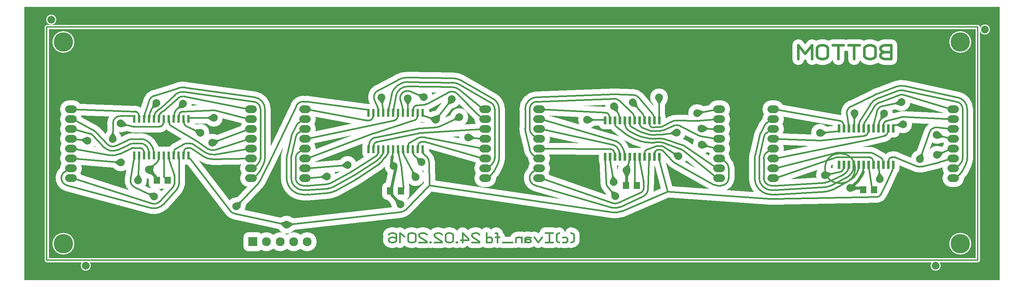
<source format=gbr>
%FSLAX34Y34*%
%MOMM*%
%LNCOPPER_BOTTOM*%
G71*
G01*
%ADD10C, 4.600*%
%ADD11C, 4.900*%
%ADD12C, 2.600*%
%ADD13C, 1.133*%
%ADD14C, 3.400*%
%ADD15C, 3.000*%
%ADD16C, 4.600*%
%ADD17C, 3.700*%
%ADD18C, 3.450*%
%ADD19C, 5.600*%
%ADD20C, 2.600*%
%ADD21C, 2.844*%
%ADD22C, 3.035*%
%ADD23C, 2.000*%
%ADD24C, 2.300*%
%ADD25C, 0.333*%
%ADD26C, 0.800*%
%ADD27C, 0.400*%
%ADD28C, 2.000*%
%ADD29C, 0.000*%
%ADD30C, 1.100*%
%ADD31C, 0.850*%
%ADD32C, 5.000*%
%ADD33C, 0.444*%
%ADD34C, 0.635*%
%LPD*%
G36*
X-50000Y655332D02*
X2463571Y655332D01*
X2463571Y-50000D01*
X-50000Y-50000D01*
X-50000Y655332D01*
G37*
%LPC*%
X919120Y145577D02*
G54D10*
D03*
X870060Y422143D02*
G54D10*
D03*
X358637Y405224D02*
G54D10*
D03*
X1501853Y233966D02*
G54D10*
D03*
X1585335Y421691D02*
G54D10*
D03*
X2089049Y381483D02*
G54D10*
D03*
X1009944Y363927D02*
G54D10*
D03*
X271102Y235415D02*
G54D10*
D03*
X1469997Y399121D02*
G54D10*
D03*
X1517909Y409089D02*
G54D10*
D03*
X625779Y93129D02*
G54D10*
D03*
X937710Y419207D02*
G54D10*
D03*
X2078540Y188292D02*
G54D10*
D03*
X2257416Y262297D02*
G54D10*
D03*
X2013109Y221415D02*
G54D10*
D03*
X2301979Y273404D02*
G54D10*
D03*
X2154489Y211041D02*
G54D10*
D03*
X1695163Y341213D02*
G54D10*
D03*
X1468540Y203020D02*
G54D10*
D03*
X1695781Y300024D02*
G54D10*
D03*
X1635267Y269916D02*
G54D10*
D03*
X729728Y217555D02*
G54D10*
D03*
X957867Y216342D02*
G54D10*
D03*
X783208Y247291D02*
G54D10*
D03*
X973334Y254624D02*
G54D10*
D03*
X434347Y304864D02*
G54D10*
D03*
X242611Y207475D02*
G54D10*
D03*
X290116Y407717D02*
G54D10*
D03*
X2165509Y380302D02*
G54D10*
D03*
X1472777Y167270D02*
G54D10*
D03*
X2000487Y330046D02*
G54D10*
D03*
X1071193Y370830D02*
G54D10*
D03*
X1400070Y364094D02*
G54D10*
D03*
X284536Y166433D02*
G54D10*
D03*
X496100Y140738D02*
G54D10*
D03*
X177624Y314600D02*
G54D10*
D03*
X2301042Y324947D02*
G54D10*
D03*
X2210554Y409472D02*
G54D10*
D03*
X1683671Y381449D02*
G54D10*
D03*
X1631014Y331149D02*
G54D10*
D03*
X1093622Y318315D02*
G54D10*
D03*
X979717Y422636D02*
G54D10*
D03*
X112645Y310207D02*
G54D10*
D03*
X197690Y354574D02*
G54D10*
D03*
X198772Y253690D02*
G54D10*
D03*
X403737Y330708D02*
G54D10*
D03*
X2214827Y352293D02*
G54D10*
D03*
X1051616Y417541D02*
G54D10*
D03*
X438419Y368942D02*
G54D10*
D03*
X901650Y244581D02*
G54D10*
D03*
X678940Y49286D02*
G54D11*
D03*
X643940Y49286D02*
G54D11*
D03*
X608940Y49286D02*
G54D11*
D03*
X573940Y49286D02*
G54D11*
D03*
G36*
X1448920Y352951D02*
X1442920Y352951D01*
X1442920Y372951D01*
X1448920Y372951D01*
X1448920Y352951D01*
G37*
G54D12*
X1448920Y352951D02*
X1442920Y352951D01*
X1442920Y372951D01*
X1448920Y372951D01*
X1448920Y352951D01*
G36*
X1461620Y352951D02*
X1455620Y352951D01*
X1455620Y372951D01*
X1461620Y372951D01*
X1461620Y352951D01*
G37*
G54D12*
X1461620Y352951D02*
X1455620Y352951D01*
X1455620Y372951D01*
X1461620Y372951D01*
X1461620Y352951D01*
G36*
X1474320Y352951D02*
X1468320Y352951D01*
X1468320Y372951D01*
X1474320Y372951D01*
X1474320Y352951D01*
G37*
G54D12*
X1474320Y352951D02*
X1468320Y352951D01*
X1468320Y372951D01*
X1474320Y372951D01*
X1474320Y352951D01*
G36*
X1487020Y352951D02*
X1481020Y352951D01*
X1481020Y372951D01*
X1487020Y372951D01*
X1487020Y352951D01*
G37*
G54D12*
X1487020Y352951D02*
X1481020Y352951D01*
X1481020Y372951D01*
X1487020Y372951D01*
X1487020Y352951D01*
G36*
X1499720Y352951D02*
X1493720Y352951D01*
X1493720Y372951D01*
X1499720Y372951D01*
X1499720Y352951D01*
G37*
G54D12*
X1499720Y352951D02*
X1493720Y352951D01*
X1493720Y372951D01*
X1499720Y372951D01*
X1499720Y352951D01*
G36*
X1512420Y352951D02*
X1506420Y352951D01*
X1506420Y372951D01*
X1512420Y372951D01*
X1512420Y352951D01*
G37*
G54D12*
X1512420Y352951D02*
X1506420Y352951D01*
X1506420Y372951D01*
X1512420Y372951D01*
X1512420Y352951D01*
G36*
X1525120Y352951D02*
X1519120Y352951D01*
X1519120Y372951D01*
X1525120Y372951D01*
X1525120Y352951D01*
G37*
G54D12*
X1525120Y352951D02*
X1519120Y352951D01*
X1519120Y372951D01*
X1525120Y372951D01*
X1525120Y352951D01*
G36*
X1537820Y352951D02*
X1531820Y352951D01*
X1531820Y372951D01*
X1537820Y372951D01*
X1537820Y352951D01*
G37*
G54D12*
X1537820Y352951D02*
X1531820Y352951D01*
X1531820Y372951D01*
X1537820Y372951D01*
X1537820Y352951D01*
G36*
X1550520Y352951D02*
X1544520Y352951D01*
X1544520Y372951D01*
X1550520Y372951D01*
X1550520Y352951D01*
G37*
G54D12*
X1550520Y352951D02*
X1544520Y352951D01*
X1544520Y372951D01*
X1550520Y372951D01*
X1550520Y352951D01*
G36*
X1563220Y352951D02*
X1557220Y352951D01*
X1557220Y372951D01*
X1563220Y372951D01*
X1563220Y352951D01*
G37*
G54D12*
X1563220Y352951D02*
X1557220Y352951D01*
X1557220Y372951D01*
X1563220Y372951D01*
X1563220Y352951D01*
G36*
X1575920Y352951D02*
X1569920Y352951D01*
X1569920Y372951D01*
X1575920Y372951D01*
X1575920Y352951D01*
G37*
G54D12*
X1575920Y352951D02*
X1569920Y352951D01*
X1569920Y372951D01*
X1575920Y372951D01*
X1575920Y352951D01*
G36*
X1588620Y352951D02*
X1582620Y352951D01*
X1582620Y372951D01*
X1588620Y372951D01*
X1588620Y352951D01*
G37*
G54D12*
X1588620Y352951D02*
X1582620Y352951D01*
X1582620Y372951D01*
X1588620Y372951D01*
X1588620Y352951D01*
G36*
X1588620Y258951D02*
X1582620Y258951D01*
X1582620Y278951D01*
X1588620Y278951D01*
X1588620Y258951D01*
G37*
G54D12*
X1588620Y258951D02*
X1582620Y258951D01*
X1582620Y278951D01*
X1588620Y278951D01*
X1588620Y258951D01*
G36*
X1575920Y258951D02*
X1569920Y258951D01*
X1569920Y278951D01*
X1575920Y278951D01*
X1575920Y258951D01*
G37*
G54D12*
X1575920Y258951D02*
X1569920Y258951D01*
X1569920Y278951D01*
X1575920Y278951D01*
X1575920Y258951D01*
G36*
X1563220Y258951D02*
X1557220Y258951D01*
X1557220Y278951D01*
X1563220Y278951D01*
X1563220Y258951D01*
G37*
G54D12*
X1563220Y258951D02*
X1557220Y258951D01*
X1557220Y278951D01*
X1563220Y278951D01*
X1563220Y258951D01*
G36*
X1550520Y258951D02*
X1544520Y258951D01*
X1544520Y278951D01*
X1550520Y278951D01*
X1550520Y258951D01*
G37*
G54D12*
X1550520Y258951D02*
X1544520Y258951D01*
X1544520Y278951D01*
X1550520Y278951D01*
X1550520Y258951D01*
G36*
X1537820Y258951D02*
X1531820Y258951D01*
X1531820Y278951D01*
X1537820Y278951D01*
X1537820Y258951D01*
G37*
G54D12*
X1537820Y258951D02*
X1531820Y258951D01*
X1531820Y278951D01*
X1537820Y278951D01*
X1537820Y258951D01*
G36*
X1525120Y258951D02*
X1519120Y258951D01*
X1519120Y278951D01*
X1525120Y278951D01*
X1525120Y258951D01*
G37*
G54D12*
X1525120Y258951D02*
X1519120Y258951D01*
X1519120Y278951D01*
X1525120Y278951D01*
X1525120Y258951D01*
G36*
X1512420Y258951D02*
X1506420Y258951D01*
X1506420Y278951D01*
X1512420Y278951D01*
X1512420Y258951D01*
G37*
G54D12*
X1512420Y258951D02*
X1506420Y258951D01*
X1506420Y278951D01*
X1512420Y278951D01*
X1512420Y258951D01*
G36*
X1499720Y258951D02*
X1493720Y258951D01*
X1493720Y278951D01*
X1499720Y278951D01*
X1499720Y258951D01*
G37*
G54D12*
X1499720Y258951D02*
X1493720Y258951D01*
X1493720Y278951D01*
X1499720Y278951D01*
X1499720Y258951D01*
G36*
X1487020Y258951D02*
X1481020Y258951D01*
X1481020Y278951D01*
X1487020Y278951D01*
X1487020Y258951D01*
G37*
G54D12*
X1487020Y258951D02*
X1481020Y258951D01*
X1481020Y278951D01*
X1487020Y278951D01*
X1487020Y258951D01*
G36*
X1474320Y258951D02*
X1468320Y258951D01*
X1468320Y278951D01*
X1474320Y278951D01*
X1474320Y258951D01*
G37*
G54D12*
X1474320Y258951D02*
X1468320Y258951D01*
X1468320Y278951D01*
X1474320Y278951D01*
X1474320Y258951D01*
G36*
X1461620Y258951D02*
X1455620Y258951D01*
X1455620Y278951D01*
X1461620Y278951D01*
X1461620Y258951D01*
G37*
G54D12*
X1461620Y258951D02*
X1455620Y258951D01*
X1455620Y278951D01*
X1461620Y278951D01*
X1461620Y258951D01*
G36*
X1448920Y258951D02*
X1442920Y258951D01*
X1442920Y278951D01*
X1448920Y278951D01*
X1448920Y258951D01*
G37*
G54D12*
X1448920Y258951D02*
X1442920Y258951D01*
X1442920Y278951D01*
X1448920Y278951D01*
X1448920Y258951D01*
G36*
X2052107Y332315D02*
X2046107Y332315D01*
X2046107Y352315D01*
X2052107Y352315D01*
X2052107Y332315D01*
G37*
G54D12*
X2052107Y332315D02*
X2046107Y332315D01*
X2046107Y352315D01*
X2052107Y352315D01*
X2052107Y332315D01*
G36*
X2064807Y332315D02*
X2058807Y332315D01*
X2058807Y352315D01*
X2064807Y352315D01*
X2064807Y332315D01*
G37*
G54D12*
X2064807Y332315D02*
X2058807Y332315D01*
X2058807Y352315D01*
X2064807Y352315D01*
X2064807Y332315D01*
G36*
X2077507Y332315D02*
X2071507Y332315D01*
X2071507Y352315D01*
X2077507Y352315D01*
X2077507Y332315D01*
G37*
G54D12*
X2077507Y332315D02*
X2071507Y332315D01*
X2071507Y352315D01*
X2077507Y352315D01*
X2077507Y332315D01*
G36*
X2090207Y332315D02*
X2084207Y332315D01*
X2084207Y352315D01*
X2090207Y352315D01*
X2090207Y332315D01*
G37*
G54D12*
X2090207Y332315D02*
X2084207Y332315D01*
X2084207Y352315D01*
X2090207Y352315D01*
X2090207Y332315D01*
G36*
X2102907Y332315D02*
X2096907Y332315D01*
X2096907Y352315D01*
X2102907Y352315D01*
X2102907Y332315D01*
G37*
G54D12*
X2102907Y332315D02*
X2096907Y332315D01*
X2096907Y352315D01*
X2102907Y352315D01*
X2102907Y332315D01*
G36*
X2115607Y332315D02*
X2109607Y332315D01*
X2109607Y352315D01*
X2115607Y352315D01*
X2115607Y332315D01*
G37*
G54D12*
X2115607Y332315D02*
X2109607Y332315D01*
X2109607Y352315D01*
X2115607Y352315D01*
X2115607Y332315D01*
G36*
X2128307Y332315D02*
X2122307Y332315D01*
X2122307Y352315D01*
X2128307Y352315D01*
X2128307Y332315D01*
G37*
G54D12*
X2128307Y332315D02*
X2122307Y332315D01*
X2122307Y352315D01*
X2128307Y352315D01*
X2128307Y332315D01*
G36*
X2141007Y332315D02*
X2135007Y332315D01*
X2135007Y352315D01*
X2141007Y352315D01*
X2141007Y332315D01*
G37*
G54D12*
X2141007Y332315D02*
X2135007Y332315D01*
X2135007Y352315D01*
X2141007Y352315D01*
X2141007Y332315D01*
G36*
X2153707Y332315D02*
X2147707Y332315D01*
X2147707Y352315D01*
X2153707Y352315D01*
X2153707Y332315D01*
G37*
G54D12*
X2153707Y332315D02*
X2147707Y332315D01*
X2147707Y352315D01*
X2153707Y352315D01*
X2153707Y332315D01*
G36*
X2166407Y332315D02*
X2160407Y332315D01*
X2160407Y352315D01*
X2166407Y352315D01*
X2166407Y332315D01*
G37*
G54D12*
X2166407Y332315D02*
X2160407Y332315D01*
X2160407Y352315D01*
X2166407Y352315D01*
X2166407Y332315D01*
G36*
X2179107Y332315D02*
X2173107Y332315D01*
X2173107Y352315D01*
X2179107Y352315D01*
X2179107Y332315D01*
G37*
G54D12*
X2179107Y332315D02*
X2173107Y332315D01*
X2173107Y352315D01*
X2179107Y352315D01*
X2179107Y332315D01*
G36*
X2191807Y332315D02*
X2185807Y332315D01*
X2185807Y352315D01*
X2191807Y352315D01*
X2191807Y332315D01*
G37*
G54D12*
X2191807Y332315D02*
X2185807Y332315D01*
X2185807Y352315D01*
X2191807Y352315D01*
X2191807Y332315D01*
G36*
X2191807Y238315D02*
X2185807Y238315D01*
X2185807Y258315D01*
X2191807Y258315D01*
X2191807Y238315D01*
G37*
G54D12*
X2191807Y238315D02*
X2185807Y238315D01*
X2185807Y258315D01*
X2191807Y258315D01*
X2191807Y238315D01*
G36*
X2179107Y238315D02*
X2173107Y238315D01*
X2173107Y258315D01*
X2179107Y258315D01*
X2179107Y238315D01*
G37*
G54D12*
X2179107Y238315D02*
X2173107Y238315D01*
X2173107Y258315D01*
X2179107Y258315D01*
X2179107Y238315D01*
G36*
X2166407Y238315D02*
X2160407Y238315D01*
X2160407Y258315D01*
X2166407Y258315D01*
X2166407Y238315D01*
G37*
G54D12*
X2166407Y238315D02*
X2160407Y238315D01*
X2160407Y258315D01*
X2166407Y258315D01*
X2166407Y238315D01*
G36*
X2153707Y238315D02*
X2147707Y238315D01*
X2147707Y258315D01*
X2153707Y258315D01*
X2153707Y238315D01*
G37*
G54D12*
X2153707Y238315D02*
X2147707Y238315D01*
X2147707Y258315D01*
X2153707Y258315D01*
X2153707Y238315D01*
G36*
X2141007Y238315D02*
X2135007Y238315D01*
X2135007Y258315D01*
X2141007Y258315D01*
X2141007Y238315D01*
G37*
G54D12*
X2141007Y238315D02*
X2135007Y238315D01*
X2135007Y258315D01*
X2141007Y258315D01*
X2141007Y238315D01*
G36*
X2128307Y238315D02*
X2122307Y238315D01*
X2122307Y258315D01*
X2128307Y258315D01*
X2128307Y238315D01*
G37*
G54D12*
X2128307Y238315D02*
X2122307Y238315D01*
X2122307Y258315D01*
X2128307Y258315D01*
X2128307Y238315D01*
G36*
X2115607Y238315D02*
X2109607Y238315D01*
X2109607Y258315D01*
X2115607Y258315D01*
X2115607Y238315D01*
G37*
G54D12*
X2115607Y238315D02*
X2109607Y238315D01*
X2109607Y258315D01*
X2115607Y258315D01*
X2115607Y238315D01*
G36*
X2102907Y238315D02*
X2096907Y238315D01*
X2096907Y258315D01*
X2102907Y258315D01*
X2102907Y238315D01*
G37*
G54D12*
X2102907Y238315D02*
X2096907Y238315D01*
X2096907Y258315D01*
X2102907Y258315D01*
X2102907Y238315D01*
G36*
X2090207Y238315D02*
X2084207Y238315D01*
X2084207Y258315D01*
X2090207Y258315D01*
X2090207Y238315D01*
G37*
G54D12*
X2090207Y238315D02*
X2084207Y238315D01*
X2084207Y258315D01*
X2090207Y258315D01*
X2090207Y238315D01*
G36*
X2077507Y238315D02*
X2071507Y238315D01*
X2071507Y258315D01*
X2077507Y258315D01*
X2077507Y238315D01*
G37*
G54D12*
X2077507Y238315D02*
X2071507Y238315D01*
X2071507Y258315D01*
X2077507Y258315D01*
X2077507Y238315D01*
G36*
X2064807Y238315D02*
X2058807Y238315D01*
X2058807Y258315D01*
X2064807Y258315D01*
X2064807Y238315D01*
G37*
G54D12*
X2064807Y238315D02*
X2058807Y238315D01*
X2058807Y258315D01*
X2064807Y258315D01*
X2064807Y238315D01*
G36*
X2052107Y238315D02*
X2046107Y238315D01*
X2046107Y258315D01*
X2052107Y258315D01*
X2052107Y238315D01*
G37*
G54D12*
X2052107Y238315D02*
X2046107Y238315D01*
X2046107Y258315D01*
X2052107Y258315D01*
X2052107Y238315D01*
G36*
X527440Y37786D02*
X550440Y37786D01*
X550440Y60786D01*
X527440Y60786D01*
X527440Y37786D01*
G37*
G54D12*
X527440Y37786D02*
X550440Y37786D01*
X550440Y60786D01*
X527440Y60786D01*
X527440Y37786D01*
G36*
X2131654Y174334D02*
X2147654Y174334D01*
X2147654Y192334D01*
X2131654Y192334D01*
X2131654Y174334D01*
G37*
G54D12*
X2131654Y174334D02*
X2147654Y174334D01*
X2147654Y192334D01*
X2131654Y192334D01*
X2131654Y174334D01*
G36*
X2103654Y174334D02*
X2119654Y174334D01*
X2119654Y192334D01*
X2103654Y192334D01*
X2103654Y174334D01*
G37*
G54D12*
X2103654Y174334D02*
X2119654Y174334D01*
X2119654Y192334D01*
X2103654Y192334D01*
X2103654Y174334D01*
G36*
X1520098Y185531D02*
X1536098Y185531D01*
X1536098Y203531D01*
X1520098Y203531D01*
X1520098Y185531D01*
G37*
G54D12*
X1520098Y185531D02*
X1536098Y185531D01*
X1536098Y203531D01*
X1520098Y203531D01*
X1520098Y185531D01*
G36*
X1492098Y185531D02*
X1508098Y185531D01*
X1508098Y203531D01*
X1492098Y203531D01*
X1492098Y185531D01*
G37*
G54D12*
X1492098Y185531D02*
X1508098Y185531D01*
X1508098Y203531D01*
X1492098Y203531D01*
X1492098Y185531D01*
G36*
X912644Y171401D02*
X928644Y171401D01*
X928644Y189401D01*
X912644Y189401D01*
X912644Y171401D01*
G37*
G54D12*
X912644Y171401D02*
X928644Y171401D01*
X928644Y189401D01*
X912644Y189401D01*
X912644Y171401D01*
G36*
X884644Y171401D02*
X900644Y171401D01*
X900644Y189401D01*
X884644Y189401D01*
X884644Y171401D01*
G37*
G54D12*
X884644Y171401D02*
X900644Y171401D01*
X900644Y189401D01*
X884644Y189401D01*
X884644Y171401D01*
G36*
X311316Y199019D02*
X327316Y199019D01*
X327316Y217019D01*
X311316Y217019D01*
X311316Y199019D01*
G37*
G54D12*
X311316Y199019D02*
X327316Y199019D01*
X327316Y217019D01*
X311316Y217019D01*
X311316Y199019D01*
G36*
X283316Y199019D02*
X299316Y199019D01*
X299316Y217019D01*
X283316Y217019D01*
X283316Y199019D01*
G37*
G54D12*
X283316Y199019D02*
X299316Y199019D01*
X299316Y217019D01*
X283316Y217019D01*
X283316Y199019D01*
G36*
X833731Y278013D02*
X839731Y278013D01*
X839731Y298013D01*
X833731Y298013D01*
X833731Y278013D01*
G37*
G54D12*
X833731Y278013D02*
X839731Y278013D01*
X839731Y298013D01*
X833731Y298013D01*
X833731Y278013D01*
G36*
X846431Y278013D02*
X852431Y278013D01*
X852431Y298013D01*
X846431Y298013D01*
X846431Y278013D01*
G37*
G54D12*
X846431Y278013D02*
X852431Y278013D01*
X852431Y298013D01*
X846431Y298013D01*
X846431Y278013D01*
G36*
X859131Y278013D02*
X865131Y278013D01*
X865131Y298013D01*
X859131Y298013D01*
X859131Y278013D01*
G37*
G54D12*
X859131Y278013D02*
X865131Y278013D01*
X865131Y298013D01*
X859131Y298013D01*
X859131Y278013D01*
G36*
X871831Y278013D02*
X877831Y278013D01*
X877831Y298013D01*
X871831Y298013D01*
X871831Y278013D01*
G37*
G54D12*
X871831Y278013D02*
X877831Y278013D01*
X877831Y298013D01*
X871831Y298013D01*
X871831Y278013D01*
G36*
X884531Y278013D02*
X890531Y278013D01*
X890531Y298013D01*
X884531Y298013D01*
X884531Y278013D01*
G37*
G54D12*
X884531Y278013D02*
X890531Y278013D01*
X890531Y298013D01*
X884531Y298013D01*
X884531Y278013D01*
G36*
X897231Y278013D02*
X903231Y278013D01*
X903231Y298013D01*
X897231Y298013D01*
X897231Y278013D01*
G37*
G54D12*
X897231Y278013D02*
X903231Y278013D01*
X903231Y298013D01*
X897231Y298013D01*
X897231Y278013D01*
G36*
X909931Y278013D02*
X915931Y278013D01*
X915931Y298013D01*
X909931Y298013D01*
X909931Y278013D01*
G37*
G54D12*
X909931Y278013D02*
X915931Y278013D01*
X915931Y298013D01*
X909931Y298013D01*
X909931Y278013D01*
G36*
X922631Y278013D02*
X928631Y278013D01*
X928631Y298013D01*
X922631Y298013D01*
X922631Y278013D01*
G37*
G54D12*
X922631Y278013D02*
X928631Y278013D01*
X928631Y298013D01*
X922631Y298013D01*
X922631Y278013D01*
G36*
X935331Y278013D02*
X941331Y278013D01*
X941331Y298013D01*
X935331Y298013D01*
X935331Y278013D01*
G37*
G54D12*
X935331Y278013D02*
X941331Y278013D01*
X941331Y298013D01*
X935331Y298013D01*
X935331Y278013D01*
G36*
X948031Y278013D02*
X954031Y278013D01*
X954031Y298013D01*
X948031Y298013D01*
X948031Y278013D01*
G37*
G54D12*
X948031Y278013D02*
X954031Y278013D01*
X954031Y298013D01*
X948031Y298013D01*
X948031Y278013D01*
G36*
X960731Y278013D02*
X966731Y278013D01*
X966731Y298013D01*
X960731Y298013D01*
X960731Y278013D01*
G37*
G54D12*
X960731Y278013D02*
X966731Y278013D01*
X966731Y298013D01*
X960731Y298013D01*
X960731Y278013D01*
G36*
X973431Y278013D02*
X979431Y278013D01*
X979431Y298013D01*
X973431Y298013D01*
X973431Y278013D01*
G37*
G54D12*
X973431Y278013D02*
X979431Y278013D01*
X979431Y298013D01*
X973431Y298013D01*
X973431Y278013D01*
G36*
X973431Y372013D02*
X979431Y372013D01*
X979431Y392013D01*
X973431Y392013D01*
X973431Y372013D01*
G37*
G54D12*
X973431Y372013D02*
X979431Y372013D01*
X979431Y392013D01*
X973431Y392013D01*
X973431Y372013D01*
G36*
X960731Y372013D02*
X966731Y372013D01*
X966731Y392013D01*
X960731Y392013D01*
X960731Y372013D01*
G37*
G54D12*
X960731Y372013D02*
X966731Y372013D01*
X966731Y392013D01*
X960731Y392013D01*
X960731Y372013D01*
G36*
X948031Y372013D02*
X954031Y372013D01*
X954031Y392013D01*
X948031Y392013D01*
X948031Y372013D01*
G37*
G54D12*
X948031Y372013D02*
X954031Y372013D01*
X954031Y392013D01*
X948031Y392013D01*
X948031Y372013D01*
G36*
X935331Y372013D02*
X941331Y372013D01*
X941331Y392013D01*
X935331Y392013D01*
X935331Y372013D01*
G37*
G54D12*
X935331Y372013D02*
X941331Y372013D01*
X941331Y392013D01*
X935331Y392013D01*
X935331Y372013D01*
G36*
X922631Y372013D02*
X928631Y372013D01*
X928631Y392013D01*
X922631Y392013D01*
X922631Y372013D01*
G37*
G54D12*
X922631Y372013D02*
X928631Y372013D01*
X928631Y392013D01*
X922631Y392013D01*
X922631Y372013D01*
G36*
X909931Y372013D02*
X915931Y372013D01*
X915931Y392013D01*
X909931Y392013D01*
X909931Y372013D01*
G37*
G54D12*
X909931Y372013D02*
X915931Y372013D01*
X915931Y392013D01*
X909931Y392013D01*
X909931Y372013D01*
G36*
X897231Y372013D02*
X903231Y372013D01*
X903231Y392013D01*
X897231Y392013D01*
X897231Y372013D01*
G37*
G54D12*
X897231Y372013D02*
X903231Y372013D01*
X903231Y392013D01*
X897231Y392013D01*
X897231Y372013D01*
G36*
X884531Y372013D02*
X890531Y372013D01*
X890531Y392013D01*
X884531Y392013D01*
X884531Y372013D01*
G37*
G54D12*
X884531Y372013D02*
X890531Y372013D01*
X890531Y392013D01*
X884531Y392013D01*
X884531Y372013D01*
G36*
X871831Y372013D02*
X877831Y372013D01*
X877831Y392013D01*
X871831Y392013D01*
X871831Y372013D01*
G37*
G54D12*
X871831Y372013D02*
X877831Y372013D01*
X877831Y392013D01*
X871831Y392013D01*
X871831Y372013D01*
G36*
X859131Y372013D02*
X865131Y372013D01*
X865131Y392013D01*
X859131Y392013D01*
X859131Y372013D01*
G37*
G54D12*
X859131Y372013D02*
X865131Y372013D01*
X865131Y392013D01*
X859131Y392013D01*
X859131Y372013D01*
G36*
X846431Y372013D02*
X852431Y372013D01*
X852431Y392013D01*
X846431Y392013D01*
X846431Y372013D01*
G37*
G54D12*
X846431Y372013D02*
X852431Y372013D01*
X852431Y392013D01*
X846431Y392013D01*
X846431Y372013D01*
G36*
X833731Y372013D02*
X839731Y372013D01*
X839731Y392013D01*
X833731Y392013D01*
X833731Y372013D01*
G37*
G54D12*
X833731Y372013D02*
X839731Y372013D01*
X839731Y392013D01*
X833731Y392013D01*
X833731Y372013D01*
G36*
X230197Y262125D02*
X236197Y262125D01*
X236197Y282125D01*
X230197Y282125D01*
X230197Y262125D01*
G37*
G54D12*
X230197Y262125D02*
X236197Y262125D01*
X236197Y282125D01*
X230197Y282125D01*
X230197Y262125D01*
G36*
X242897Y262125D02*
X248897Y262125D01*
X248897Y282125D01*
X242897Y282125D01*
X242897Y262125D01*
G37*
G54D12*
X242897Y262125D02*
X248897Y262125D01*
X248897Y282125D01*
X242897Y282125D01*
X242897Y262125D01*
G36*
X255597Y262125D02*
X261597Y262125D01*
X261597Y282125D01*
X255597Y282125D01*
X255597Y262125D01*
G37*
G54D12*
X255597Y262125D02*
X261597Y262125D01*
X261597Y282125D01*
X255597Y282125D01*
X255597Y262125D01*
G36*
X268297Y262125D02*
X274297Y262125D01*
X274297Y282125D01*
X268297Y282125D01*
X268297Y262125D01*
G37*
G54D12*
X268297Y262125D02*
X274297Y262125D01*
X274297Y282125D01*
X268297Y282125D01*
X268297Y262125D01*
G36*
X280997Y262125D02*
X286997Y262125D01*
X286997Y282125D01*
X280997Y282125D01*
X280997Y262125D01*
G37*
G54D12*
X280997Y262125D02*
X286997Y262125D01*
X286997Y282125D01*
X280997Y282125D01*
X280997Y262125D01*
G36*
X293697Y262125D02*
X299697Y262125D01*
X299697Y282125D01*
X293697Y282125D01*
X293697Y262125D01*
G37*
G54D12*
X293697Y262125D02*
X299697Y262125D01*
X299697Y282125D01*
X293697Y282125D01*
X293697Y262125D01*
G36*
X306397Y262125D02*
X312397Y262125D01*
X312397Y282125D01*
X306397Y282125D01*
X306397Y262125D01*
G37*
G54D12*
X306397Y262125D02*
X312397Y262125D01*
X312397Y282125D01*
X306397Y282125D01*
X306397Y262125D01*
G36*
X319097Y262125D02*
X325097Y262125D01*
X325097Y282125D01*
X319097Y282125D01*
X319097Y262125D01*
G37*
G54D12*
X319097Y262125D02*
X325097Y262125D01*
X325097Y282125D01*
X319097Y282125D01*
X319097Y262125D01*
G36*
X331797Y262125D02*
X337797Y262125D01*
X337797Y282125D01*
X331797Y282125D01*
X331797Y262125D01*
G37*
G54D12*
X331797Y262125D02*
X337797Y262125D01*
X337797Y282125D01*
X331797Y282125D01*
X331797Y262125D01*
G36*
X344497Y262125D02*
X350497Y262125D01*
X350497Y282125D01*
X344497Y282125D01*
X344497Y262125D01*
G37*
G54D12*
X344497Y262125D02*
X350497Y262125D01*
X350497Y282125D01*
X344497Y282125D01*
X344497Y262125D01*
G36*
X357197Y262125D02*
X363197Y262125D01*
X363197Y282125D01*
X357197Y282125D01*
X357197Y262125D01*
G37*
G54D12*
X357197Y262125D02*
X363197Y262125D01*
X363197Y282125D01*
X357197Y282125D01*
X357197Y262125D01*
G36*
X369897Y262125D02*
X375897Y262125D01*
X375897Y282125D01*
X369897Y282125D01*
X369897Y262125D01*
G37*
G54D12*
X369897Y262125D02*
X375897Y262125D01*
X375897Y282125D01*
X369897Y282125D01*
X369897Y262125D01*
G36*
X369897Y356125D02*
X375897Y356125D01*
X375897Y376125D01*
X369897Y376125D01*
X369897Y356125D01*
G37*
G54D12*
X369897Y356125D02*
X375897Y356125D01*
X375897Y376125D01*
X369897Y376125D01*
X369897Y356125D01*
G36*
X357197Y356125D02*
X363197Y356125D01*
X363197Y376125D01*
X357197Y376125D01*
X357197Y356125D01*
G37*
G54D12*
X357197Y356125D02*
X363197Y356125D01*
X363197Y376125D01*
X357197Y376125D01*
X357197Y356125D01*
G36*
X344497Y356125D02*
X350497Y356125D01*
X350497Y376125D01*
X344497Y376125D01*
X344497Y356125D01*
G37*
G54D12*
X344497Y356125D02*
X350497Y356125D01*
X350497Y376125D01*
X344497Y376125D01*
X344497Y356125D01*
G36*
X331797Y356125D02*
X337797Y356125D01*
X337797Y376125D01*
X331797Y376125D01*
X331797Y356125D01*
G37*
G54D12*
X331797Y356125D02*
X337797Y356125D01*
X337797Y376125D01*
X331797Y376125D01*
X331797Y356125D01*
G36*
X319097Y356125D02*
X325097Y356125D01*
X325097Y376125D01*
X319097Y376125D01*
X319097Y356125D01*
G37*
G54D12*
X319097Y356125D02*
X325097Y356125D01*
X325097Y376125D01*
X319097Y376125D01*
X319097Y356125D01*
G36*
X306397Y356125D02*
X312397Y356125D01*
X312397Y376125D01*
X306397Y376125D01*
X306397Y356125D01*
G37*
G54D12*
X306397Y356125D02*
X312397Y356125D01*
X312397Y376125D01*
X306397Y376125D01*
X306397Y356125D01*
G36*
X293697Y356125D02*
X299697Y356125D01*
X299697Y376125D01*
X293697Y376125D01*
X293697Y356125D01*
G37*
G54D12*
X293697Y356125D02*
X299697Y356125D01*
X299697Y376125D01*
X293697Y376125D01*
X293697Y356125D01*
G36*
X280997Y356125D02*
X286997Y356125D01*
X286997Y376125D01*
X280997Y376125D01*
X280997Y356125D01*
G37*
G54D12*
X280997Y356125D02*
X286997Y356125D01*
X286997Y376125D01*
X280997Y376125D01*
X280997Y356125D01*
G36*
X268297Y356125D02*
X274297Y356125D01*
X274297Y376125D01*
X268297Y376125D01*
X268297Y356125D01*
G37*
G54D12*
X268297Y356125D02*
X274297Y356125D01*
X274297Y376125D01*
X268297Y376125D01*
X268297Y356125D01*
G36*
X255597Y356125D02*
X261597Y356125D01*
X261597Y376125D01*
X255597Y376125D01*
X255597Y356125D01*
G37*
G54D12*
X255597Y356125D02*
X261597Y356125D01*
X261597Y376125D01*
X255597Y376125D01*
X255597Y356125D01*
G36*
X242897Y356125D02*
X248897Y356125D01*
X248897Y376125D01*
X242897Y376125D01*
X242897Y356125D01*
G37*
G54D12*
X242897Y356125D02*
X248897Y356125D01*
X248897Y376125D01*
X242897Y376125D01*
X242897Y356125D01*
G36*
X230197Y356125D02*
X236197Y356125D01*
X236197Y376125D01*
X230197Y376125D01*
X230197Y356125D01*
G37*
G54D12*
X230197Y356125D02*
X236197Y356125D01*
X236197Y376125D01*
X230197Y376125D01*
X230197Y356125D01*
G54D13*
X7183Y1666D02*
X7183Y603666D01*
X2407183Y603666D01*
X2407183Y1666D01*
X7183Y1666D01*
G54D14*
X287316Y217019D02*
X287316Y213019D01*
X291316Y208019D01*
G54D14*
G75*
G01X287316Y217019D02*
G03X286193Y219798I-4000J0D01*
G01*
G54D14*
X271102Y235415D02*
X286192Y219799D01*
G54D14*
X901650Y244581D02*
X907132Y246330D01*
X907148Y246279D01*
X907132Y246330D01*
G54D14*
G75*
G01X896147Y242899D02*
G03X907152Y246263I5503J1682D01*
G01*
G54D14*
X896137Y242933D02*
X896152Y242883D01*
G54D14*
G75*
G01X895668Y247333D02*
G03X896127Y242965I11464J-1003D01*
G01*
G54D14*
X897571Y267929D02*
X895673Y247389D01*
G54D14*
X1500098Y194531D02*
X1501853Y199531D01*
X1501853Y203531D01*
X1501853Y233966D01*
G54D14*
X896644Y189401D02*
X896644Y185401D01*
X892644Y180401D01*
X896644Y175401D01*
X896644Y171401D01*
G54D14*
G75*
G01X896718Y190164D02*
G03X896644Y189401I3926J-763D01*
G01*
G54D14*
X907294Y243461D02*
X896721Y190180D01*
G54D14*
G75*
G01X907298Y243483D02*
G03X907153Y246263I-5648J1098D01*
G01*
G54D14*
X2084410Y187051D02*
X2085843Y193831D01*
X2078540Y188292D01*
X2103654Y188292D01*
X2107654Y188292D01*
X2111654Y183334D01*
G54D14*
G75*
G01X2085706Y193727D02*
G03X2095495Y203180I-33599J44588D01*
G01*
G54D14*
X2100412Y209189D02*
X2095320Y202965D01*
G54D14*
G75*
G01X2100556Y209366D02*
G03X2106497Y218875I-35749J28949D01*
G01*
G54D14*
X2111034Y228556D02*
X2106461Y218796D01*
G54D14*
G75*
G01X2111052Y228595D02*
G03X2111378Y229328I-20845J9720D01*
G01*
G54D14*
X2111407Y229395D02*
X2111376Y229321D01*
G54D14*
G75*
G01X896644Y171401D02*
G03X897719Y168673I4000J0D01*
G01*
G54D14*
X919120Y145577D02*
X897710Y168682D01*
G54D14*
X276761Y237407D02*
X281108Y225060D01*
X268917Y229827D01*
G54D14*
X1507307Y231466D02*
X1501853Y219566D01*
X1496399Y231466D01*
G54D14*
X2085843Y193831D02*
X2078928Y194279D01*
G54D14*
X913420Y143704D02*
X909332Y156139D01*
X921422Y151118D01*
G54D14*
X2081040Y193746D02*
X2092940Y188292D01*
X2081040Y182838D01*
G54D15*
X2043063Y267314D02*
X1884737Y213766D01*
X1879737Y213766D01*
G54D15*
G75*
G01X2046107Y267815D02*
G03X2043014Y267297I0J-9500D01*
G01*
G54D15*
X2126307Y267815D02*
X2046107Y267815D01*
G54D15*
G75*
G01X2130171Y266994D02*
G03X2126307Y267815I-3864J-8679D01*
G01*
G54D15*
X2131787Y266289D02*
X2130107Y267022D01*
G54D15*
G75*
G01X2137007Y258315D02*
G03X2131846Y266263I-8700J0D01*
G01*
G54D15*
X2138007Y248315D02*
X2137007Y256315D01*
X2137007Y258315D01*
G54D15*
X2040958Y278674D02*
X1884737Y239166D01*
X1879737Y239166D01*
G54D15*
G75*
G01X2046107Y279315D02*
G03X2041027Y278691I0J-21000D01*
G01*
G54D15*
X2128307Y279315D02*
X2046107Y279315D01*
G54D15*
G75*
G01X2138488Y276682D02*
G03X2128307Y279315I-10181J-18367D01*
G01*
G54D15*
X2157920Y265927D02*
X2138476Y276689D01*
G54D15*
G75*
G01X2162407Y258315D02*
G03X2157925Y265924I-8700J0D01*
G01*
G54D15*
X2163407Y248315D02*
X2162407Y256315D01*
X2162407Y258315D01*
G54D15*
X1862242Y330336D02*
X1874737Y340766D01*
X1879737Y340766D01*
G54D15*
G75*
G01X1862203Y330303D02*
G03X1855738Y319752I12534J-14937D01*
G01*
G54D15*
X1844542Y271584D02*
X1855743Y319780D01*
G54D15*
G75*
G01X1844532Y271539D02*
G03X1843737Y264566I30205J-6973D01*
G01*
G54D15*
X1843737Y213766D02*
X1843737Y264566D01*
G54D15*
G75*
G01X1843737Y213766D02*
G03X1874737Y182766I31000J0D01*
G01*
G54D15*
X1884737Y182766D02*
X1874737Y182766D01*
G54D15*
G75*
G01X1884737Y182766D02*
G03X1886359Y182808I0J31000D01*
G01*
G54D15*
X2014953Y190470D02*
X1886581Y182821D01*
G54D15*
G75*
G01X2014731Y190458D02*
G03X2027183Y193794I-1622J30957D01*
G01*
G54D15*
X2064980Y213061D02*
X2027187Y193796D01*
G54D15*
G75*
G01X2064976Y213059D02*
G03X2065415Y213287I-12869J25256D01*
G01*
G54D15*
X2065317Y213235D02*
X2065212Y213180D01*
G54D15*
G75*
G01X2065521Y213343D02*
G03X2068902Y215455I-13414J25228D01*
G01*
G54D15*
X2077053Y221333D02*
X2068820Y215395D01*
G54D15*
G75*
G01X2077114Y221377D02*
G03X2084933Y232544I-12307J16938D01*
G01*
G54D15*
X2085890Y235987D02*
X2084981Y232713D01*
G54D15*
G75*
G01X2085870Y235917D02*
G03X2086207Y238315I-8363J2398D01*
G01*
G54D15*
X2087207Y248315D02*
X2086207Y240315D01*
X2086207Y238315D01*
G54D15*
X2053853Y230390D02*
X2013109Y221415D01*
G54D15*
G75*
G01X2053794Y230377D02*
G03X2055917Y231150I-1687J7938D01*
G01*
G54D15*
X2055964Y231174D02*
X2055859Y231119D01*
G54D15*
G75*
G01X2056023Y231205D02*
G03X2059895Y235582I-3916J7366D01*
G01*
G54D15*
X2060673Y237594D02*
X2059888Y235565D01*
G54D15*
G75*
G01X2060674Y237598D02*
G03X2060807Y238315I-1867J717D01*
G01*
G54D15*
X2061807Y248315D02*
X2060807Y240315D01*
X2060807Y238315D01*
G54D15*
X2302987Y344350D02*
X2338737Y340766D01*
X2343737Y340766D01*
G54D15*
G75*
G01X2303080Y344340D02*
G03X2282718Y331616I-2038J-19393D01*
G01*
G54D15*
X2257416Y262297D02*
X2282724Y331633D01*
G54D15*
X1862242Y355736D02*
X1874737Y366166D01*
X1879737Y366166D01*
G54D15*
G75*
G01X1862203Y355703D02*
G03X1857363Y349618I12534J-14937D01*
G01*
G54D15*
X1847096Y329401D02*
X1857350Y349595D01*
G54D15*
G75*
G01X1847116Y329440D02*
G03X1844532Y322339I27621J-14074D01*
G01*
G54D15*
X1833340Y274187D02*
X1844542Y322384D01*
G54D15*
G75*
G01X1833326Y274126D02*
G03X1832237Y264566I41411J-9560D01*
G01*
G54D15*
X1832237Y213766D02*
X1832237Y264566D01*
G54D15*
G75*
G01X1832237Y213766D02*
G03X1874737Y171266I42500J0D01*
G01*
G54D15*
X1884737Y171266D02*
X1874737Y171266D01*
G54D15*
G75*
G01X1884737Y171266D02*
G03X1886961Y171324I0J42500D01*
G01*
G54D15*
X2015637Y178990D02*
X1887265Y171341D01*
G54D15*
G75*
G01X2015333Y178973D02*
G03X2033714Y184244I-2224J42442D01*
G01*
G54D15*
X2069787Y204152D02*
X2033644Y184205D01*
G54D15*
G75*
G01X2070036Y204287D02*
G03X2069758Y204136I8504J-15995D01*
G01*
G54D15*
G75*
G01X2090796Y238571D02*
G03X2090796Y238571I-38689J0D01*
G01*
G54D15*
X2080265Y209833D02*
X2070562Y204567D01*
G54D15*
G75*
G01X2080021Y209702D02*
G03X2093933Y224109I-15214J28613D01*
G01*
G54D15*
X2096367Y229080D02*
X2093911Y224064D01*
G54D15*
G75*
G01X2096382Y229109D02*
G03X2097883Y233235I-18875J9206D01*
G01*
G54D15*
X2098633Y236149D02*
X2097846Y233086D01*
G54D15*
G75*
G01X2098648Y236210D02*
G03X2098907Y238315I-8441J2105D01*
G01*
G54D15*
X2099907Y248315D02*
X2098907Y240315D01*
X2098907Y238315D01*
G54D15*
X2151753Y237418D02*
X2154489Y211041D01*
G54D15*
G75*
G01X2151707Y238315D02*
G03X2151755Y237406I8700J0D01*
G01*
G54D15*
X2150707Y248315D02*
X2151707Y240315D01*
X2151707Y238315D01*
G54D15*
X2301979Y273404D02*
X2338737Y289966D01*
X2343737Y289966D01*
G54D15*
X2307853Y254810D02*
X2338737Y264566D01*
X2343737Y264566D01*
G54D15*
G75*
G01X2306696Y254483D02*
G03X2308005Y254858I-4717J18921D01*
G01*
G54D15*
X2262132Y243376D02*
X2306695Y254483D01*
G54D15*
G75*
G01X2249797Y244347D02*
G03X2262134Y243376I7619J17950D01*
G01*
G54D15*
X2195474Y267079D02*
X2249889Y244308D01*
G54D15*
G75*
G01X2195519Y267060D02*
G03X2191807Y267815I-3712J-8745D01*
G01*
G54D15*
X2187807Y267815D02*
X2191807Y267815D01*
G54D15*
G75*
G01X2187807Y267815D02*
G03X2183943Y266994I0J-9500D01*
G01*
G54D15*
X2182327Y266289D02*
X2184007Y267022D01*
G54D15*
G75*
G01X2182269Y266263D02*
G03X2177107Y258315I3538J-7948D01*
G01*
G54D15*
X2176107Y248315D02*
X2177107Y256315D01*
X2177107Y258315D01*
G54D15*
X1862242Y279536D02*
X1874737Y289966D01*
X1879737Y289966D01*
G54D15*
G75*
G01X1862203Y279503D02*
G03X1855238Y264566I12534J-14937D01*
G01*
G54D15*
X1855237Y213766D02*
X1855237Y264566D01*
G54D15*
G75*
G01X1855237Y213766D02*
G03X1874737Y194266I19500J0D01*
G01*
G54D15*
X1884737Y194266D02*
X1874737Y194266D01*
G54D15*
G75*
G01X1884737Y194266D02*
G03X1885758Y194293I0J19500D01*
G01*
G54D15*
X2014269Y201950D02*
X1885897Y194301D01*
G54D15*
G75*
G01X2014130Y201942D02*
G03X2021350Y203742I-1021J19473D01*
G01*
G54D15*
X2059852Y221811D02*
X2021393Y203762D01*
G54D15*
G75*
G01X2059812Y221792D02*
G03X2060666Y222218I-7705J16523D01*
G01*
G54D15*
X2060640Y222204D02*
X2060535Y222149D01*
G54D15*
G75*
G01X2060772Y222274D02*
G03X2066037Y226461I-8665J16297D01*
G01*
G54D15*
X2071377Y232612D02*
X2066045Y226470D01*
G54D15*
G75*
G01X2071373Y232607D02*
G03X2073507Y238315I-6566J5708D01*
G01*
G54D15*
X2074507Y248315D02*
X2073507Y240315D01*
X2073507Y238315D01*
G54D15*
X1466315Y148872D02*
X1281554Y213766D01*
X1276554Y213766D01*
G54D15*
G75*
G01X1466428Y148832D02*
G03X1481018Y149597I6349J18438D01*
G01*
G54D15*
X1540085Y176908D02*
X1480961Y149570D01*
G54D15*
G75*
G01X1540113Y176921D02*
G03X1545598Y185531I-4015J8610D01*
G01*
G54D15*
X1545598Y203531D02*
X1545598Y185531D01*
G54D15*
G75*
G01X1545598Y203531D02*
G03X1545454Y205181I-9500J0D01*
G01*
G54D15*
X1535960Y257395D02*
X1545445Y205230D01*
G54D15*
G75*
G01X1535820Y258951D02*
G03X1535952Y257440I8700J0D01*
G01*
G54D15*
X1534820Y268951D02*
X1535820Y260951D01*
X1535820Y258951D01*
G54D15*
X1259059Y228736D02*
X1271554Y239166D01*
X1276554Y239166D01*
G54D15*
G75*
G01X1259020Y228703D02*
G03X1266179Y195022I12534J-14937D01*
G01*
G54D15*
X1464127Y137501D02*
X1266113Y195041D01*
G54D15*
G75*
G01X1464232Y137471D02*
G03X1485878Y139174I8545J29799D01*
G01*
G54D15*
X1544911Y166470D02*
X1485787Y139132D01*
G54D15*
G75*
G01X1544973Y166499D02*
G03X1557085Y184798I-8875J19032D01*
G01*
G54D15*
X1559216Y258700D02*
X1557089Y184926D01*
G54D15*
G75*
G01X1559215Y258647D02*
G03X1559220Y258951I-8695J304D01*
G01*
G54D15*
X1560220Y268951D02*
X1559220Y260951D01*
X1559220Y258951D01*
G54D15*
X1466206Y299444D02*
X1281554Y340766D01*
X1276554Y340766D01*
G54D15*
G75*
G01X1481996Y284031D02*
G03X1466344Y299413I-20376J-5080D01*
G01*
G54D15*
X1482746Y281117D02*
X1481959Y284180D01*
G54D15*
G75*
G01X1483020Y278951D02*
G03X1482762Y281056I-8700J0D01*
G01*
G54D15*
X1484020Y268951D02*
X1483020Y276951D01*
X1483020Y278951D01*
G54D15*
X1459731Y257564D02*
X1468540Y203020D01*
G54D15*
G75*
G01X1459620Y258951D02*
G03X1459727Y257590I8700J0D01*
G01*
G54D15*
X1458620Y268951D02*
X1459620Y260951D01*
X1459620Y258951D01*
G54D15*
X1695163Y341213D02*
X1735554Y340766D01*
X1740554Y340766D01*
G54D15*
X1470848Y310113D02*
X1281554Y366166D01*
X1276554Y366166D01*
G54D15*
G75*
G01X1491075Y292686D02*
G03X1470578Y310192I-29455J-13735D01*
G01*
G54D15*
X1493336Y287862D02*
X1491049Y292741D01*
G54D15*
G75*
G01X1494696Y284031D02*
G03X1493352Y287826I-20376J-5080D01*
G01*
G54D15*
X1495446Y281117D02*
X1494659Y284180D01*
G54D15*
G75*
G01X1495720Y278951D02*
G03X1495462Y281056I-8700J0D01*
G01*
G54D15*
X1496720Y268951D02*
X1495720Y276951D01*
X1495720Y278951D01*
G54D15*
X1599238Y293306D02*
X1635267Y269916D01*
G54D15*
G75*
G01X1599240Y293304D02*
G03X1588620Y296450I-10620J-16353D01*
G01*
G54D15*
X1582620Y296451D02*
X1588620Y296451D01*
G54D15*
G75*
G01X1582620Y296451D02*
G03X1576635Y295396I0J-17500D01*
G01*
G54D15*
X1555972Y287879D02*
X1576637Y295397D01*
G54D15*
G75*
G01X1555971Y287878D02*
G03X1555356Y287630I3249J-8927D01*
G01*
G54D15*
X1553740Y286925D02*
X1555420Y287658D01*
G54D15*
G75*
G01X1553682Y286899D02*
G03X1548520Y278951I3538J-7948D01*
G01*
G54D15*
X1547520Y268951D02*
X1548520Y276951D01*
X1548520Y278951D01*
G54D15*
X1695781Y300024D02*
X1735554Y289966D01*
X1740554Y289966D01*
G54D15*
X1758049Y254136D02*
X1745554Y264566D01*
X1740554Y264566D01*
G54D15*
G75*
G01X1765054Y239166D02*
G03X1758088Y254104I-19500J0D01*
G01*
G54D15*
X1765054Y213766D02*
X1765054Y239166D01*
G54D15*
G75*
G01X1745554Y194266D02*
G03X1765054Y213766I0J19500D01*
G01*
G54D15*
X1735554Y194266D02*
X1745554Y194266D01*
G54D15*
G75*
G01X1726100Y196711D02*
G03X1735554Y194266I9454J17055D01*
G01*
G54D15*
X1625741Y252901D02*
X1726028Y196751D01*
G54D15*
G75*
G01X1621006Y256617D02*
G03X1625813Y252861I14261J13299D01*
G01*
G54D15*
X1595512Y283489D02*
X1621120Y256495D01*
G54D15*
G75*
G01X1595568Y283430D02*
G03X1593226Y285260I-6948J-6479D01*
G01*
G54D15*
X1592372Y285732D02*
X1593219Y285264D01*
G54D15*
G75*
G01X1592377Y285729D02*
G03X1588620Y286701I-3757J-6778D01*
G01*
G54D15*
X1582620Y286701D02*
X1588620Y286701D01*
G54D15*
G75*
G01X1582620Y286701D02*
G03X1575977Y282943I0J-7750D01*
G01*
G54D15*
X1574204Y279978D02*
X1575969Y282929D01*
G54D15*
G75*
G01X1574206Y279981D02*
G03X1573920Y278951I1714J-1030D01*
G01*
G54D15*
X1572920Y268951D02*
X1573920Y276951D01*
X1573920Y278951D01*
G54D15*
X1459701Y288451D02*
X1281554Y289966D01*
X1276554Y289966D01*
G54D15*
G75*
G01X1463484Y287630D02*
G03X1459620Y288451I-3864J-8679D01*
G01*
G54D15*
X1465100Y286925D02*
X1463420Y287658D01*
G54D15*
G75*
G01X1470320Y278951D02*
G03X1465159Y286899I-8700J0D01*
G01*
G54D15*
X1471320Y268951D02*
X1470320Y276951D01*
X1470320Y278951D01*
G54D15*
X927627Y273971D02*
X957867Y216342D01*
G54D15*
G75*
G01X926631Y278013D02*
G03X927649Y273929I8700J0D01*
G01*
G54D15*
X925631Y288013D02*
X926631Y280013D01*
X926631Y278013D01*
G54D15*
X729728Y217555D02*
X678364Y213766D01*
X673364Y213766D01*
G54D15*
X954846Y271606D02*
X973334Y254624D01*
G54D15*
G75*
G01X952031Y278013D02*
G03X954798Y271650I8700J0D01*
G01*
G54D15*
X951031Y288013D02*
X952031Y280013D01*
X952031Y278013D01*
G54D15*
X783208Y247291D02*
X678364Y239166D01*
X673364Y239166D01*
G54D15*
X655869Y330336D02*
X668364Y340766D01*
X673364Y340766D01*
G54D15*
G75*
G01X655830Y330303D02*
G03X649365Y319752I12534J-14937D01*
G01*
G54D15*
X638169Y271584D02*
X649370Y319780D01*
G54D15*
G75*
G01X638158Y271539D02*
G03X637364Y264566I30206J-6973D01*
G01*
G54D15*
X637364Y213766D02*
X637364Y264566D01*
G54D15*
G75*
G01X637364Y213766D02*
G03X668364Y182766I31000J0D01*
G01*
G54D15*
X678364Y182766D02*
X668364Y182766D01*
G54D15*
G75*
G01X678364Y182766D02*
G03X680526Y182842I0J31000D01*
G01*
G54D15*
X732009Y186639D02*
X680645Y182850D01*
G54D15*
G75*
G01X731890Y186630D02*
G03X744757Y190442I-2162J30925D01*
G01*
G54D15*
X798273Y220197D02*
X744793Y190461D01*
G54D15*
G75*
G01X798238Y220177D02*
G03X800092Y221291I-15030J27114D01*
G01*
G54D15*
X859928Y260440D02*
X800180Y221350D01*
G54D15*
G75*
G01X859868Y260401D02*
G03X865202Y265375I-11437J17612D01*
G01*
G54D15*
X868350Y269570D02*
X865228Y265408D01*
G54D15*
G75*
G01X870711Y272439D02*
G03X868400Y269636I30939J-27858D01*
G01*
G54D15*
G75*
G01X870986Y272742D02*
G03X871662Y273608I-5855J5271D01*
G01*
G54D15*
X872599Y275004D02*
X871674Y273625D01*
G54D15*
G75*
G01X872586Y274985D02*
G03X873730Y277384I-7455J5028D01*
G01*
G54D15*
X873744Y277429D02*
X873731Y277387D01*
G54D15*
G75*
G01X873744Y277428D02*
G03X873831Y278013I-1913J585D01*
G01*
G54D15*
X874831Y288013D02*
X873831Y280013D01*
X873831Y278013D01*
G54D15*
X971397Y330449D02*
X1011884Y332988D01*
X1011941Y332991D01*
X1132364Y340766D01*
X1137364Y340766D01*
G54D15*
G75*
G01X971164Y330434D02*
G03X966674Y329803I2267J-32421D01*
G01*
G54D15*
X859185Y307312D02*
X966775Y329824D01*
G54D15*
G75*
G01X859156Y307305D02*
G03X857267Y306692I1975J-9292D01*
G01*
G54D15*
X855651Y305987D02*
X857331Y306720D01*
G54D15*
G75*
G01X855592Y305961D02*
G03X850431Y298013I3539J-7948D01*
G01*
G54D15*
X849431Y288013D02*
X850431Y296013D01*
X850431Y298013D01*
G54D15*
X655869Y355736D02*
X668364Y366166D01*
X673364Y366166D01*
G54D15*
G75*
G01X655830Y355703D02*
G03X650990Y349618I12534J-14937D01*
G01*
G54D15*
X640723Y329401D02*
X650977Y349595D01*
G54D15*
G75*
G01X640743Y329440D02*
G03X638158Y322339I27621J-14074D01*
G01*
G54D15*
X626967Y274187D02*
X638169Y322384D01*
G54D15*
G75*
G01X626953Y274126D02*
G03X625864Y264566I41411J-9560D01*
G01*
G54D15*
X625864Y213766D02*
X625864Y264566D01*
G54D15*
G75*
G01X625864Y213766D02*
G03X668364Y171266I42500J0D01*
G01*
G54D15*
X678364Y171266D02*
X668364Y171266D01*
G54D15*
G75*
G01X678364Y171266D02*
G03X681329Y171370I0J42500D01*
G01*
G54D15*
X732855Y175170D02*
X681491Y171381D01*
G54D15*
G75*
G01X732693Y175158D02*
G03X750332Y180384I-2965J42397D01*
G01*
G54D15*
X803861Y210147D02*
X750381Y180411D01*
G54D15*
G75*
G01X803812Y210120D02*
G03X806974Y212057I-20604J37171D01*
G01*
G54D15*
X864650Y251100D02*
X807032Y212097D01*
G54D15*
G75*
G01X864605Y251069D02*
G03X869412Y255032I-18174J26944D01*
G01*
G54D15*
X870305Y255915D02*
X869295Y254915D01*
G54D15*
G75*
G01X870417Y256027D02*
G03X874799Y261536I-21986J21986D01*
G01*
G54D15*
G75*
G01X878807Y266641D02*
G03X874719Y261409I22843J-22060D01*
G01*
G54D15*
X878859Y266694D02*
X878858Y266694D01*
G54D15*
G75*
G01X878890Y266726D02*
G03X879345Y267215I-13759J13287D01*
G01*
G54D15*
X884037Y272426D02*
X879347Y267216D01*
G54D15*
G75*
G01X884036Y272426D02*
G03X885726Y275294I-6205J5587D01*
G01*
G54D15*
X886347Y277127D02*
X885739Y275333D01*
G54D15*
G75*
G01X886333Y277086D02*
G03X886430Y277384I-8502J2927D01*
G01*
G54D15*
X886444Y277429D02*
X886431Y277387D01*
G54D15*
G75*
G01X886444Y277428D02*
G03X886531Y278013I-1913J585D01*
G01*
G54D15*
X887531Y288013D02*
X886531Y280013D01*
X886531Y278013D01*
G54D15*
X983400Y318635D02*
X1132364Y289966D01*
X1137364Y289966D01*
G54D15*
G75*
G01X983438Y318627D02*
G03X979431Y319013I-4007J-20614D01*
G01*
G54D15*
X973431Y319013D02*
X979431Y319013D01*
G54D15*
G75*
G01X973431Y319013D02*
G03X963250Y316380I0J-21000D01*
G01*
G54D15*
X943818Y305625D02*
X963262Y316387D01*
G54D15*
G75*
G01X943813Y305622D02*
G03X939331Y298013I4218J-7609D01*
G01*
G54D15*
X938331Y288013D02*
X939331Y296013D01*
X939331Y298013D01*
G54D15*
X982020Y307153D02*
X1132364Y264566D01*
X1137364Y264566D01*
G54D15*
G75*
G01X982050Y307145D02*
G03X979431Y307513I-2619J-9132D01*
G01*
G54D15*
X975431Y307513D02*
X979431Y307513D01*
G54D15*
G75*
G01X975431Y307513D02*
G03X971567Y306692I0J-9500D01*
G01*
G54D15*
X969951Y305987D02*
X971631Y306720D01*
G54D15*
G75*
G01X969892Y305961D02*
G03X964731Y298013I3539J-7948D01*
G01*
G54D15*
X963731Y288013D02*
X964731Y296013D01*
X964731Y298013D01*
G54D15*
X655869Y279536D02*
X668364Y289966D01*
X673364Y289966D01*
G54D15*
G75*
G01X655830Y279503D02*
G03X648865Y264566I12534J-14937D01*
G01*
G54D15*
X648864Y213766D02*
X648864Y264566D01*
G54D15*
G75*
G01X648864Y213766D02*
G03X668364Y194266I19500J0D01*
G01*
G54D15*
X678364Y194266D02*
X668364Y194266D01*
G54D15*
G75*
G01X678364Y194266D02*
G03X679724Y194314I0J19500D01*
G01*
G54D15*
X731163Y198108D02*
X679799Y194319D01*
G54D15*
G75*
G01X731088Y198102D02*
G03X739182Y200500I-1360J19453D01*
G01*
G54D15*
X792684Y230248D02*
X739204Y200512D01*
G54D15*
G75*
G01X792662Y230236D02*
G03X793828Y230937I-9454J17055D01*
G01*
G54D15*
X856704Y271368D02*
X793755Y230889D01*
G54D15*
G75*
G01X856734Y271388D02*
G03X859056Y273710I-4303J6625D01*
G01*
G54D15*
X859964Y275103D02*
X859050Y273700D01*
G54D15*
G75*
G01X859972Y275116D02*
G03X861030Y277384I-7541J4897D01*
G01*
G54D15*
X861044Y277429D02*
X861031Y277387D01*
G54D15*
G75*
G01X861044Y277428D02*
G03X861131Y278013I-1913J585D01*
G01*
G54D15*
X862131Y288013D02*
X861131Y280013D01*
X861131Y278013D01*
G54D15*
X278535Y147879D02*
X74834Y213766D01*
X69834Y213766D01*
G54D15*
G75*
G01X278510Y147887D02*
G03X299027Y153385I6026J18546D01*
G01*
G54D15*
X334377Y192664D02*
X299030Y153388D01*
G54D15*
G75*
G01X334376Y192662D02*
G03X336816Y199019I-7060J6357D01*
G01*
G54D15*
X336816Y217019D02*
X336816Y199019D01*
G54D15*
G75*
G01X336816Y217019D02*
G03X336351Y219955I-9500J0D01*
G01*
G54D15*
X323523Y259437D02*
X336351Y219955D01*
G54D15*
G75*
G01X323097Y262125D02*
G03X323523Y259437I8700J0D01*
G01*
G54D15*
X322097Y272125D02*
X323097Y264125D01*
X323097Y262125D01*
G54D15*
X52339Y228736D02*
X64834Y239166D01*
X69834Y239166D01*
G54D15*
G75*
G01X52300Y228703D02*
G03X59787Y194931I12534J-14937D01*
G01*
G54D15*
X276465Y136502D02*
X59757Y194938D01*
G54D15*
G75*
G01X276513Y136489D02*
G03X307574Y145690I8023J29944D01*
G01*
G54D15*
X342925Y184971D02*
X307578Y145695D01*
G54D15*
G75*
G01X342922Y184967D02*
G03X348316Y199019I-15606J14052D01*
G01*
G54D15*
X347497Y272125D02*
X348316Y264125D01*
X348316Y262125D01*
X348316Y199019D01*
G54D15*
X117790Y329016D02*
X74834Y340766D01*
X69834Y340766D01*
G54D15*
G75*
G01X126906Y323505D02*
G03X117692Y329042I-14261J-13298D01*
G01*
G54D15*
X154962Y293448D02*
X126900Y323512D01*
G54D15*
G75*
G01X154952Y293458D02*
G03X191214Y286737I22672J21142D01*
G01*
G54D15*
X221125Y301064D02*
X191016Y286642D01*
G54D15*
G75*
G01X230197Y303125D02*
G03X220991Y301000I0J-21000D01*
G01*
G54D15*
X248897Y303125D02*
X230197Y303125D01*
G54D15*
G75*
G01X269273Y287205D02*
G03X248897Y303125I-20376J-5080D01*
G01*
G54D15*
X270023Y284291D02*
X269236Y287354D01*
G54D15*
G75*
G01X270297Y282125D02*
G03X270039Y284230I-8700J0D01*
G01*
G54D15*
X271297Y272125D02*
X270297Y280125D01*
X270297Y282125D01*
G54D15*
X434347Y304864D02*
X528834Y340766D01*
X533834Y340766D01*
G54D15*
X244889Y261760D02*
X242611Y207475D01*
G54D15*
G75*
G01X244892Y261821D02*
G03X244897Y262125I-8695J304D01*
G01*
G54D15*
X245897Y272125D02*
X244897Y264125D01*
X244897Y262125D01*
G54D15*
X127499Y337417D02*
X74834Y366166D01*
X69834Y366166D01*
G54D15*
G75*
G01X135317Y331349D02*
G03X127674Y337320I-22672J-21142D01*
G01*
G54D15*
X163369Y301295D02*
X135307Y331359D01*
G54D15*
G75*
G01X163363Y301302D02*
G03X186172Y297074I14261J13298D01*
G01*
G54D15*
X216157Y311436D02*
X186048Y297013D01*
G54D15*
G75*
G01X230197Y314625D02*
G03X215950Y311336I0J-32500D01*
G01*
G54D15*
X248897Y314625D02*
X230197Y314625D01*
G54D15*
G75*
G01X278352Y295860D02*
G03X248897Y314625I-29455J-13735D01*
G01*
G54D15*
X280613Y291036D02*
X278326Y295915D01*
G54D15*
G75*
G01X281973Y287205D02*
G03X280629Y291000I-20376J-5080D01*
G01*
G54D15*
X282723Y284291D02*
X281936Y287354D01*
G54D15*
G75*
G01X282997Y282125D02*
G03X282739Y284230I-8700J0D01*
G01*
G54D15*
X283997Y272125D02*
X282997Y280125D01*
X282997Y282125D01*
G54D15*
X439703Y274330D02*
X528834Y289966D01*
X533834Y289966D01*
G54D15*
G75*
G01X416566Y279470D02*
G03X439730Y274335I17781J25394D01*
G01*
G54D15*
X387867Y299379D02*
X416677Y279393D01*
G54D15*
G75*
G01X387942Y299327D02*
G03X375897Y303125I-12045J-17202D01*
G01*
G54D15*
X369897Y303125D02*
X375897Y303125D01*
G54D15*
G75*
G01X369897Y303125D02*
G03X359716Y300492I0J-21000D01*
G01*
G54D15*
X340284Y289737D02*
X359728Y300499D01*
G54D15*
G75*
G01X340279Y289734D02*
G03X335797Y282125I4218J-7609D01*
G01*
G54D15*
X334797Y272125D02*
X335797Y280125D01*
X335797Y282125D01*
G54D15*
X435342Y262376D02*
X528834Y264566D01*
X533834Y264566D01*
G54D15*
G75*
G01X409970Y270050D02*
G03X435089Y262370I24377J34814D01*
G01*
G54D15*
X381312Y289931D02*
X410122Y269944D01*
G54D15*
G75*
G01X381346Y289907D02*
G03X375897Y291625I-5449J-7782D01*
G01*
G54D15*
X371897Y291625D02*
X375897Y291625D01*
G54D15*
G75*
G01X371897Y291625D02*
G03X368033Y290804I0J-9500D01*
G01*
G54D15*
X366417Y290099D02*
X368097Y290832D01*
G54D15*
G75*
G01X366358Y290073D02*
G03X361197Y282125I3539J-7948D01*
G01*
G54D15*
X360197Y272125D02*
X361197Y280125D01*
X361197Y282125D01*
G54D15*
X170075Y272776D02*
X74834Y289966D01*
X69834Y289966D01*
G54D15*
G75*
G01X170244Y272746D02*
G03X196255Y276401I7380J41854D01*
G01*
G54D15*
X226093Y290693D02*
X195984Y276270D01*
G54D15*
G75*
G01X230197Y291625D02*
G03X226032Y290664I0J-9500D01*
G01*
G54D15*
X246897Y291625D02*
X230197Y291625D01*
G54D15*
G75*
G01X250761Y290804D02*
G03X246897Y291625I-3864J-8679D01*
G01*
G54D15*
X252377Y290099D02*
X250697Y290832D01*
G54D15*
G75*
G01X257597Y282125D02*
G03X252436Y290073I-8700J0D01*
G01*
G54D15*
X258597Y272125D02*
X257597Y280125D01*
X257597Y282125D01*
G54D15*
X2133654Y192334D02*
X2133654Y190334D01*
X2139654Y183334D01*
G54D15*
G75*
G01X2133654Y192334D02*
G03X2133630Y192647I-2000J0D01*
G01*
G54D15*
X2126420Y236917D02*
X2133628Y192655D01*
G54D15*
G75*
G01X2126307Y238315D02*
G03X2126414Y236954I8700J0D01*
G01*
G54D15*
X2125307Y248315D02*
X2126307Y240315D01*
X2126307Y238315D01*
G54D15*
X1522120Y268951D02*
X1523120Y260951D01*
X1523120Y258951D01*
X1523120Y203531D01*
X1523120Y201531D01*
X1528098Y194531D01*
G54D15*
X920804Y246539D02*
X926644Y189401D01*
X926644Y187401D01*
X920644Y180401D01*
G54D15*
G75*
G01X920799Y246594D02*
G03X920411Y248912I-19149J-2013D01*
G01*
G54D15*
X914153Y276059D02*
X920412Y248906D01*
G54D15*
G75*
G01X913931Y278013D02*
G03X914154Y276056I8700J0D01*
G01*
G54D15*
X912931Y288013D02*
X913931Y280013D01*
X913931Y278013D01*
G54D15*
X311316Y215019D02*
X313316Y215019D01*
X319316Y208019D01*
G54D15*
G75*
G01X309316Y217019D02*
G03X311316Y215019I2000J0D01*
G01*
G54D15*
X309397Y272125D02*
X309316Y264125D01*
X309316Y262125D01*
X309316Y217019D01*
G54D15*
X282147Y408424D02*
X281091Y396518D01*
X290116Y407717D01*
G54D15*
G75*
G01X281140Y396578D02*
G03X276942Y389860I25257J-20453D01*
G01*
G54D15*
X274681Y385036D02*
X276968Y389915D01*
G54D15*
G75*
G01X274665Y385000D02*
G03X273321Y381205I19032J-8875D01*
G01*
G54D15*
X272571Y378291D02*
X273358Y381354D01*
G54D15*
G75*
G01X272555Y378230D02*
G03X272297Y376125I8442J-2105D01*
G01*
G54D15*
X271297Y366125D02*
X272297Y374125D01*
X272297Y376125D01*
G54D15*
X2155146Y363196D02*
X2165509Y380302D01*
G54D15*
G75*
G01X2155106Y363131D02*
G03X2152731Y357395I18001J-10816D01*
G01*
G54D15*
X2151981Y354481D02*
X2152768Y357544D01*
G54D15*
G75*
G01X2151966Y354420D02*
G03X2151707Y352315I8441J-2105D01*
G01*
G54D15*
X2150707Y342315D02*
X2151707Y350315D01*
X2151707Y352315D01*
G54D15*
X937710Y419207D02*
X937710Y392013D01*
X937710Y390013D01*
X938331Y382013D01*
G54D15*
X873761Y393113D02*
X870060Y422143D01*
G54D15*
G75*
G01X873831Y392013D02*
G03X873766Y393073I-8700J0D01*
G01*
G54D15*
X874831Y382013D02*
X873831Y390013D01*
X873831Y392013D01*
G54D15*
X343407Y391963D02*
X358637Y405224D01*
G54D15*
G75*
G01X343420Y391974D02*
G03X336821Y381205I13777J-15849D01*
G01*
G54D15*
X336071Y378291D02*
X336858Y381354D01*
G54D15*
G75*
G01X336055Y378230D02*
G03X335797Y376125I8442J-2105D01*
G01*
G54D15*
X334797Y366125D02*
X335797Y374125D01*
X335797Y376125D01*
G54D15*
X1544383Y378662D02*
X1517909Y409089D01*
G54D15*
G75*
G01X1546520Y372951D02*
G03X1544386Y378659I-8700J0D01*
G01*
G54D15*
X1547520Y362951D02*
X1546520Y370951D01*
X1546520Y372951D01*
G54D15*
X1481964Y377106D02*
X1469997Y399121D01*
G54D15*
G75*
G01X1483020Y372951D02*
G03X1481929Y377169I-8700J0D01*
G01*
G54D15*
X1484020Y362951D02*
X1483020Y370951D01*
X1483020Y372951D01*
G54D15*
X2088211Y352567D02*
X2089049Y381483D01*
G54D15*
G75*
G01X2088212Y352619D02*
G03X2088207Y352315I8695J-304D01*
G01*
G54D15*
X2087207Y342315D02*
X2088207Y350315D01*
X2088207Y352315D01*
G54D15*
X2045920Y334306D02*
X2000487Y330046D01*
G54D15*
G75*
G01X2046107Y334315D02*
G03X2045933Y334307I0J-2000D01*
G01*
G54D15*
X2049107Y342315D02*
X2048107Y334315D01*
X2046107Y334315D01*
G54D15*
X1446920Y258951D02*
X1446920Y260951D01*
X1445920Y268951D01*
G54D15*
G75*
G01X1446920Y258951D02*
G03X1446929Y258438I14700J0D01*
G01*
G54D15*
X1449054Y202283D02*
X1446931Y258395D01*
G54D15*
G75*
G01X1449052Y202339D02*
G03X1453602Y190486I19488J681D01*
G01*
G54D15*
X1472777Y167270D02*
X1453505Y190602D01*
G54D15*
X1445920Y362951D02*
X1444920Y364094D01*
X1442920Y364094D01*
X1400070Y364094D01*
G54D15*
X837731Y298013D02*
X837731Y296013D01*
X836731Y288013D01*
G54D15*
G75*
G01X837989Y300118D02*
G03X837731Y298013I8442J-2105D01*
G01*
G54D15*
X838792Y303242D02*
X838005Y300179D01*
G54D15*
G75*
G01X854765Y318554D02*
G03X838755Y303093I4366J-20541D01*
G01*
G54D15*
X964577Y341113D02*
X854905Y318583D01*
G54D15*
G75*
G01X970362Y341906D02*
G03X964283Y341052I3069J-43893D01*
G01*
G54D15*
X1011164Y344465D02*
X970678Y341927D01*
G54D15*
G75*
G01X1011304Y344474D02*
G03X1018185Y346254I-1360J19453D01*
G01*
G54D15*
X1071193Y370830D02*
X1018146Y346236D01*
G54D15*
X552941Y200304D02*
X496100Y140738D01*
G54D15*
G75*
G01X552861Y200220D02*
G03X556209Y204913I-14027J13546D01*
G01*
G54D15*
X576728Y245324D02*
X556221Y204937D01*
G54D15*
G75*
G01X576702Y245271D02*
G03X577033Y245935I-37868J19295D01*
G01*
G54D15*
X650775Y399985D02*
X577168Y246216D01*
G54D15*
G75*
G01X668364Y411066D02*
G03X650838Y400114I0J-19500D01*
G01*
G54D15*
X678364Y411066D02*
X668364Y411066D01*
G54D15*
G75*
G01X681078Y410876D02*
G03X678364Y411066I-2714J-19310D01*
G01*
G54D15*
X833460Y390031D02*
X681007Y410886D01*
G54D15*
G75*
G01X833453Y390032D02*
G03X833731Y390013I278J1981D01*
G01*
G54D15*
X836731Y382013D02*
X835731Y390013D01*
X833731Y390013D01*
G54D15*
X232197Y262125D02*
X232197Y264125D01*
X233197Y272125D01*
G54D15*
G75*
G01X232167Y261778D02*
G03X232197Y262125I-1970J347D01*
G01*
G54D15*
X223393Y210781D02*
X232168Y261786D01*
G54D15*
G75*
G01X223407Y210861D02*
G03X234370Y189802I19204J-3386D01*
G01*
G54D15*
X284536Y166433D02*
X234377Y189799D01*
G54D15*
X178192Y354849D02*
X177624Y314600D01*
G54D15*
G75*
G01X197690Y374074D02*
G03X178193Y354914I0J-19500D01*
G01*
G54D15*
X233197Y366125D02*
X232197Y374074D01*
X230197Y374074D01*
X197690Y374074D01*
G54D15*
X2161582Y399402D02*
X2210554Y409472D01*
G54D15*
G75*
G01X2161455Y399376D02*
G03X2146588Y385020I4054J-19074D01*
G01*
G54D15*
X2139430Y355815D02*
X2146570Y384944D01*
G54D15*
G75*
G01X2139444Y355871D02*
G03X2139007Y352315I14263J-3556D01*
G01*
G54D15*
X2138007Y342315D02*
X2139007Y350315D01*
X2139007Y352315D01*
G54D15*
X2301042Y324947D02*
X2338737Y315366D01*
X2343737Y315366D01*
G54D15*
X2361232Y249596D02*
X2348737Y239166D01*
X2343737Y239166D01*
G54D15*
G75*
G01X2361271Y249629D02*
G03X2368236Y264566I-12534J14937D01*
G01*
G54D15*
X2368237Y391566D02*
X2368237Y264566D01*
G54D15*
G75*
G01X2368237Y391566D02*
G03X2352791Y410640I-19500J0D01*
G01*
G54D15*
X2217061Y439781D02*
X2352830Y410632D01*
G54D15*
G75*
G01X2216999Y439795D02*
G03X2199444Y438413I-6445J-30323D01*
G01*
G54D15*
X2150589Y420097D02*
X2199671Y438499D01*
G54D15*
G75*
G01X2150278Y419979D02*
G03X2129467Y402824I15231J-39677D01*
G01*
G54D15*
X2104571Y363560D02*
X2129616Y403060D01*
G54D15*
G75*
G01X2104498Y363443D02*
G03X2101931Y357395I17809J-11128D01*
G01*
G54D15*
X2101181Y354481D02*
X2101968Y357544D01*
G54D15*
G75*
G01X2101166Y354420D02*
G03X2100907Y352315I8441J-2105D01*
G01*
G54D15*
X2099907Y342315D02*
X2100907Y350315D01*
X2100907Y352315D01*
G54D15*
X2215715Y371773D02*
X2338737Y366166D01*
X2343737Y366166D01*
G54D15*
G75*
G01X2215848Y371766D02*
G03X2209780Y371129I-1021J-19473D01*
G01*
G54D15*
X2172720Y361510D02*
X2209928Y371168D01*
G54D15*
G75*
G01X2172648Y361491D02*
G03X2171243Y360994I2459J-9176D01*
G01*
G54D15*
X2169627Y360289D02*
X2171307Y361022D01*
G54D15*
G75*
G01X2169568Y360263D02*
G03X2164407Y352315I3539J-7948D01*
G01*
G54D15*
X2163407Y342315D02*
X2164407Y350315D01*
X2164407Y352315D01*
G54D15*
X2361232Y224196D02*
X2348737Y213766D01*
X2343737Y213766D01*
G54D15*
G75*
G01X2361271Y224229D02*
G03X2366111Y230314I-12534J14937D01*
G01*
G54D15*
X2376378Y250531D02*
X2366124Y230337D01*
G54D15*
G75*
G01X2376358Y250492D02*
G03X2379737Y264566I-27621J14074D01*
G01*
G54D15*
X2379737Y391566D02*
X2379737Y264566D01*
G54D15*
G75*
G01X2379737Y391566D02*
G03X2355182Y421889I-31000J0D01*
G01*
G54D15*
X2219475Y451025D02*
X2355244Y421875D01*
G54D15*
G75*
G01X2219390Y451043D02*
G03X2195323Y449149I-8836J-41571D01*
G01*
G54D15*
X2146552Y430865D02*
X2195634Y449267D01*
G54D15*
G75*
G01X2146157Y430715D02*
G03X2141837Y428837I19352J-50413D01*
G01*
G54D15*
X2080521Y399019D02*
X2141893Y428864D01*
G54D15*
G75*
G01X2080501Y399009D02*
G03X2069739Y378769I8548J-17526D01*
G01*
G54D15*
X2073416Y353571D02*
X2069753Y378667D01*
G54D15*
G75*
G01X2073507Y352315D02*
G03X2073422Y353526I-8700J0D01*
G01*
G54D15*
X2074507Y342315D02*
X2073507Y350315D01*
X2073507Y352315D01*
G54D15*
X1999673Y310563D02*
X1884737Y315366D01*
X1879737Y315366D01*
G54D15*
G75*
G01X1999806Y310558D02*
G03X2002525Y310653I681J19488D01*
G01*
G54D15*
X2114636Y322871D02*
X2002600Y310661D01*
G54D15*
G75*
G01X2114600Y322867D02*
G03X2117471Y323636I-993J9448D01*
G01*
G54D15*
X2119087Y324341D02*
X2117407Y323608D01*
G54D15*
G75*
G01X2119146Y324367D02*
G03X2124307Y332315I-3539J7948D01*
G01*
G54D15*
X2125307Y342315D02*
X2124307Y334315D01*
X2124307Y332315D01*
G54D15*
X2216131Y428158D02*
X2338737Y391566D01*
X2343737Y391566D01*
G54D15*
G75*
G01X2216255Y428120D02*
G03X2203566Y427677I-5701J-18648D01*
G01*
G54D15*
X2154626Y409329D02*
X2203708Y427731D01*
G54D15*
G75*
G01X2154400Y409243D02*
G03X2138937Y396268I11109J-28941D01*
G01*
G54D15*
X2114880Y356847D02*
X2139047Y396450D01*
G54D15*
G75*
G01X2114849Y356796D02*
G03X2113606Y352315I7458J-4481D01*
G01*
G54D15*
X2112607Y342315D02*
X2113607Y350315D01*
X2113607Y352315D01*
G54D15*
X2119739Y311725D02*
X1884737Y264566D01*
X1879737Y264566D01*
G54D15*
G75*
G01X2119614Y311701D02*
G03X2120687Y311939I-4007J20614D01*
G01*
G54D15*
X2166646Y323083D02*
X2120556Y311906D01*
G54D15*
G75*
G01X2166705Y323097D02*
G03X2168271Y323636I-2298J9218D01*
G01*
G54D15*
X2169887Y324341D02*
X2168207Y323608D01*
G54D15*
G75*
G01X2169946Y324367D02*
G03X2175107Y332315I-3539J7948D01*
G01*
G54D15*
X2176107Y342315D02*
X2175107Y334315D01*
X2175107Y332315D01*
G54D15*
X2051781Y361666D02*
X1884737Y391566D01*
X1879737Y391566D01*
G54D15*
G75*
G01X2053971Y360994D02*
G03X2051757Y361671I-3864J-8679D01*
G01*
G54D15*
X2055587Y360289D02*
X2053907Y361022D01*
G54D15*
G75*
G01X2060807Y352315D02*
G03X2055646Y360263I-8700J0D01*
G01*
G54D15*
X2061807Y342315D02*
X2060807Y350315D01*
X2060807Y352315D01*
G54D15*
X1692240Y321933D02*
X1735554Y315366D01*
X1740554Y315366D01*
G54D15*
G75*
G01X1686008Y323996D02*
G03X1692113Y321953I9155J17217D01*
G01*
G54D15*
X1640168Y348367D02*
X1686009Y323995D01*
G54D15*
G75*
G01X1640169Y348366D02*
G03X1623082Y348963I-9155J-17217D01*
G01*
G54D15*
X1596559Y337140D02*
X1623075Y348960D01*
G54D15*
G75*
G01X1588620Y335451D02*
G03X1596551Y337137I0J19500D01*
G01*
G54D15*
X1582620Y335451D02*
X1588620Y335451D01*
G54D15*
G75*
G01X1582620Y335451D02*
G03X1573469Y334731I0J-58500D01*
G01*
G54D15*
G75*
G01X1565431Y334948D02*
G03X1572822Y334625I4489J18003D01*
G01*
G54D15*
X1565061Y335038D02*
X1565522Y334926D01*
G54D15*
G75*
G01X1561911Y336082D02*
G03X1564961Y335062I8009J18869D01*
G01*
G54D15*
X1541040Y344977D02*
X1542720Y344244D01*
X1542803Y344209D01*
X1561899Y336088D01*
G54D15*
G75*
G01X1535820Y352951D02*
G03X1540981Y345003I8700J0D01*
G01*
G54D15*
X1534820Y362951D02*
X1535820Y354951D01*
X1535820Y352951D01*
G54D15*
X1652708Y295545D02*
X1735554Y239166D01*
X1740554Y239166D01*
G54D15*
G75*
G01X1652602Y295617D02*
G03X1644847Y299400I-17335J-25701D01*
G01*
G54D15*
X1600892Y313970D02*
X1645021Y299341D01*
G54D15*
G75*
G01X1600672Y314042D02*
G03X1588620Y315951I-12052J-37091D01*
G01*
G54D15*
X1582620Y315951D02*
X1588620Y315951D01*
G54D15*
G75*
G01X1582620Y315951D02*
G03X1576195Y315389I0J-37000D01*
G01*
G54D15*
X1576362Y315418D02*
X1576361Y315418D01*
G54D15*
G75*
G01X1569920Y314869D02*
G03X1576533Y315448I0J38082D01*
G01*
G54D15*
G75*
G01X1560904Y315896D02*
G03X1569920Y314869I9016J39055D01*
G01*
G54D15*
X1537314Y321260D02*
X1561033Y315867D01*
G54D15*
G75*
G01X1529765Y323993D02*
G03X1537209Y321284I14755J28958D01*
G01*
G54D15*
X1509612Y334227D02*
X1529805Y323973D01*
G54D15*
G75*
G01X1498744Y347871D02*
G03X1509586Y334240I20376J5080D01*
G01*
G54D15*
X1497994Y350785D02*
X1498781Y347722D01*
G54D15*
G75*
G01X1497720Y352951D02*
G03X1497978Y350846I8700J0D01*
G01*
G54D15*
X1496720Y362951D02*
X1497720Y354951D01*
X1497720Y352951D01*
G54D15*
X1685275Y362015D02*
X1735554Y366166D01*
X1740554Y366166D01*
G54D15*
G75*
G01X1683671Y361949D02*
G03X1685371Y362023I0J19500D01*
G01*
G54D15*
X1631132Y362149D02*
X1683597Y361949D01*
G54D15*
G75*
G01X1631014Y362149D02*
G03X1616940Y358770I0J-31000D01*
G01*
G54D15*
X1592158Y346056D02*
X1616863Y358731D01*
G54D15*
G75*
G01X1588620Y345201D02*
G03X1592138Y346046I0J7750D01*
G01*
G54D15*
X1582620Y345201D02*
X1588620Y345201D01*
G54D15*
G75*
G01X1582620Y345201D02*
G03X1573121Y344537I0J-68250D01*
G01*
G54D15*
X1573105Y344534D02*
X1573105Y344535D01*
G54D15*
G75*
G01X1572808Y344498D02*
G03X1573103Y344534I-888J8453D01*
G01*
G54D15*
X1570790Y344295D02*
X1572770Y344494D01*
G54D15*
G75*
G01X1561220Y352951D02*
G03X1570829Y344299I8700J0D01*
G01*
G54D15*
X1560220Y362951D02*
X1561220Y354951D01*
X1561220Y352951D01*
G54D15*
X1647542Y285068D02*
X1735554Y213766D01*
X1740554Y213766D01*
G54D15*
G75*
G01X1647539Y285070D02*
G03X1642255Y288121I-12272J-15154D01*
G01*
G54D15*
X1598866Y304348D02*
X1642097Y288181D01*
G54D15*
G75*
G01X1599102Y304258D02*
G03X1588620Y306201I-10482J-27307D01*
G01*
G54D15*
X1582620Y306201D02*
X1588620Y306201D01*
G54D15*
G75*
G01X1582620Y306201D02*
G03X1577888Y305787I0J-27250D01*
G01*
G54D15*
G75*
G01X1570755Y305126D02*
G03X1578226Y305846I-835J47825D01*
G01*
G54D15*
X1564516Y304963D02*
X1571160Y305135D01*
G54D15*
G75*
G01X1563220Y304946D02*
G03X1564093Y304954I0J50005D01*
G01*
G54D15*
G75*
G01X1553239Y305995D02*
G03X1563220Y304946I9981J46956D01*
G01*
G54D15*
X1535096Y309972D02*
X1552939Y306060D01*
G54D15*
G75*
G01X1524544Y313747D02*
G03X1535372Y309912I19976J39204D01*
G01*
G54D15*
X1504405Y323973D02*
X1524599Y313719D01*
G54D15*
G75*
G01X1498667Y327694D02*
G03X1504365Y323993I20453J25257D01*
G01*
G54D15*
X1475585Y346157D02*
X1498818Y327572D01*
G54D15*
G75*
G01X1472320Y352951D02*
G03X1475545Y346190I8700J0D01*
G01*
G54D15*
X1471320Y362951D02*
X1472320Y354951D01*
X1472320Y352951D01*
G54D15*
X1259059Y325796D02*
X1271554Y315366D01*
X1276554Y315366D01*
G54D15*
G75*
G01X1252054Y340766D02*
G03X1259020Y325828I19500J0D01*
G01*
G54D15*
X1252054Y391566D02*
X1252054Y340766D01*
G54D15*
G75*
G01X1270874Y411054D02*
G03X1252054Y391566I680J-19488D01*
G01*
G54D15*
X1469255Y418607D02*
X1270812Y411052D01*
G54D15*
G75*
G01X1483543Y413148D02*
G03X1469316Y418609I-13546J-14027D01*
G01*
G54D15*
X1518484Y379190D02*
X1483588Y413105D01*
G54D15*
G75*
G01X1521120Y372951D02*
G03X1518464Y379209I-8700J0D01*
G01*
G54D15*
X1522120Y362951D02*
X1521120Y370951D01*
X1521120Y372951D01*
G54D15*
X1592526Y325963D02*
X1631014Y331149D01*
G54D15*
G75*
G01X1588620Y325701D02*
G03X1592691Y325986I0J29250D01*
G01*
G54D15*
X1582620Y325701D02*
X1588620Y325701D01*
G54D15*
G75*
G01X1582620Y325701D02*
G03X1574502Y324991I0J-46750D01*
G01*
G54D15*
G75*
G01X1569920Y324619D02*
G03X1574840Y325049I0J28332D01*
G01*
G54D15*
G75*
G01X1561052Y325944D02*
G03X1569920Y324619I8868J29007D01*
G01*
G54D15*
X1538386Y332867D02*
X1561060Y325942D01*
G54D15*
G75*
G01X1534339Y334584D02*
G03X1538380Y332869I10181J18367D01*
G01*
G54D15*
X1514907Y345339D02*
X1534351Y334577D01*
G54D15*
G75*
G01X1510420Y352951D02*
G03X1514902Y345342I8700J0D01*
G01*
G54D15*
X1509420Y362951D02*
X1510420Y354951D01*
X1510420Y352951D01*
G54D15*
X1683671Y381449D02*
X1735554Y391566D01*
X1740554Y391566D01*
G54D15*
X1259059Y274996D02*
X1271554Y264566D01*
X1276554Y264566D01*
G54D15*
G75*
G01X1252554Y285579D02*
G03X1259020Y275028I19000J4387D01*
G01*
G54D15*
X1241359Y333748D02*
X1252560Y285552D01*
G54D15*
G75*
G01X1240554Y340766D02*
G03X1241348Y333793I31000J0D01*
G01*
G54D15*
X1240554Y391566D02*
X1240554Y340766D01*
G54D15*
G75*
G01X1270472Y422547D02*
G03X1240554Y391566I1082J-30981D01*
G01*
G54D15*
X1468818Y430099D02*
X1270375Y422544D01*
G54D15*
G75*
G01X1471079Y430102D02*
G03X1468915Y430102I-1082J-30981D01*
G01*
G54D15*
X1518535Y428579D02*
X1470992Y430105D01*
G54D15*
G75*
G01X1532626Y421882D02*
G03X1518590Y428577I-14717J-12793D01*
G01*
G54D15*
X1569817Y378623D02*
X1532696Y421801D01*
G54D15*
G75*
G01X1571920Y372951D02*
G03X1569786Y378659I-8700J0D01*
G01*
G54D15*
X1572920Y362951D02*
X1571920Y370951D01*
X1571920Y372951D01*
G54D15*
X1447442Y382437D02*
X1281554Y391566D01*
X1276554Y391566D01*
G54D15*
G75*
G01X1450784Y381630D02*
G03X1447417Y382438I-3864J-8679D01*
G01*
G54D15*
X1452400Y380925D02*
X1450720Y381658D01*
G54D15*
G75*
G01X1457620Y372951D02*
G03X1452459Y380899I-8700J0D01*
G01*
G54D15*
X1458620Y362951D02*
X1457620Y370951D01*
X1457620Y372951D01*
G54D15*
X945296Y437171D02*
X979717Y422636D01*
G54D15*
G75*
G01X945329Y437157D02*
G03X918874Y414160I-7619J-17950D01*
G01*
G54D15*
X924321Y394316D02*
X918905Y414046D01*
G54D15*
G75*
G01X924631Y392013D02*
G03X924335Y394265I-8700J0D01*
G01*
G54D15*
X925631Y382013D02*
X924631Y390013D01*
X924631Y392013D01*
G54D15*
X1093622Y318315D02*
X1132364Y315366D01*
X1137364Y315366D01*
G54D15*
X1154859Y249596D02*
X1142364Y239166D01*
X1137364Y239166D01*
G54D15*
G75*
G01X1154898Y249629D02*
G03X1161863Y264566I-12534J14937D01*
G01*
G54D15*
X1161864Y391566D02*
X1161864Y264566D01*
G54D15*
G75*
G01X1161864Y391566D02*
G03X1152114Y408454I-19500J0D01*
G01*
G54D15*
X1072915Y454319D02*
X1152136Y408441D01*
G54D15*
G75*
G01X1072866Y454347D02*
G03X1052358Y460035I-21250J-36806D01*
G01*
G54D15*
X938332Y461702D02*
X1052238Y460036D01*
G54D15*
G75*
G01X938452Y461701D02*
G03X896139Y428043I-742J-42494D01*
G01*
G54D15*
X888728Y393856D02*
X896174Y428210D01*
G54D15*
G75*
G01X888721Y393822D02*
G03X888531Y392013I8510J-1809D01*
G01*
G54D15*
X887531Y382013D02*
X888531Y390013D01*
X888531Y392013D01*
G54D15*
X1119869Y376596D02*
X1132364Y366166D01*
X1137364Y366166D01*
G54D15*
G75*
G01X1118575Y377777D02*
G03X1119830Y376628I13789J13789D01*
G01*
G54D15*
X1065454Y431280D02*
X1118526Y377827D01*
G54D15*
G75*
G01X1065405Y431330D02*
G03X1042162Y434596I-13789J-13789D01*
G01*
G54D15*
X989082Y405532D02*
X1042251Y434645D01*
G54D15*
G75*
G01X981417Y403210D02*
G03X989171Y405581I-1700J19426D01*
G01*
G54D15*
X961890Y401476D02*
X981442Y403212D01*
G54D15*
G75*
G01X961903Y401477D02*
G03X958867Y400692I828J-9464D01*
G01*
G54D15*
X957251Y399987D02*
X958931Y400720D01*
G54D15*
G75*
G01X957192Y399961D02*
G03X952031Y392013I3539J-7948D01*
G01*
G54D15*
X951031Y382013D02*
X952031Y390013D01*
X952031Y392013D01*
G54D15*
X1154859Y224196D02*
X1142364Y213766D01*
X1137364Y213766D01*
G54D15*
G75*
G01X1154898Y224229D02*
G03X1159738Y230314I-12534J14937D01*
G01*
G54D15*
X1170005Y250531D02*
X1159751Y230337D01*
G54D15*
G75*
G01X1169985Y250492D02*
G03X1173364Y264566I-27621J14074D01*
G01*
G54D15*
X1173364Y391566D02*
X1173364Y264566D01*
G54D15*
G75*
G01X1173364Y391566D02*
G03X1157864Y418413I-31000J0D01*
G01*
G54D15*
X1078678Y464271D02*
X1157899Y418392D01*
G54D15*
G75*
G01X1078616Y464306D02*
G03X1052558Y471533I-27000J-46765D01*
G01*
G54D15*
X938500Y473201D02*
X1052406Y471535D01*
G54D15*
G75*
G01X938652Y473199D02*
G03X912359Y466886I-942J-53992D01*
G01*
G54D15*
X860862Y439337D02*
X912238Y466822D01*
G54D15*
G75*
G01X860905Y439360D02*
G03X852246Y414212I9155J-17217D01*
G01*
G54D15*
X860406Y395489D02*
X852184Y414351D01*
G54D15*
G75*
G01X861131Y392013D02*
G03X860379Y395552I-8700J0D01*
G01*
G54D15*
X862131Y382013D02*
X861131Y390013D01*
X861131Y392013D01*
G54D15*
X903189Y362717D02*
X678364Y315366D01*
X673364Y315366D01*
G54D15*
G75*
G01X903206Y362721D02*
G03X905095Y363334I-1975J9292D01*
G01*
G54D15*
X906711Y364039D02*
X905031Y363306D01*
G54D15*
G75*
G01X906770Y364065D02*
G03X911931Y372013I-3539J7948D01*
G01*
G54D15*
X912931Y382013D02*
X911931Y374013D01*
X911931Y372013D01*
G54D15*
X1071238Y441541D02*
X1132364Y391566D01*
X1137364Y391566D01*
G54D15*
G75*
G01X1071125Y441632D02*
G03X1052157Y448536I-19509J-24091D01*
G01*
G54D15*
X938163Y450204D02*
X1052069Y448538D01*
G54D15*
G75*
G01X938251Y450202D02*
G03X907280Y425122I-541J-30995D01*
G01*
G54D15*
X901380Y393614D02*
X907239Y424912D01*
G54D15*
G75*
G01X901391Y393673D02*
G03X901231Y392013I8540J-1660D01*
G01*
G54D15*
X900231Y382013D02*
X901231Y390013D01*
X901231Y392013D01*
G54D15*
X847661Y328422D02*
X678364Y264566D01*
X673364Y264566D01*
G54D15*
G75*
G01X849088Y328922D02*
G03X847484Y328354I10043J-30909D01*
G01*
G54D15*
X954940Y362969D02*
X849180Y328952D01*
G54D15*
G75*
G01X954967Y362978D02*
G03X955895Y363334I-2936J9035D01*
G01*
G54D15*
X957511Y364039D02*
X955831Y363306D01*
G54D15*
G75*
G01X957570Y364065D02*
G03X962731Y372013I-3539J7948D01*
G01*
G54D15*
X963731Y382013D02*
X962731Y374013D01*
X962731Y372013D01*
G54D15*
X831975Y362677D02*
X678364Y391566D01*
X673364Y391566D01*
G54D15*
G75*
G01X831918Y362688D02*
G03X833731Y362513I1813J9325D01*
G01*
G54D15*
X837731Y362513D02*
X833731Y362513D01*
G54D15*
G75*
G01X837731Y362513D02*
G03X841595Y363334I0J9500D01*
G01*
G54D15*
X843211Y364039D02*
X841531Y363306D01*
G54D15*
G75*
G01X843270Y364065D02*
G03X848431Y372013I-3539J7948D01*
G01*
G54D15*
X849431Y382013D02*
X848431Y374013D01*
X848431Y372013D01*
G54D15*
X440431Y286337D02*
X528834Y315366D01*
X533834Y315366D01*
G54D15*
G75*
G01X423162Y288891D02*
G03X440373Y286318I11185J15973D01*
G01*
G54D15*
X394422Y308828D02*
X423232Y288842D01*
G54D15*
G75*
G01X394538Y308747D02*
G03X392636Y309983I-18641J-26622D01*
G01*
G54D15*
X327364Y348639D02*
X392458Y310089D01*
G54D15*
G75*
G01X323097Y356125D02*
G03X327316Y348668I8700J0D01*
G01*
G54D15*
X322097Y366125D02*
X323097Y358125D01*
X323097Y356125D01*
G54D15*
X551329Y249596D02*
X538834Y239166D01*
X533834Y239166D01*
G54D15*
G75*
G01X551368Y249629D02*
G03X558333Y264566I-12534J14937D01*
G01*
G54D15*
X558334Y391566D02*
X558334Y264566D01*
G54D15*
G75*
G01X558334Y391566D02*
G03X541548Y410876I-19500J0D01*
G01*
G54D15*
X362942Y435924D02*
X541542Y410877D01*
G54D15*
G75*
G01X362951Y435922D02*
G03X337495Y427896I-4314J-30698D01*
G01*
G54D15*
X302367Y394739D02*
X337358Y427767D01*
G54D15*
G75*
G01X297940Y391676D02*
G03X302288Y394665I-7824J16041D01*
G01*
G54D15*
X297900Y391658D02*
X297900Y391657D01*
G54D15*
G75*
G01X297856Y391636D02*
G03X293360Y388604I8541J-17511D01*
G01*
G54D15*
X290637Y386140D02*
X293326Y388573D01*
G54D15*
G75*
G01X290660Y386161D02*
G03X288911Y384252I9037J-10036D01*
G01*
G54D15*
X286730Y381335D02*
X288882Y384213D01*
G54D15*
G75*
G01X286749Y381361D02*
G03X284997Y376125I6948J-5236D01*
G01*
G54D15*
X283997Y366125D02*
X284997Y374125D01*
X284997Y376125D01*
G54D15*
X443205Y387846D02*
X528834Y366166D01*
X533834Y366166D01*
G54D15*
G75*
G01X443136Y387863D02*
G03X437738Y388430I-4717J-18921D01*
G01*
G54D15*
X358859Y385619D02*
X437724Y388430D01*
G54D15*
G75*
G01X358865Y385619D02*
G03X355333Y384804I332J-9494D01*
G01*
G54D15*
X353717Y384099D02*
X355397Y384832D01*
G54D15*
G75*
G01X353658Y384073D02*
G03X348497Y376125I3539J-7948D01*
G01*
G54D15*
X347497Y366125D02*
X348497Y374125D01*
X348497Y376125D01*
G54D15*
X551329Y224196D02*
X538834Y213766D01*
X533834Y213766D01*
G54D15*
G75*
G01X551368Y224229D02*
G03X556208Y230314I-12534J14937D01*
G01*
G54D15*
X566475Y250531D02*
X556221Y230337D01*
G54D15*
G75*
G01X566455Y250492D02*
G03X569834Y264566I-27621J14074D01*
G01*
G54D15*
X569834Y391566D02*
X569834Y264566D01*
G54D15*
G75*
G01X569834Y391566D02*
G03X543148Y422264I-31000J0D01*
G01*
G54D15*
X364539Y447312D02*
X543139Y422266D01*
G54D15*
G75*
G01X364552Y447310D02*
G03X345504Y445644I-5915J-42086D01*
G01*
G54D15*
X284247Y426313D02*
X345846Y445753D01*
G54D15*
G75*
G01X284090Y426263D02*
G03X271678Y414066I6026J-18546D01*
G01*
G54D15*
X260380Y380860D02*
X271655Y413998D01*
G54D15*
G75*
G01X260398Y380911D02*
G03X259597Y376125I13899J-4786D01*
G01*
G54D15*
X258597Y366125D02*
X259597Y374125D01*
X259597Y376125D01*
G54D15*
X112645Y310207D02*
X74834Y315366D01*
X69834Y315366D01*
G54D15*
X227860Y346917D02*
X197690Y354574D01*
G54D15*
G75*
G01X227899Y346907D02*
G03X230197Y346625I2298J9218D01*
G01*
G54D15*
X297697Y346625D02*
X230197Y346625D01*
G54D15*
G75*
G01X297697Y346625D02*
G03X301561Y347446I0J9500D01*
G01*
G54D15*
X303177Y348151D02*
X301497Y347418D01*
G54D15*
G75*
G01X303236Y348177D02*
G03X308397Y356125I-3539J7948D01*
G01*
G54D15*
X309397Y366125D02*
X308397Y358125D01*
X308397Y356125D01*
G54D15*
X362406Y424356D02*
X528834Y391566D01*
X533834Y391566D01*
G54D15*
G75*
G01X362358Y424366D02*
G03X345844Y419941I-3721J-19142D01*
G01*
G54D15*
X308434Y386948D02*
X345739Y419849D01*
G54D15*
G75*
G01X303117Y383266D02*
G03X308284Y386817I-13001J24451D01*
G01*
G54D15*
X302766Y383082D02*
X302929Y383167D01*
G54D15*
G75*
G01X302713Y383054D02*
G03X299968Y380626I3684J-6929D01*
G01*
G54D15*
X299024Y379273D02*
X299963Y380617D01*
G54D15*
G75*
G01X299031Y379283D02*
G03X297798Y376754I7366J-5158D01*
G01*
G54D15*
X297784Y376709D02*
X297797Y376751D01*
G54D15*
G75*
G01X297784Y376710D02*
G03X297697Y376125I1913J-585D01*
G01*
G54D15*
X296697Y366125D02*
X297697Y374125D01*
X297697Y376125D01*
G54D15*
X366214Y348243D02*
X403737Y330708D01*
G54D15*
G75*
G01X361197Y356125D02*
G03X366220Y348240I8700J0D01*
G01*
G54D15*
X360197Y366125D02*
X361197Y358125D01*
X361197Y356125D01*
G54D15*
X198772Y253690D02*
X74834Y264566D01*
X69834Y264566D01*
G54D15*
X234551Y385618D02*
X74834Y391566D01*
X69834Y391566D01*
G54D15*
G75*
G01X238061Y384804D02*
G03X234529Y385619I-3864J-8679D01*
G01*
G54D15*
X239677Y384099D02*
X237997Y384832D01*
G54D15*
G75*
G01X244897Y376125D02*
G03X239736Y384073I-8700J0D01*
G01*
G54D15*
X245897Y366125D02*
X244897Y374125D01*
X244897Y376125D01*
G54D15*
X438419Y368942D02*
X375897Y368942D01*
X373897Y368942D01*
X372897Y366125D01*
G54D15*
X1051616Y417541D02*
X1009944Y363927D01*
X980065Y373910D01*
G54D15*
X2191979Y350322D02*
X2214827Y352293D01*
G54D15*
G75*
G01X2191807Y350315D02*
G03X2191981Y350323I0J2000D01*
G01*
G54D15*
X2188807Y342315D02*
X2189807Y350315D01*
X2191807Y350315D01*
G54D15*
X1585620Y362951D02*
X1585335Y370951D01*
X1585335Y372951D01*
X1585335Y421691D01*
G54D15*
G75*
G01X980049Y373915D02*
G03X979431Y374013I-618J-1902D01*
G01*
G54D15*
X976431Y382013D02*
X977431Y374013D01*
X979431Y374013D01*
G54D15*
X1489485Y128192D02*
X1607900Y178821D01*
X1870863Y159905D01*
G54D15*
G75*
G01X1466862Y125184D02*
G03X1489383Y128149I5915J42086D01*
G01*
G54D15*
X933116Y131999D02*
X994121Y194885D01*
X1466578Y125225D01*
G54D15*
X492031Y121667D02*
X625779Y93129D01*
X921289Y126198D01*
G54D15*
G75*
G01X480527Y129003D02*
G03X492046Y121664I15573J11735D01*
G01*
G54D15*
X377484Y263342D02*
X480627Y128870D01*
G54D15*
G75*
G01X377494Y263329D02*
G03X375897Y264125I-1597J-1204D01*
G01*
G54D15*
X372897Y272125D02*
X373897Y264125D01*
X375897Y264125D01*
G54D15*
G75*
G01X921158Y126184D02*
G03X933147Y132031I-2038J19393D01*
G01*
G54D15*
G75*
G01X1870970Y159898D02*
G03X1874737Y159766I3767J53868D01*
G01*
G54D15*
X1884737Y159766D02*
X1874737Y159766D01*
G54D15*
G75*
G01X1884737Y159766D02*
G03X1885679Y159774I0J54000D01*
G01*
G54D15*
X2147837Y164836D02*
X1885779Y159776D01*
G54D15*
G75*
G01X2147820Y164835D02*
G03X2156192Y170170I-166J9499D01*
G01*
G54D15*
X2172003Y202467D02*
X2156187Y170157D01*
G54D15*
G75*
G01X2172016Y202493D02*
G03X2172162Y202800I-17527J8548D01*
G01*
G54D15*
X2186993Y234642D02*
X2172166Y202807D01*
G54D15*
G75*
G01X2186991Y234639D02*
G03X2187806Y238315I-7884J3676D01*
G01*
G54D15*
X2188807Y248315D02*
X2187807Y240315D01*
X2187807Y238315D01*
G54D15*
X992830Y255043D02*
X994121Y194885D01*
G54D15*
G75*
G01X992832Y254964D02*
G03X986383Y269116I-19498J-340D01*
G01*
G54D15*
X978098Y276522D02*
X986331Y269161D01*
G54D15*
G75*
G01X977431Y278013D02*
G03X978093Y276527I2000J0D01*
G01*
G54D15*
X976431Y288013D02*
X977431Y280013D01*
X977431Y278013D01*
G54D15*
X1586687Y258436D02*
X1607900Y178821D01*
G54D15*
G75*
G01X1586620Y258951D02*
G03X1586688Y258433I2000J0D01*
G01*
G54D15*
X1585620Y268951D02*
X1586620Y260951D01*
X1586620Y258951D01*
G54D15*
X899096Y276487D02*
X897571Y267929D01*
G54D15*
G75*
G01X899099Y276502D02*
G03X899231Y278013I-8568J1511D01*
G01*
G54D15*
X900231Y288013D02*
X899231Y280013D01*
X899231Y278013D01*
G54D15*
X292929Y255761D02*
X271102Y235415D01*
G54D15*
G75*
G01X292930Y255762D02*
G03X295697Y262125I-5933J6363D01*
G01*
G54D15*
X296697Y272125D02*
X295697Y264125D01*
X295697Y262125D01*
G54D15*
X1508420Y258951D02*
X1508420Y260951D01*
X1509420Y268951D01*
G54D15*
G75*
G01X1508124Y256699D02*
G03X1508420Y258951I-8404J2252D01*
G01*
G54D15*
X1501853Y233966D02*
X1508107Y256638D01*
G54D15*
X2111605Y238118D02*
X2111407Y229395D01*
G54D15*
G75*
G01X2111606Y238163D02*
G03X2111607Y238315I-8699J152D01*
G01*
G54D15*
X2112607Y248315D02*
X2111607Y240315D01*
X2111607Y238315D01*
G54D15*
X2015884Y228918D02*
X2027562Y224599D01*
X2018780Y215772D01*
G54D15*
X2252576Y268667D02*
X2262491Y276200D01*
X2265222Y264051D01*
G54D15*
X2147348Y214648D02*
X2152962Y225762D01*
X2160738Y216036D01*
G54D15*
X2303157Y281317D02*
X2315473Y279484D01*
X2308687Y269043D01*
G54D15*
X1461205Y206216D02*
X1466180Y217631D01*
X1474495Y208362D01*
G54D15*
X1699562Y347895D02*
X1709962Y341049D01*
X1699412Y334435D01*
G54D15*
X1627975Y266626D02*
X1622853Y277975D01*
X1635305Y277916D01*
G54D15*
X1701623Y305489D02*
X1710129Y296396D01*
X1698323Y292439D01*
G54D15*
X949898Y217044D02*
X950990Y229447D01*
X961818Y223298D01*
G54D15*
X725910Y210525D02*
X714968Y216466D01*
X724920Y223949D01*
G54D15*
X965596Y252592D02*
X962434Y264636D01*
X974702Y262506D01*
G54D15*
X779417Y240246D02*
X768452Y246147D01*
X778377Y253668D01*
G54D15*
X435998Y312692D02*
X448182Y310121D01*
X440780Y300108D01*
G54D15*
X236067Y212078D02*
X243232Y222262D01*
X249517Y211514D01*
G54D15*
X281091Y396518D02*
X292501Y400080D01*
G54D15*
X2169024Y373116D02*
X2157840Y367644D01*
X2157512Y380092D01*
G54D15*
X944441Y414883D02*
X937710Y404407D01*
X930979Y414883D01*
G54D15*
X877283Y418704D02*
X871932Y407462D01*
X863931Y417002D01*
G54D15*
X359796Y397308D02*
X347475Y395505D01*
X350956Y407460D01*
G54D15*
X1525825Y410245D02*
X1527624Y397924D01*
X1515671Y401409D01*
G54D15*
X1477975Y398536D02*
X1477065Y386118D01*
X1466149Y392108D01*
G54D15*
X2095652Y376965D02*
X2088620Y366689D01*
X2082196Y377355D01*
G54D15*
X2004164Y337151D02*
X2015222Y331428D01*
X2005420Y323749D01*
G54D15*
X1464834Y166318D02*
X1463352Y178681D01*
X1475212Y174890D01*
G54D15*
X1404394Y370825D02*
X1414870Y364094D01*
X1404394Y357363D01*
G54D15*
X1070101Y362905D02*
X1057766Y364605D01*
X1064439Y375117D01*
G54D15*
X494216Y148512D02*
X506317Y151445D01*
X503954Y139220D01*
G54D15*
X277774Y162158D02*
X271120Y172683D01*
X283458Y174360D01*
G54D15*
X170955Y319019D02*
X177833Y329399D01*
X184415Y318829D01*
G54D15*
X2207674Y402008D02*
X2196057Y406491D01*
X2204962Y415194D01*
G54D15*
X2306891Y330405D02*
X2315386Y321301D01*
X2303575Y317359D01*
G54D15*
X1627628Y323902D02*
X1616347Y329173D01*
X1625830Y337242D01*
G54D15*
X1686627Y388883D02*
X1698197Y384282D01*
X1689203Y375671D01*
G54D15*
X973115Y418118D02*
X966083Y428393D01*
X978351Y430518D01*
G54D15*
X1098445Y324698D02*
X1108379Y317192D01*
X1097423Y311276D01*
G54D15*
X107450Y304123D02*
X97981Y312208D01*
X109270Y317461D01*
G54D15*
X203537Y360034D02*
X212035Y350933D01*
X200225Y346986D01*
G54D15*
X396969Y326441D02*
X390329Y336974D01*
X402669Y338637D01*
G54D15*
X193876Y247363D02*
X184029Y254984D01*
X195052Y260773D01*
G54D15*
X434095Y362211D02*
X423619Y368942D01*
X434095Y375673D01*
G54D15*
X1007284Y371472D02*
X1019027Y375612D01*
X1017912Y363210D01*
G54D15*
X1054276Y409996D02*
X1042533Y405856D01*
X1043648Y418258D01*
G54D15*
X2211097Y345215D02*
X2200082Y351021D01*
X2209941Y358627D01*
G54D15*
X1592066Y417367D02*
X1585335Y406891D01*
X1578604Y417367D01*
G54D15*
X1003710Y358913D02*
X995907Y368617D01*
X1007976Y371681D01*
G54D15*
X620146Y87449D02*
X611305Y96217D01*
X622954Y100613D01*
G54D15*
X629327Y100299D02*
X640487Y94775D01*
X630825Y86921D01*
G54D15*
X895927Y269068D02*
X898413Y272655D01*
X899507Y268430D01*
G54D15*
X269676Y243286D02*
X281928Y245506D01*
X278854Y233440D01*
G54D15*
X1496515Y239925D02*
X1505789Y248233D01*
X1509491Y236345D01*
G54D15*
X2109608Y230269D02*
X2111516Y234194D01*
X2113244Y230187D01*
G54D16*
X1874737Y391566D02*
X1884737Y391566D01*
G54D16*
X1874737Y366166D02*
X1884737Y366166D01*
G54D16*
X1874737Y340766D02*
X1884737Y340766D01*
G54D16*
X1874737Y315366D02*
X1884737Y315366D01*
G54D16*
X1874737Y289966D02*
X1884737Y289966D01*
G54D16*
X1874737Y264566D02*
X1884737Y264566D01*
G54D16*
X1874737Y239166D02*
X1884737Y239166D01*
G54D16*
X1874737Y213766D02*
X1884737Y213766D01*
G54D16*
X2338737Y391566D02*
X2348737Y391566D01*
G54D16*
X2338737Y366166D02*
X2348737Y366166D01*
G54D16*
X2338737Y340766D02*
X2348737Y340766D01*
G54D16*
X2338737Y315366D02*
X2348737Y315366D01*
G54D16*
X2338737Y289966D02*
X2348737Y289966D01*
G54D16*
X2338737Y264566D02*
X2348737Y264566D01*
G54D16*
X2338737Y239166D02*
X2348737Y239166D01*
G54D16*
X2338737Y213766D02*
X2348737Y213766D01*
G54D16*
X1271554Y391566D02*
X1281554Y391566D01*
G54D16*
X1271554Y366166D02*
X1281554Y366166D01*
G54D16*
X1271554Y340766D02*
X1281554Y340766D01*
G54D16*
X1271554Y315366D02*
X1281554Y315366D01*
G54D16*
X1271554Y289966D02*
X1281554Y289966D01*
G54D16*
X1271554Y264566D02*
X1281554Y264566D01*
G54D16*
X1271554Y239166D02*
X1281554Y239166D01*
G54D16*
X1271554Y213766D02*
X1281554Y213766D01*
G54D16*
X1735554Y391566D02*
X1745554Y391566D01*
G54D16*
X1735554Y366166D02*
X1745554Y366166D01*
G54D16*
X1735554Y340766D02*
X1745554Y340766D01*
G54D16*
X1735554Y315366D02*
X1745554Y315366D01*
G54D16*
X1735554Y289966D02*
X1745554Y289966D01*
G54D16*
X1735554Y264566D02*
X1745554Y264566D01*
G54D16*
X1735554Y239166D02*
X1745554Y239166D01*
G54D16*
X1735554Y213766D02*
X1745554Y213766D01*
G54D16*
X668364Y391566D02*
X678364Y391566D01*
G54D16*
X668364Y366166D02*
X678364Y366166D01*
G54D16*
X668364Y340766D02*
X678364Y340766D01*
G54D16*
X668364Y315366D02*
X678364Y315366D01*
G54D16*
X668364Y289966D02*
X678364Y289966D01*
G54D16*
X668364Y264566D02*
X678364Y264566D01*
G54D16*
X668364Y239166D02*
X678364Y239166D01*
G54D16*
X668364Y213766D02*
X678364Y213766D01*
G54D16*
X1132364Y391566D02*
X1142364Y391566D01*
G54D16*
X1132364Y366166D02*
X1142364Y366166D01*
G54D16*
X1132364Y340766D02*
X1142364Y340766D01*
G54D16*
X1132364Y315366D02*
X1142364Y315366D01*
G54D16*
X1132364Y289966D02*
X1142364Y289966D01*
G54D16*
X1132364Y264566D02*
X1142364Y264566D01*
G54D16*
X1132364Y239166D02*
X1142364Y239166D01*
G54D16*
X1132364Y213766D02*
X1142364Y213766D01*
G54D16*
X64834Y391566D02*
X74834Y391566D01*
G54D16*
X64834Y366166D02*
X74834Y366166D01*
G54D16*
X64834Y340766D02*
X74834Y340766D01*
G54D16*
X64834Y315366D02*
X74834Y315366D01*
G54D16*
X64834Y289966D02*
X74834Y289966D01*
G54D16*
X64834Y264566D02*
X74834Y264566D01*
G54D16*
X64834Y239166D02*
X74834Y239166D01*
G54D16*
X64834Y213766D02*
X74834Y213766D01*
G54D16*
X528834Y391566D02*
X538834Y391566D01*
G54D16*
X528834Y366166D02*
X538834Y366166D01*
G54D16*
X528834Y340766D02*
X538834Y340766D01*
G54D16*
X528834Y315366D02*
X538834Y315366D01*
G54D16*
X528834Y289966D02*
X538834Y289966D01*
G54D16*
X528834Y264566D02*
X538834Y264566D01*
G54D16*
X528834Y239166D02*
X538834Y239166D01*
G54D16*
X528834Y213766D02*
X538834Y213766D01*
G54D12*
X2052107Y258315D02*
X2052107Y238315D01*
X2046107Y238315D01*
X2046107Y258315D01*
X2052107Y258315D01*
G54D12*
X2064807Y258315D02*
X2064807Y238315D01*
X2058807Y238315D01*
X2058807Y258315D01*
X2064807Y258315D01*
G54D12*
X2077507Y258315D02*
X2077507Y238315D01*
X2071507Y238315D01*
X2071507Y258315D01*
X2077507Y258315D01*
G54D12*
X2090207Y258315D02*
X2090207Y238315D01*
X2084207Y238315D01*
X2084207Y258315D01*
X2090207Y258315D01*
G54D12*
X2102907Y258315D02*
X2102907Y238315D01*
X2096907Y238315D01*
X2096907Y258315D01*
X2102907Y258315D01*
G54D12*
X2115607Y258315D02*
X2115607Y238315D01*
X2109607Y238315D01*
X2109607Y258315D01*
X2115607Y258315D01*
G54D12*
X2128307Y258315D02*
X2128307Y238315D01*
X2122307Y238315D01*
X2122307Y258315D01*
X2128307Y258315D01*
G54D12*
X2141007Y258315D02*
X2141007Y238315D01*
X2135007Y238315D01*
X2135007Y258315D01*
X2141007Y258315D01*
G54D12*
X2153707Y258315D02*
X2153707Y238315D01*
X2147707Y238315D01*
X2147707Y258315D01*
X2153707Y258315D01*
G54D12*
X2166407Y258315D02*
X2166407Y238315D01*
X2160407Y238315D01*
X2160407Y258315D01*
X2166407Y258315D01*
G54D12*
X2179107Y258315D02*
X2179107Y238315D01*
X2173107Y238315D01*
X2173107Y258315D01*
X2179107Y258315D01*
G54D12*
X2191807Y258315D02*
X2191807Y238315D01*
X2185807Y238315D01*
X2185807Y258315D01*
X2191807Y258315D01*
G54D12*
X2191807Y352315D02*
X2191807Y332315D01*
X2185807Y332315D01*
X2185807Y352315D01*
X2191807Y352315D01*
G54D12*
X2179107Y352315D02*
X2179107Y332315D01*
X2173107Y332315D01*
X2173107Y352315D01*
X2179107Y352315D01*
G54D12*
X2166407Y352315D02*
X2166407Y332315D01*
X2160407Y332315D01*
X2160407Y352315D01*
X2166407Y352315D01*
G54D12*
X2153707Y352315D02*
X2153707Y332315D01*
X2147707Y332315D01*
X2147707Y352315D01*
X2153707Y352315D01*
G54D12*
X2141007Y352315D02*
X2141007Y332315D01*
X2135007Y332315D01*
X2135007Y352315D01*
X2141007Y352315D01*
G54D12*
X2128307Y352315D02*
X2128307Y332315D01*
X2122307Y332315D01*
X2122307Y352315D01*
X2128307Y352315D01*
G54D12*
X2115607Y352315D02*
X2115607Y332315D01*
X2109607Y332315D01*
X2109607Y352315D01*
X2115607Y352315D01*
G54D12*
X2102907Y352315D02*
X2102907Y332315D01*
X2096907Y332315D01*
X2096907Y352315D01*
X2102907Y352315D01*
G54D12*
X2090207Y352315D02*
X2090207Y332315D01*
X2084207Y332315D01*
X2084207Y352315D01*
X2090207Y352315D01*
G54D12*
X2077507Y352315D02*
X2077507Y332315D01*
X2071507Y332315D01*
X2071507Y352315D01*
X2077507Y352315D01*
G54D12*
X2064807Y352315D02*
X2064807Y332315D01*
X2058807Y332315D01*
X2058807Y352315D01*
X2064807Y352315D01*
G54D12*
X2052107Y352315D02*
X2052107Y332315D01*
X2046107Y332315D01*
X2046107Y352315D01*
X2052107Y352315D01*
G54D12*
X1448920Y278951D02*
X1448920Y258951D01*
X1442920Y258951D01*
X1442920Y278951D01*
X1448920Y278951D01*
G54D12*
X1461620Y278951D02*
X1461620Y258951D01*
X1455620Y258951D01*
X1455620Y278951D01*
X1461620Y278951D01*
G54D12*
X1474320Y278951D02*
X1474320Y258951D01*
X1468320Y258951D01*
X1468320Y278951D01*
X1474320Y278951D01*
G54D12*
X1487020Y278951D02*
X1487020Y258951D01*
X1481020Y258951D01*
X1481020Y278951D01*
X1487020Y278951D01*
G54D12*
X1499720Y278951D02*
X1499720Y258951D01*
X1493720Y258951D01*
X1493720Y278951D01*
X1499720Y278951D01*
G54D12*
X1512420Y278951D02*
X1512420Y258951D01*
X1506420Y258951D01*
X1506420Y278951D01*
X1512420Y278951D01*
G54D12*
X1525120Y278951D02*
X1525120Y258951D01*
X1519120Y258951D01*
X1519120Y278951D01*
X1525120Y278951D01*
G54D12*
X1537820Y278951D02*
X1537820Y258951D01*
X1531820Y258951D01*
X1531820Y278951D01*
X1537820Y278951D01*
G54D12*
X1550520Y278951D02*
X1550520Y258951D01*
X1544520Y258951D01*
X1544520Y278951D01*
X1550520Y278951D01*
G54D12*
X1563220Y278951D02*
X1563220Y258951D01*
X1557220Y258951D01*
X1557220Y278951D01*
X1563220Y278951D01*
G54D12*
X1575920Y278951D02*
X1575920Y258951D01*
X1569920Y258951D01*
X1569920Y278951D01*
X1575920Y278951D01*
G54D12*
X1588620Y278951D02*
X1588620Y258951D01*
X1582620Y258951D01*
X1582620Y278951D01*
X1588620Y278951D01*
G54D12*
X1588620Y372951D02*
X1588620Y352951D01*
X1582620Y352951D01*
X1582620Y372951D01*
X1588620Y372951D01*
G54D12*
X1575920Y372951D02*
X1575920Y352951D01*
X1569920Y352951D01*
X1569920Y372951D01*
X1575920Y372951D01*
G54D12*
X1563220Y372951D02*
X1563220Y352951D01*
X1557220Y352951D01*
X1557220Y372951D01*
X1563220Y372951D01*
G54D12*
X1550520Y372951D02*
X1550520Y352951D01*
X1544520Y352951D01*
X1544520Y372951D01*
X1550520Y372951D01*
G54D12*
X1537820Y372951D02*
X1537820Y352951D01*
X1531820Y352951D01*
X1531820Y372951D01*
X1537820Y372951D01*
G54D12*
X1525120Y372951D02*
X1525120Y352951D01*
X1519120Y352951D01*
X1519120Y372951D01*
X1525120Y372951D01*
G54D12*
X1512420Y372951D02*
X1512420Y352951D01*
X1506420Y352951D01*
X1506420Y372951D01*
X1512420Y372951D01*
G54D12*
X1499720Y372951D02*
X1499720Y352951D01*
X1493720Y352951D01*
X1493720Y372951D01*
X1499720Y372951D01*
G54D12*
X1487020Y372951D02*
X1487020Y352951D01*
X1481020Y352951D01*
X1481020Y372951D01*
X1487020Y372951D01*
G54D12*
X1474320Y372951D02*
X1474320Y352951D01*
X1468320Y352951D01*
X1468320Y372951D01*
X1474320Y372951D01*
G54D12*
X1461620Y372951D02*
X1461620Y352951D01*
X1455620Y352951D01*
X1455620Y372951D01*
X1461620Y372951D01*
G54D12*
X1448920Y372951D02*
X1448920Y352951D01*
X1442920Y352951D01*
X1442920Y372951D01*
X1448920Y372951D01*
X538934Y49286D02*
G54D17*
D03*
X2343734Y391566D02*
G54D18*
D03*
X533834Y239166D02*
G54D18*
D03*
X533834Y213766D02*
G54D18*
D03*
X533834Y289966D02*
G54D18*
D03*
X533834Y264566D02*
G54D18*
D03*
X533834Y340766D02*
G54D18*
D03*
X533834Y315366D02*
G54D18*
D03*
X533834Y391566D02*
G54D18*
D03*
X533834Y366166D02*
G54D18*
D03*
X69834Y239166D02*
G54D18*
D03*
X69834Y213766D02*
G54D18*
D03*
X69834Y289966D02*
G54D18*
D03*
X69834Y264566D02*
G54D18*
D03*
X69834Y340766D02*
G54D18*
D03*
X69834Y315366D02*
G54D18*
D03*
X69834Y391566D02*
G54D18*
D03*
X69834Y366166D02*
G54D18*
D03*
X1137364Y239166D02*
G54D18*
D03*
X1137364Y213766D02*
G54D18*
D03*
X1137364Y289966D02*
G54D18*
D03*
X1137364Y264566D02*
G54D18*
D03*
X1137364Y340766D02*
G54D18*
D03*
X1137364Y315366D02*
G54D18*
D03*
X1137364Y391566D02*
G54D18*
D03*
X1137364Y366166D02*
G54D18*
D03*
X673364Y239166D02*
G54D18*
D03*
X673364Y213766D02*
G54D18*
D03*
X673364Y289966D02*
G54D18*
D03*
X673364Y264566D02*
G54D18*
D03*
X673364Y340766D02*
G54D18*
D03*
X673364Y315366D02*
G54D18*
D03*
X673364Y391566D02*
G54D18*
D03*
X673364Y366166D02*
G54D18*
D03*
X1740554Y239166D02*
G54D18*
D03*
X1740554Y213766D02*
G54D18*
D03*
X1740554Y289966D02*
G54D18*
D03*
X1740554Y264566D02*
G54D18*
D03*
X1740554Y340766D02*
G54D18*
D03*
X1740554Y315366D02*
G54D18*
D03*
X1740554Y391566D02*
G54D18*
D03*
X1740554Y366166D02*
G54D18*
D03*
X1276554Y239166D02*
G54D18*
D03*
X1276554Y213766D02*
G54D18*
D03*
X1276554Y289966D02*
G54D18*
D03*
X1276554Y264566D02*
G54D18*
D03*
X1276554Y340766D02*
G54D18*
D03*
X1276554Y315366D02*
G54D18*
D03*
X1276554Y391566D02*
G54D18*
D03*
X1276554Y366166D02*
G54D18*
D03*
X2343734Y239166D02*
G54D18*
D03*
X2343734Y213766D02*
G54D18*
D03*
X2343734Y289966D02*
G54D18*
D03*
X2343734Y264566D02*
G54D18*
D03*
X2343734Y340766D02*
G54D18*
D03*
X2343734Y315366D02*
G54D18*
D03*
X2343734Y366166D02*
G54D18*
D03*
X1879734Y239166D02*
G54D18*
D03*
X1879734Y213766D02*
G54D18*
D03*
X1879734Y289966D02*
G54D18*
D03*
X1879734Y264566D02*
G54D18*
D03*
X1879734Y340766D02*
G54D18*
D03*
X1879734Y315366D02*
G54D18*
D03*
X1879734Y391566D02*
G54D18*
D03*
X1879734Y366166D02*
G54D18*
D03*
X50800Y565150D02*
G54D19*
D03*
X50800Y44450D02*
G54D19*
D03*
X2362200Y44450D02*
G54D19*
D03*
X2362200Y565150D02*
G54D19*
D03*
X19050Y622300D02*
G54D20*
D03*
X107950Y-12700D02*
G54D20*
D03*
X2425700Y596900D02*
G54D20*
D03*
X2298700Y-12700D02*
G54D20*
D03*
G54D21*
X1358424Y72133D02*
X1363402Y70578D01*
X1365890Y67467D01*
X1365890Y51911D01*
X1363402Y48800D01*
X1358424Y47244D01*
G54D21*
X1337268Y60311D02*
X1342246Y61244D01*
X1347224Y60311D01*
X1349712Y57200D01*
X1349712Y50978D01*
X1347224Y47867D01*
X1342246Y47244D01*
X1337268Y47867D01*
G54D21*
X1328558Y72133D02*
X1323580Y70578D01*
X1321091Y67467D01*
X1321091Y51911D01*
X1323580Y48800D01*
X1328558Y47244D01*
G54D21*
X1312380Y47244D02*
X1292468Y47244D01*
G54D21*
X1302424Y47244D02*
X1302424Y72133D01*
G54D21*
X1312380Y72133D02*
X1292468Y72133D01*
G54D21*
X1283758Y61244D02*
X1273802Y47244D01*
X1263846Y61244D01*
G54D21*
X1255136Y59689D02*
X1250158Y61244D01*
X1244184Y61244D01*
X1240202Y58133D01*
X1240202Y47244D01*
G54D21*
X1240202Y51911D02*
X1242691Y55022D01*
X1247669Y55644D01*
X1252647Y55022D01*
X1255136Y51911D01*
X1254140Y48800D01*
X1250158Y47244D01*
X1247669Y47244D01*
X1246673Y47244D01*
X1242691Y48800D01*
X1240202Y51911D01*
G54D21*
X1231492Y47244D02*
X1231492Y61244D01*
G54D21*
X1231492Y58133D02*
X1229003Y60311D01*
X1224025Y61244D01*
X1219047Y60311D01*
X1216558Y58133D01*
X1216558Y47244D01*
G54D21*
X1207848Y47244D02*
X1182959Y47244D01*
G54D21*
X1169270Y47244D02*
X1169270Y70578D01*
X1166781Y72133D01*
X1164292Y71200D01*
G54D21*
X1174248Y61244D02*
X1164292Y61244D01*
G54D21*
X1140647Y47244D02*
X1140647Y72133D01*
G54D21*
X1140647Y57200D02*
X1143136Y60311D01*
X1148114Y61244D01*
X1153092Y60311D01*
X1155580Y57200D01*
X1155580Y50978D01*
X1153092Y47867D01*
X1148114Y47244D01*
X1143136Y47867D01*
X1140647Y50978D01*
G54D21*
X1102816Y47244D02*
X1122728Y47244D01*
X1122728Y48800D01*
X1120239Y51911D01*
X1105305Y61244D01*
X1102816Y64356D01*
X1102816Y67467D01*
X1105305Y70578D01*
X1110283Y72133D01*
X1115261Y72133D01*
X1120239Y70578D01*
X1122728Y67467D01*
G54D21*
X1079172Y47244D02*
X1079172Y72133D01*
X1094106Y56578D01*
X1094106Y53467D01*
X1074194Y53467D01*
G54D21*
X1063492Y47244D02*
X1065484Y47244D01*
X1065484Y48489D01*
X1063492Y48489D01*
X1063492Y47244D01*
X1065484Y47244D01*
G54D21*
X1034870Y67467D02*
X1034870Y51911D01*
X1037359Y48800D01*
X1042337Y47244D01*
X1047315Y47244D01*
X1052293Y48800D01*
X1054782Y51911D01*
X1054782Y67467D01*
X1052293Y70578D01*
X1047315Y72133D01*
X1042337Y72133D01*
X1037359Y70578D01*
X1034870Y67467D01*
G54D21*
X1006248Y47244D02*
X1026160Y47244D01*
X1026160Y48800D01*
X1023671Y51911D01*
X1008737Y61244D01*
X1006248Y64356D01*
X1006248Y67467D01*
X1008737Y70578D01*
X1013715Y72133D01*
X1018693Y72133D01*
X1023671Y70578D01*
X1026160Y67467D01*
G54D21*
X995546Y47244D02*
X997538Y47244D01*
X997538Y48489D01*
X995546Y48489D01*
X995546Y47244D01*
X997538Y47244D01*
G54D21*
X966924Y47244D02*
X986836Y47244D01*
X986836Y48800D01*
X984347Y51911D01*
X969413Y61244D01*
X966924Y64356D01*
X966924Y67467D01*
X969413Y70578D01*
X974391Y72133D01*
X979369Y72133D01*
X984347Y70578D01*
X986836Y67467D01*
G54D21*
X938302Y67467D02*
X938302Y51911D01*
X940791Y48800D01*
X945769Y47244D01*
X950747Y47244D01*
X955725Y48800D01*
X958214Y51911D01*
X958214Y67467D01*
X955725Y70578D01*
X950747Y72133D01*
X945769Y72133D01*
X940791Y70578D01*
X938302Y67467D01*
G54D21*
X929592Y62800D02*
X917147Y72133D01*
X917147Y47244D01*
G54D21*
X888525Y67467D02*
X891014Y70578D01*
X895992Y72133D01*
X900970Y72133D01*
X905948Y70578D01*
X908436Y67467D01*
X908436Y59689D01*
X908436Y58133D01*
X900970Y61244D01*
X895992Y61244D01*
X891014Y59689D01*
X888525Y56578D01*
X888525Y51911D01*
X891014Y48800D01*
X895992Y47244D01*
X900970Y47244D01*
X905948Y48800D01*
X908436Y51911D01*
X908436Y59689D01*
G54D22*
X2184400Y520700D02*
X2184400Y556256D01*
X2166622Y556256D01*
X2159511Y554033D01*
X2155956Y549589D01*
X2155956Y545144D01*
X2159511Y540700D01*
X2166622Y538478D01*
X2159511Y536256D01*
X2155956Y531811D01*
X2155956Y527367D01*
X2159511Y522922D01*
X2166622Y520700D01*
X2184400Y520700D01*
G54D22*
X2184400Y538478D02*
X2166622Y538478D01*
G54D22*
X2115068Y549589D02*
X2115068Y527367D01*
X2118623Y522922D01*
X2125734Y520700D01*
X2132846Y520700D01*
X2139956Y522922D01*
X2143512Y527367D01*
X2143512Y549589D01*
X2139956Y554033D01*
X2132846Y556256D01*
X2125734Y556256D01*
X2118623Y554033D01*
X2115068Y549589D01*
G54D22*
X2088402Y520700D02*
X2088402Y556256D01*
G54D22*
X2102624Y556256D02*
X2074180Y556256D01*
G54D22*
X2047514Y520700D02*
X2047514Y556256D01*
G54D22*
X2061736Y556256D02*
X2033292Y556256D01*
G54D22*
X1992404Y549589D02*
X1992404Y527367D01*
X1995959Y522922D01*
X2003070Y520700D01*
X2010181Y520700D01*
X2017292Y522922D01*
X2020848Y527367D01*
X2020848Y549589D01*
X2017292Y554033D01*
X2010181Y556256D01*
X2003070Y556256D01*
X1995959Y554033D01*
X1992404Y549589D01*
G54D22*
X1979960Y520700D02*
X1979960Y556256D01*
X1962182Y534033D01*
X1944404Y556256D01*
X1944404Y520700D01*
%LPD*%
X919120Y145577D02*
G54D23*
D03*
X870060Y422143D02*
G54D23*
D03*
X358637Y405224D02*
G54D23*
D03*
X1501853Y233966D02*
G54D23*
D03*
X1585335Y421691D02*
G54D23*
D03*
X2089049Y381483D02*
G54D23*
D03*
X1009944Y363927D02*
G54D23*
D03*
X271102Y235415D02*
G54D23*
D03*
X1469997Y399121D02*
G54D23*
D03*
X1517909Y409089D02*
G54D23*
D03*
X625779Y93129D02*
G54D23*
D03*
X937710Y419207D02*
G54D23*
D03*
X2078540Y188292D02*
G54D23*
D03*
X2257416Y262297D02*
G54D23*
D03*
X2013109Y221415D02*
G54D23*
D03*
X2301979Y273404D02*
G54D23*
D03*
X2154489Y211041D02*
G54D23*
D03*
X1695163Y341213D02*
G54D23*
D03*
X1468540Y203020D02*
G54D23*
D03*
X1695781Y300024D02*
G54D23*
D03*
X1635267Y269916D02*
G54D23*
D03*
X729728Y217555D02*
G54D23*
D03*
X957867Y216342D02*
G54D23*
D03*
X783208Y247291D02*
G54D23*
D03*
X973334Y254624D02*
G54D23*
D03*
X434347Y304864D02*
G54D23*
D03*
X242611Y207475D02*
G54D23*
D03*
X290116Y407717D02*
G54D23*
D03*
X2165509Y380302D02*
G54D23*
D03*
X1472777Y167270D02*
G54D23*
D03*
X2000487Y330046D02*
G54D23*
D03*
X1071193Y370830D02*
G54D23*
D03*
X1400070Y364094D02*
G54D23*
D03*
X284536Y166433D02*
G54D23*
D03*
X496100Y140738D02*
G54D23*
D03*
X177624Y314600D02*
G54D23*
D03*
X2301042Y324947D02*
G54D23*
D03*
X2210554Y409472D02*
G54D23*
D03*
X1683671Y381449D02*
G54D23*
D03*
X1631014Y331149D02*
G54D23*
D03*
X1093622Y318315D02*
G54D23*
D03*
X979717Y422636D02*
G54D23*
D03*
X112645Y310207D02*
G54D23*
D03*
X197690Y354574D02*
G54D23*
D03*
X198772Y253690D02*
G54D23*
D03*
X403737Y330708D02*
G54D23*
D03*
X2214827Y352293D02*
G54D23*
D03*
X1051616Y417541D02*
G54D23*
D03*
X438419Y368942D02*
G54D23*
D03*
X901650Y244581D02*
G54D23*
D03*
X678940Y49286D02*
G54D24*
D03*
X643940Y49286D02*
G54D24*
D03*
X608940Y49286D02*
G54D24*
D03*
X573940Y49286D02*
G54D24*
D03*
G36*
X1448920Y352951D02*
X1442920Y352951D01*
X1442920Y372951D01*
X1448920Y372951D01*
X1448920Y352951D01*
G37*
G36*
X1461620Y352951D02*
X1455620Y352951D01*
X1455620Y372951D01*
X1461620Y372951D01*
X1461620Y352951D01*
G37*
G36*
X1474320Y352951D02*
X1468320Y352951D01*
X1468320Y372951D01*
X1474320Y372951D01*
X1474320Y352951D01*
G37*
G36*
X1487020Y352951D02*
X1481020Y352951D01*
X1481020Y372951D01*
X1487020Y372951D01*
X1487020Y352951D01*
G37*
G36*
X1499720Y352951D02*
X1493720Y352951D01*
X1493720Y372951D01*
X1499720Y372951D01*
X1499720Y352951D01*
G37*
G36*
X1512420Y352951D02*
X1506420Y352951D01*
X1506420Y372951D01*
X1512420Y372951D01*
X1512420Y352951D01*
G37*
G36*
X1525120Y352951D02*
X1519120Y352951D01*
X1519120Y372951D01*
X1525120Y372951D01*
X1525120Y352951D01*
G37*
G36*
X1537820Y352951D02*
X1531820Y352951D01*
X1531820Y372951D01*
X1537820Y372951D01*
X1537820Y352951D01*
G37*
G36*
X1550520Y352951D02*
X1544520Y352951D01*
X1544520Y372951D01*
X1550520Y372951D01*
X1550520Y352951D01*
G37*
G36*
X1563220Y352951D02*
X1557220Y352951D01*
X1557220Y372951D01*
X1563220Y372951D01*
X1563220Y352951D01*
G37*
G36*
X1575920Y352951D02*
X1569920Y352951D01*
X1569920Y372951D01*
X1575920Y372951D01*
X1575920Y352951D01*
G37*
G36*
X1588620Y352951D02*
X1582620Y352951D01*
X1582620Y372951D01*
X1588620Y372951D01*
X1588620Y352951D01*
G37*
G36*
X1588620Y258951D02*
X1582620Y258951D01*
X1582620Y278951D01*
X1588620Y278951D01*
X1588620Y258951D01*
G37*
G36*
X1575920Y258951D02*
X1569920Y258951D01*
X1569920Y278951D01*
X1575920Y278951D01*
X1575920Y258951D01*
G37*
G36*
X1563220Y258951D02*
X1557220Y258951D01*
X1557220Y278951D01*
X1563220Y278951D01*
X1563220Y258951D01*
G37*
G36*
X1550520Y258951D02*
X1544520Y258951D01*
X1544520Y278951D01*
X1550520Y278951D01*
X1550520Y258951D01*
G37*
G36*
X1537820Y258951D02*
X1531820Y258951D01*
X1531820Y278951D01*
X1537820Y278951D01*
X1537820Y258951D01*
G37*
G36*
X1525120Y258951D02*
X1519120Y258951D01*
X1519120Y278951D01*
X1525120Y278951D01*
X1525120Y258951D01*
G37*
G36*
X1512420Y258951D02*
X1506420Y258951D01*
X1506420Y278951D01*
X1512420Y278951D01*
X1512420Y258951D01*
G37*
G36*
X1499720Y258951D02*
X1493720Y258951D01*
X1493720Y278951D01*
X1499720Y278951D01*
X1499720Y258951D01*
G37*
G36*
X1487020Y258951D02*
X1481020Y258951D01*
X1481020Y278951D01*
X1487020Y278951D01*
X1487020Y258951D01*
G37*
G36*
X1474320Y258951D02*
X1468320Y258951D01*
X1468320Y278951D01*
X1474320Y278951D01*
X1474320Y258951D01*
G37*
G36*
X1461620Y258951D02*
X1455620Y258951D01*
X1455620Y278951D01*
X1461620Y278951D01*
X1461620Y258951D01*
G37*
G36*
X1448920Y258951D02*
X1442920Y258951D01*
X1442920Y278951D01*
X1448920Y278951D01*
X1448920Y258951D01*
G37*
G36*
X2052107Y332315D02*
X2046107Y332315D01*
X2046107Y352315D01*
X2052107Y352315D01*
X2052107Y332315D01*
G37*
G36*
X2064807Y332315D02*
X2058807Y332315D01*
X2058807Y352315D01*
X2064807Y352315D01*
X2064807Y332315D01*
G37*
G36*
X2077507Y332315D02*
X2071507Y332315D01*
X2071507Y352315D01*
X2077507Y352315D01*
X2077507Y332315D01*
G37*
G36*
X2090207Y332315D02*
X2084207Y332315D01*
X2084207Y352315D01*
X2090207Y352315D01*
X2090207Y332315D01*
G37*
G36*
X2102907Y332315D02*
X2096907Y332315D01*
X2096907Y352315D01*
X2102907Y352315D01*
X2102907Y332315D01*
G37*
G36*
X2115607Y332315D02*
X2109607Y332315D01*
X2109607Y352315D01*
X2115607Y352315D01*
X2115607Y332315D01*
G37*
G36*
X2128307Y332315D02*
X2122307Y332315D01*
X2122307Y352315D01*
X2128307Y352315D01*
X2128307Y332315D01*
G37*
G36*
X2141007Y332315D02*
X2135007Y332315D01*
X2135007Y352315D01*
X2141007Y352315D01*
X2141007Y332315D01*
G37*
G36*
X2153707Y332315D02*
X2147707Y332315D01*
X2147707Y352315D01*
X2153707Y352315D01*
X2153707Y332315D01*
G37*
G36*
X2166407Y332315D02*
X2160407Y332315D01*
X2160407Y352315D01*
X2166407Y352315D01*
X2166407Y332315D01*
G37*
G36*
X2179107Y332315D02*
X2173107Y332315D01*
X2173107Y352315D01*
X2179107Y352315D01*
X2179107Y332315D01*
G37*
G36*
X2191807Y332315D02*
X2185807Y332315D01*
X2185807Y352315D01*
X2191807Y352315D01*
X2191807Y332315D01*
G37*
G36*
X2191807Y238315D02*
X2185807Y238315D01*
X2185807Y258315D01*
X2191807Y258315D01*
X2191807Y238315D01*
G37*
G36*
X2179107Y238315D02*
X2173107Y238315D01*
X2173107Y258315D01*
X2179107Y258315D01*
X2179107Y238315D01*
G37*
G36*
X2166407Y238315D02*
X2160407Y238315D01*
X2160407Y258315D01*
X2166407Y258315D01*
X2166407Y238315D01*
G37*
G36*
X2153707Y238315D02*
X2147707Y238315D01*
X2147707Y258315D01*
X2153707Y258315D01*
X2153707Y238315D01*
G37*
G36*
X2141007Y238315D02*
X2135007Y238315D01*
X2135007Y258315D01*
X2141007Y258315D01*
X2141007Y238315D01*
G37*
G36*
X2128307Y238315D02*
X2122307Y238315D01*
X2122307Y258315D01*
X2128307Y258315D01*
X2128307Y238315D01*
G37*
G36*
X2115607Y238315D02*
X2109607Y238315D01*
X2109607Y258315D01*
X2115607Y258315D01*
X2115607Y238315D01*
G37*
G36*
X2102907Y238315D02*
X2096907Y238315D01*
X2096907Y258315D01*
X2102907Y258315D01*
X2102907Y238315D01*
G37*
G36*
X2090207Y238315D02*
X2084207Y238315D01*
X2084207Y258315D01*
X2090207Y258315D01*
X2090207Y238315D01*
G37*
G36*
X2077507Y238315D02*
X2071507Y238315D01*
X2071507Y258315D01*
X2077507Y258315D01*
X2077507Y238315D01*
G37*
G36*
X2064807Y238315D02*
X2058807Y238315D01*
X2058807Y258315D01*
X2064807Y258315D01*
X2064807Y238315D01*
G37*
G36*
X2052107Y238315D02*
X2046107Y238315D01*
X2046107Y258315D01*
X2052107Y258315D01*
X2052107Y238315D01*
G37*
G36*
X527440Y37786D02*
X550440Y37786D01*
X550440Y60786D01*
X527440Y60786D01*
X527440Y37786D01*
G37*
G36*
X2131654Y174334D02*
X2147654Y174334D01*
X2147654Y192334D01*
X2131654Y192334D01*
X2131654Y174334D01*
G37*
G36*
X2103654Y174334D02*
X2119654Y174334D01*
X2119654Y192334D01*
X2103654Y192334D01*
X2103654Y174334D01*
G37*
G36*
X1520098Y185531D02*
X1536098Y185531D01*
X1536098Y203531D01*
X1520098Y203531D01*
X1520098Y185531D01*
G37*
G36*
X1492098Y185531D02*
X1508098Y185531D01*
X1508098Y203531D01*
X1492098Y203531D01*
X1492098Y185531D01*
G37*
G36*
X912644Y171401D02*
X928644Y171401D01*
X928644Y189401D01*
X912644Y189401D01*
X912644Y171401D01*
G37*
G36*
X884644Y171401D02*
X900644Y171401D01*
X900644Y189401D01*
X884644Y189401D01*
X884644Y171401D01*
G37*
G36*
X311316Y199019D02*
X327316Y199019D01*
X327316Y217019D01*
X311316Y217019D01*
X311316Y199019D01*
G37*
G36*
X283316Y199019D02*
X299316Y199019D01*
X299316Y217019D01*
X283316Y217019D01*
X283316Y199019D01*
G37*
G36*
X833731Y278013D02*
X839731Y278013D01*
X839731Y298013D01*
X833731Y298013D01*
X833731Y278013D01*
G37*
G36*
X846431Y278013D02*
X852431Y278013D01*
X852431Y298013D01*
X846431Y298013D01*
X846431Y278013D01*
G37*
G36*
X859131Y278013D02*
X865131Y278013D01*
X865131Y298013D01*
X859131Y298013D01*
X859131Y278013D01*
G37*
G36*
X871831Y278013D02*
X877831Y278013D01*
X877831Y298013D01*
X871831Y298013D01*
X871831Y278013D01*
G37*
G36*
X884531Y278013D02*
X890531Y278013D01*
X890531Y298013D01*
X884531Y298013D01*
X884531Y278013D01*
G37*
G36*
X897231Y278013D02*
X903231Y278013D01*
X903231Y298013D01*
X897231Y298013D01*
X897231Y278013D01*
G37*
G36*
X909931Y278013D02*
X915931Y278013D01*
X915931Y298013D01*
X909931Y298013D01*
X909931Y278013D01*
G37*
G36*
X922631Y278013D02*
X928631Y278013D01*
X928631Y298013D01*
X922631Y298013D01*
X922631Y278013D01*
G37*
G36*
X935331Y278013D02*
X941331Y278013D01*
X941331Y298013D01*
X935331Y298013D01*
X935331Y278013D01*
G37*
G36*
X948031Y278013D02*
X954031Y278013D01*
X954031Y298013D01*
X948031Y298013D01*
X948031Y278013D01*
G37*
G36*
X960731Y278013D02*
X966731Y278013D01*
X966731Y298013D01*
X960731Y298013D01*
X960731Y278013D01*
G37*
G36*
X973431Y278013D02*
X979431Y278013D01*
X979431Y298013D01*
X973431Y298013D01*
X973431Y278013D01*
G37*
G36*
X973431Y372013D02*
X979431Y372013D01*
X979431Y392013D01*
X973431Y392013D01*
X973431Y372013D01*
G37*
G36*
X960731Y372013D02*
X966731Y372013D01*
X966731Y392013D01*
X960731Y392013D01*
X960731Y372013D01*
G37*
G36*
X948031Y372013D02*
X954031Y372013D01*
X954031Y392013D01*
X948031Y392013D01*
X948031Y372013D01*
G37*
G36*
X935331Y372013D02*
X941331Y372013D01*
X941331Y392013D01*
X935331Y392013D01*
X935331Y372013D01*
G37*
G36*
X922631Y372013D02*
X928631Y372013D01*
X928631Y392013D01*
X922631Y392013D01*
X922631Y372013D01*
G37*
G36*
X909931Y372013D02*
X915931Y372013D01*
X915931Y392013D01*
X909931Y392013D01*
X909931Y372013D01*
G37*
G36*
X897231Y372013D02*
X903231Y372013D01*
X903231Y392013D01*
X897231Y392013D01*
X897231Y372013D01*
G37*
G36*
X884531Y372013D02*
X890531Y372013D01*
X890531Y392013D01*
X884531Y392013D01*
X884531Y372013D01*
G37*
G36*
X871831Y372013D02*
X877831Y372013D01*
X877831Y392013D01*
X871831Y392013D01*
X871831Y372013D01*
G37*
G36*
X859131Y372013D02*
X865131Y372013D01*
X865131Y392013D01*
X859131Y392013D01*
X859131Y372013D01*
G37*
G36*
X846431Y372013D02*
X852431Y372013D01*
X852431Y392013D01*
X846431Y392013D01*
X846431Y372013D01*
G37*
G36*
X833731Y372013D02*
X839731Y372013D01*
X839731Y392013D01*
X833731Y392013D01*
X833731Y372013D01*
G37*
G36*
X230197Y262125D02*
X236197Y262125D01*
X236197Y282125D01*
X230197Y282125D01*
X230197Y262125D01*
G37*
G36*
X242897Y262125D02*
X248897Y262125D01*
X248897Y282125D01*
X242897Y282125D01*
X242897Y262125D01*
G37*
G36*
X255597Y262125D02*
X261597Y262125D01*
X261597Y282125D01*
X255597Y282125D01*
X255597Y262125D01*
G37*
G36*
X268297Y262125D02*
X274297Y262125D01*
X274297Y282125D01*
X268297Y282125D01*
X268297Y262125D01*
G37*
G36*
X280997Y262125D02*
X286997Y262125D01*
X286997Y282125D01*
X280997Y282125D01*
X280997Y262125D01*
G37*
G36*
X293697Y262125D02*
X299697Y262125D01*
X299697Y282125D01*
X293697Y282125D01*
X293697Y262125D01*
G37*
G36*
X306397Y262125D02*
X312397Y262125D01*
X312397Y282125D01*
X306397Y282125D01*
X306397Y262125D01*
G37*
G36*
X319097Y262125D02*
X325097Y262125D01*
X325097Y282125D01*
X319097Y282125D01*
X319097Y262125D01*
G37*
G36*
X331797Y262125D02*
X337797Y262125D01*
X337797Y282125D01*
X331797Y282125D01*
X331797Y262125D01*
G37*
G36*
X344497Y262125D02*
X350497Y262125D01*
X350497Y282125D01*
X344497Y282125D01*
X344497Y262125D01*
G37*
G36*
X357197Y262125D02*
X363197Y262125D01*
X363197Y282125D01*
X357197Y282125D01*
X357197Y262125D01*
G37*
G36*
X369897Y262125D02*
X375897Y262125D01*
X375897Y282125D01*
X369897Y282125D01*
X369897Y262125D01*
G37*
G36*
X369897Y356125D02*
X375897Y356125D01*
X375897Y376125D01*
X369897Y376125D01*
X369897Y356125D01*
G37*
G36*
X357197Y356125D02*
X363197Y356125D01*
X363197Y376125D01*
X357197Y376125D01*
X357197Y356125D01*
G37*
G36*
X344497Y356125D02*
X350497Y356125D01*
X350497Y376125D01*
X344497Y376125D01*
X344497Y356125D01*
G37*
G36*
X331797Y356125D02*
X337797Y356125D01*
X337797Y376125D01*
X331797Y376125D01*
X331797Y356125D01*
G37*
G36*
X319097Y356125D02*
X325097Y356125D01*
X325097Y376125D01*
X319097Y376125D01*
X319097Y356125D01*
G37*
G36*
X306397Y356125D02*
X312397Y356125D01*
X312397Y376125D01*
X306397Y376125D01*
X306397Y356125D01*
G37*
G36*
X293697Y356125D02*
X299697Y356125D01*
X299697Y376125D01*
X293697Y376125D01*
X293697Y356125D01*
G37*
G36*
X280997Y356125D02*
X286997Y356125D01*
X286997Y376125D01*
X280997Y376125D01*
X280997Y356125D01*
G37*
G36*
X268297Y356125D02*
X274297Y356125D01*
X274297Y376125D01*
X268297Y376125D01*
X268297Y356125D01*
G37*
G36*
X255597Y356125D02*
X261597Y356125D01*
X261597Y376125D01*
X255597Y376125D01*
X255597Y356125D01*
G37*
G36*
X242897Y356125D02*
X248897Y356125D01*
X248897Y376125D01*
X242897Y376125D01*
X242897Y356125D01*
G37*
G36*
X230197Y356125D02*
X236197Y356125D01*
X236197Y376125D01*
X230197Y376125D01*
X230197Y356125D01*
G37*
G54D25*
X7183Y1666D02*
X7183Y603666D01*
X2407183Y603666D01*
X2407183Y1666D01*
X7183Y1666D01*
G54D26*
X287316Y217019D02*
X287316Y213019D01*
X291316Y208019D01*
G54D26*
G75*
G01X287316Y217019D02*
G03X286193Y219798I-4000J0D01*
G01*
G54D26*
X271102Y235415D02*
X286192Y219799D01*
G54D26*
X901650Y244581D02*
X907132Y246330D01*
X907148Y246279D01*
X907132Y246330D01*
G54D26*
G75*
G01X896147Y242899D02*
G03X907152Y246263I5503J1682D01*
G01*
G54D26*
X896137Y242933D02*
X896152Y242883D01*
G54D26*
G75*
G01X895668Y247333D02*
G03X896127Y242965I11464J-1003D01*
G01*
G54D26*
X897571Y267929D02*
X895673Y247389D01*
G54D26*
X1500098Y194531D02*
X1501853Y199531D01*
X1501853Y203531D01*
X1501853Y233966D01*
G54D26*
X896644Y189401D02*
X896644Y185401D01*
X892644Y180401D01*
X896644Y175401D01*
X896644Y171401D01*
G54D26*
G75*
G01X896718Y190164D02*
G03X896644Y189401I3926J-763D01*
G01*
G54D26*
X907294Y243461D02*
X896721Y190180D01*
G54D26*
G75*
G01X907298Y243483D02*
G03X907153Y246263I-5648J1098D01*
G01*
G54D26*
X2084410Y187051D02*
X2085843Y193831D01*
X2078540Y188292D01*
X2103654Y188292D01*
X2107654Y188292D01*
X2111654Y183334D01*
G54D26*
G75*
G01X2085706Y193727D02*
G03X2095495Y203180I-33599J44588D01*
G01*
G54D26*
X2100412Y209189D02*
X2095320Y202965D01*
G54D26*
G75*
G01X2100556Y209366D02*
G03X2106497Y218875I-35749J28949D01*
G01*
G54D26*
X2111034Y228556D02*
X2106461Y218796D01*
G54D26*
G75*
G01X2111052Y228595D02*
G03X2111378Y229328I-20845J9720D01*
G01*
G54D26*
X2111407Y229395D02*
X2111376Y229321D01*
G54D26*
G75*
G01X896644Y171401D02*
G03X897719Y168673I4000J0D01*
G01*
G54D26*
X919120Y145577D02*
X897710Y168682D01*
G54D26*
X276761Y237407D02*
X281108Y225060D01*
X268917Y229827D01*
G54D26*
X1507307Y231466D02*
X1501853Y219566D01*
X1496399Y231466D01*
G54D26*
X2085843Y193831D02*
X2078928Y194279D01*
G54D26*
X913420Y143704D02*
X909332Y156139D01*
X921422Y151118D01*
G54D26*
X2081040Y193746D02*
X2092940Y188292D01*
X2081040Y182838D01*
G54D27*
X2043063Y267314D02*
X1884737Y213766D01*
X1879737Y213766D01*
G54D27*
G75*
G01X2046107Y267815D02*
G03X2043014Y267297I0J-9500D01*
G01*
G54D27*
X2126307Y267815D02*
X2046107Y267815D01*
G54D27*
G75*
G01X2130171Y266994D02*
G03X2126307Y267815I-3864J-8679D01*
G01*
G54D27*
X2131787Y266289D02*
X2130107Y267022D01*
G54D27*
G75*
G01X2137007Y258315D02*
G03X2131846Y266263I-8700J0D01*
G01*
G54D27*
X2138007Y248315D02*
X2137007Y256315D01*
X2137007Y258315D01*
G54D27*
X2040958Y278674D02*
X1884737Y239166D01*
X1879737Y239166D01*
G54D27*
G75*
G01X2046107Y279315D02*
G03X2041027Y278691I0J-21000D01*
G01*
G54D27*
X2128307Y279315D02*
X2046107Y279315D01*
G54D27*
G75*
G01X2138488Y276682D02*
G03X2128307Y279315I-10181J-18367D01*
G01*
G54D27*
X2157920Y265927D02*
X2138476Y276689D01*
G54D27*
G75*
G01X2162407Y258315D02*
G03X2157925Y265924I-8700J0D01*
G01*
G54D27*
X2163407Y248315D02*
X2162407Y256315D01*
X2162407Y258315D01*
G54D27*
X1862242Y330336D02*
X1874737Y340766D01*
X1879737Y340766D01*
G54D27*
G75*
G01X1862203Y330303D02*
G03X1855738Y319752I12534J-14937D01*
G01*
G54D27*
X1844542Y271584D02*
X1855743Y319780D01*
G54D27*
G75*
G01X1844532Y271539D02*
G03X1843737Y264566I30205J-6973D01*
G01*
G54D27*
X1843737Y213766D02*
X1843737Y264566D01*
G54D27*
G75*
G01X1843737Y213766D02*
G03X1874737Y182766I31000J0D01*
G01*
G54D27*
X1884737Y182766D02*
X1874737Y182766D01*
G54D27*
G75*
G01X1884737Y182766D02*
G03X1886359Y182808I0J31000D01*
G01*
G54D27*
X2014953Y190470D02*
X1886581Y182821D01*
G54D27*
G75*
G01X2014731Y190458D02*
G03X2027183Y193794I-1622J30957D01*
G01*
G54D27*
X2064980Y213061D02*
X2027187Y193796D01*
G54D27*
G75*
G01X2064976Y213059D02*
G03X2065415Y213287I-12869J25256D01*
G01*
G54D27*
X2065317Y213235D02*
X2065212Y213180D01*
G54D27*
G75*
G01X2065521Y213343D02*
G03X2068902Y215455I-13414J25228D01*
G01*
G54D27*
X2077053Y221333D02*
X2068820Y215395D01*
G54D27*
G75*
G01X2077114Y221377D02*
G03X2084933Y232544I-12307J16938D01*
G01*
G54D27*
X2085890Y235987D02*
X2084981Y232713D01*
G54D27*
G75*
G01X2085870Y235917D02*
G03X2086207Y238315I-8363J2398D01*
G01*
G54D27*
X2087207Y248315D02*
X2086207Y240315D01*
X2086207Y238315D01*
G54D27*
X2053853Y230390D02*
X2013109Y221415D01*
G54D27*
G75*
G01X2053794Y230377D02*
G03X2055917Y231150I-1687J7938D01*
G01*
G54D27*
X2055964Y231174D02*
X2055859Y231119D01*
G54D27*
G75*
G01X2056023Y231205D02*
G03X2059895Y235582I-3916J7366D01*
G01*
G54D27*
X2060673Y237594D02*
X2059888Y235565D01*
G54D27*
G75*
G01X2060674Y237598D02*
G03X2060807Y238315I-1867J717D01*
G01*
G54D27*
X2061807Y248315D02*
X2060807Y240315D01*
X2060807Y238315D01*
G54D27*
X2302987Y344350D02*
X2338737Y340766D01*
X2343737Y340766D01*
G54D27*
G75*
G01X2303080Y344340D02*
G03X2282718Y331616I-2038J-19393D01*
G01*
G54D27*
X2257416Y262297D02*
X2282724Y331633D01*
G54D27*
X1862242Y355736D02*
X1874737Y366166D01*
X1879737Y366166D01*
G54D27*
G75*
G01X1862203Y355703D02*
G03X1857363Y349618I12534J-14937D01*
G01*
G54D27*
X1847096Y329401D02*
X1857350Y349595D01*
G54D27*
G75*
G01X1847116Y329440D02*
G03X1844532Y322339I27621J-14074D01*
G01*
G54D27*
X1833340Y274187D02*
X1844542Y322384D01*
G54D27*
G75*
G01X1833326Y274126D02*
G03X1832237Y264566I41411J-9560D01*
G01*
G54D27*
X1832237Y213766D02*
X1832237Y264566D01*
G54D27*
G75*
G01X1832237Y213766D02*
G03X1874737Y171266I42500J0D01*
G01*
G54D27*
X1884737Y171266D02*
X1874737Y171266D01*
G54D27*
G75*
G01X1884737Y171266D02*
G03X1886961Y171324I0J42500D01*
G01*
G54D27*
X2015637Y178990D02*
X1887265Y171341D01*
G54D27*
G75*
G01X2015333Y178973D02*
G03X2033714Y184244I-2224J42442D01*
G01*
G54D27*
X2069787Y204152D02*
X2033644Y184205D01*
G54D27*
G75*
G01X2070036Y204287D02*
G03X2069758Y204136I8504J-15995D01*
G01*
G54D27*
G75*
G01X2090796Y238571D02*
G03X2090796Y238571I-38689J0D01*
G01*
G54D27*
X2080265Y209833D02*
X2070562Y204567D01*
G54D27*
G75*
G01X2080021Y209702D02*
G03X2093933Y224109I-15214J28613D01*
G01*
G54D27*
X2096367Y229080D02*
X2093911Y224064D01*
G54D27*
G75*
G01X2096382Y229109D02*
G03X2097883Y233235I-18875J9206D01*
G01*
G54D27*
X2098633Y236149D02*
X2097846Y233086D01*
G54D27*
G75*
G01X2098648Y236210D02*
G03X2098907Y238315I-8441J2105D01*
G01*
G54D27*
X2099907Y248315D02*
X2098907Y240315D01*
X2098907Y238315D01*
G54D27*
X2151753Y237418D02*
X2154489Y211041D01*
G54D27*
G75*
G01X2151707Y238315D02*
G03X2151755Y237406I8700J0D01*
G01*
G54D27*
X2150707Y248315D02*
X2151707Y240315D01*
X2151707Y238315D01*
G54D27*
X2301979Y273404D02*
X2338737Y289966D01*
X2343737Y289966D01*
G54D27*
X2307853Y254810D02*
X2338737Y264566D01*
X2343737Y264566D01*
G54D27*
G75*
G01X2306696Y254483D02*
G03X2308005Y254858I-4717J18921D01*
G01*
G54D27*
X2262132Y243376D02*
X2306695Y254483D01*
G54D27*
G75*
G01X2249797Y244347D02*
G03X2262134Y243376I7619J17950D01*
G01*
G54D27*
X2195474Y267079D02*
X2249889Y244308D01*
G54D27*
G75*
G01X2195519Y267060D02*
G03X2191807Y267815I-3712J-8745D01*
G01*
G54D27*
X2187807Y267815D02*
X2191807Y267815D01*
G54D27*
G75*
G01X2187807Y267815D02*
G03X2183943Y266994I0J-9500D01*
G01*
G54D27*
X2182327Y266289D02*
X2184007Y267022D01*
G54D27*
G75*
G01X2182269Y266263D02*
G03X2177107Y258315I3538J-7948D01*
G01*
G54D27*
X2176107Y248315D02*
X2177107Y256315D01*
X2177107Y258315D01*
G54D27*
X1862242Y279536D02*
X1874737Y289966D01*
X1879737Y289966D01*
G54D27*
G75*
G01X1862203Y279503D02*
G03X1855238Y264566I12534J-14937D01*
G01*
G54D27*
X1855237Y213766D02*
X1855237Y264566D01*
G54D27*
G75*
G01X1855237Y213766D02*
G03X1874737Y194266I19500J0D01*
G01*
G54D27*
X1884737Y194266D02*
X1874737Y194266D01*
G54D27*
G75*
G01X1884737Y194266D02*
G03X1885758Y194293I0J19500D01*
G01*
G54D27*
X2014269Y201950D02*
X1885897Y194301D01*
G54D27*
G75*
G01X2014130Y201942D02*
G03X2021350Y203742I-1021J19473D01*
G01*
G54D27*
X2059852Y221811D02*
X2021393Y203762D01*
G54D27*
G75*
G01X2059812Y221792D02*
G03X2060666Y222218I-7705J16523D01*
G01*
G54D27*
X2060640Y222204D02*
X2060535Y222149D01*
G54D27*
G75*
G01X2060772Y222274D02*
G03X2066037Y226461I-8665J16297D01*
G01*
G54D27*
X2071377Y232612D02*
X2066045Y226470D01*
G54D27*
G75*
G01X2071373Y232607D02*
G03X2073507Y238315I-6566J5708D01*
G01*
G54D27*
X2074507Y248315D02*
X2073507Y240315D01*
X2073507Y238315D01*
G54D27*
X1466315Y148872D02*
X1281554Y213766D01*
X1276554Y213766D01*
G54D27*
G75*
G01X1466428Y148832D02*
G03X1481018Y149597I6349J18438D01*
G01*
G54D27*
X1540085Y176908D02*
X1480961Y149570D01*
G54D27*
G75*
G01X1540113Y176921D02*
G03X1545598Y185531I-4015J8610D01*
G01*
G54D27*
X1545598Y203531D02*
X1545598Y185531D01*
G54D27*
G75*
G01X1545598Y203531D02*
G03X1545454Y205181I-9500J0D01*
G01*
G54D27*
X1535960Y257395D02*
X1545445Y205230D01*
G54D27*
G75*
G01X1535820Y258951D02*
G03X1535952Y257440I8700J0D01*
G01*
G54D27*
X1534820Y268951D02*
X1535820Y260951D01*
X1535820Y258951D01*
G54D27*
X1259059Y228736D02*
X1271554Y239166D01*
X1276554Y239166D01*
G54D27*
G75*
G01X1259020Y228703D02*
G03X1266179Y195022I12534J-14937D01*
G01*
G54D27*
X1464127Y137501D02*
X1266113Y195041D01*
G54D27*
G75*
G01X1464232Y137471D02*
G03X1485878Y139174I8545J29799D01*
G01*
G54D27*
X1544911Y166470D02*
X1485787Y139132D01*
G54D27*
G75*
G01X1544973Y166499D02*
G03X1557085Y184798I-8875J19032D01*
G01*
G54D27*
X1559216Y258700D02*
X1557089Y184926D01*
G54D27*
G75*
G01X1559215Y258647D02*
G03X1559220Y258951I-8695J304D01*
G01*
G54D27*
X1560220Y268951D02*
X1559220Y260951D01*
X1559220Y258951D01*
G54D27*
X1466206Y299444D02*
X1281554Y340766D01*
X1276554Y340766D01*
G54D27*
G75*
G01X1481996Y284031D02*
G03X1466344Y299413I-20376J-5080D01*
G01*
G54D27*
X1482746Y281117D02*
X1481959Y284180D01*
G54D27*
G75*
G01X1483020Y278951D02*
G03X1482762Y281056I-8700J0D01*
G01*
G54D27*
X1484020Y268951D02*
X1483020Y276951D01*
X1483020Y278951D01*
G54D27*
X1459731Y257564D02*
X1468540Y203020D01*
G54D27*
G75*
G01X1459620Y258951D02*
G03X1459727Y257590I8700J0D01*
G01*
G54D27*
X1458620Y268951D02*
X1459620Y260951D01*
X1459620Y258951D01*
G54D27*
X1695163Y341213D02*
X1735554Y340766D01*
X1740554Y340766D01*
G54D27*
X1470848Y310113D02*
X1281554Y366166D01*
X1276554Y366166D01*
G54D27*
G75*
G01X1491075Y292686D02*
G03X1470578Y310192I-29455J-13735D01*
G01*
G54D27*
X1493336Y287862D02*
X1491049Y292741D01*
G54D27*
G75*
G01X1494696Y284031D02*
G03X1493352Y287826I-20376J-5080D01*
G01*
G54D27*
X1495446Y281117D02*
X1494659Y284180D01*
G54D27*
G75*
G01X1495720Y278951D02*
G03X1495462Y281056I-8700J0D01*
G01*
G54D27*
X1496720Y268951D02*
X1495720Y276951D01*
X1495720Y278951D01*
G54D27*
X1599238Y293306D02*
X1635267Y269916D01*
G54D27*
G75*
G01X1599240Y293304D02*
G03X1588620Y296450I-10620J-16353D01*
G01*
G54D27*
X1582620Y296451D02*
X1588620Y296451D01*
G54D27*
G75*
G01X1582620Y296451D02*
G03X1576635Y295396I0J-17500D01*
G01*
G54D27*
X1555972Y287879D02*
X1576637Y295397D01*
G54D27*
G75*
G01X1555971Y287878D02*
G03X1555356Y287630I3249J-8927D01*
G01*
G54D27*
X1553740Y286925D02*
X1555420Y287658D01*
G54D27*
G75*
G01X1553682Y286899D02*
G03X1548520Y278951I3538J-7948D01*
G01*
G54D27*
X1547520Y268951D02*
X1548520Y276951D01*
X1548520Y278951D01*
G54D27*
X1695781Y300024D02*
X1735554Y289966D01*
X1740554Y289966D01*
G54D27*
X1758049Y254136D02*
X1745554Y264566D01*
X1740554Y264566D01*
G54D27*
G75*
G01X1765054Y239166D02*
G03X1758088Y254104I-19500J0D01*
G01*
G54D27*
X1765054Y213766D02*
X1765054Y239166D01*
G54D27*
G75*
G01X1745554Y194266D02*
G03X1765054Y213766I0J19500D01*
G01*
G54D27*
X1735554Y194266D02*
X1745554Y194266D01*
G54D27*
G75*
G01X1726100Y196711D02*
G03X1735554Y194266I9454J17055D01*
G01*
G54D27*
X1625741Y252901D02*
X1726028Y196751D01*
G54D27*
G75*
G01X1621006Y256617D02*
G03X1625813Y252861I14261J13299D01*
G01*
G54D27*
X1595512Y283489D02*
X1621120Y256495D01*
G54D27*
G75*
G01X1595568Y283430D02*
G03X1593226Y285260I-6948J-6479D01*
G01*
G54D27*
X1592372Y285732D02*
X1593219Y285264D01*
G54D27*
G75*
G01X1592377Y285729D02*
G03X1588620Y286701I-3757J-6778D01*
G01*
G54D27*
X1582620Y286701D02*
X1588620Y286701D01*
G54D27*
G75*
G01X1582620Y286701D02*
G03X1575977Y282943I0J-7750D01*
G01*
G54D27*
X1574204Y279978D02*
X1575969Y282929D01*
G54D27*
G75*
G01X1574206Y279981D02*
G03X1573920Y278951I1714J-1030D01*
G01*
G54D27*
X1572920Y268951D02*
X1573920Y276951D01*
X1573920Y278951D01*
G54D27*
X1459701Y288451D02*
X1281554Y289966D01*
X1276554Y289966D01*
G54D27*
G75*
G01X1463484Y287630D02*
G03X1459620Y288451I-3864J-8679D01*
G01*
G54D27*
X1465100Y286925D02*
X1463420Y287658D01*
G54D27*
G75*
G01X1470320Y278951D02*
G03X1465159Y286899I-8700J0D01*
G01*
G54D27*
X1471320Y268951D02*
X1470320Y276951D01*
X1470320Y278951D01*
G54D27*
X927627Y273971D02*
X957867Y216342D01*
G54D27*
G75*
G01X926631Y278013D02*
G03X927649Y273929I8700J0D01*
G01*
G54D27*
X925631Y288013D02*
X926631Y280013D01*
X926631Y278013D01*
G54D27*
X729728Y217555D02*
X678364Y213766D01*
X673364Y213766D01*
G54D27*
X954846Y271606D02*
X973334Y254624D01*
G54D27*
G75*
G01X952031Y278013D02*
G03X954798Y271650I8700J0D01*
G01*
G54D27*
X951031Y288013D02*
X952031Y280013D01*
X952031Y278013D01*
G54D27*
X783208Y247291D02*
X678364Y239166D01*
X673364Y239166D01*
G54D27*
X655869Y330336D02*
X668364Y340766D01*
X673364Y340766D01*
G54D27*
G75*
G01X655830Y330303D02*
G03X649365Y319752I12534J-14937D01*
G01*
G54D27*
X638169Y271584D02*
X649370Y319780D01*
G54D27*
G75*
G01X638158Y271539D02*
G03X637364Y264566I30206J-6973D01*
G01*
G54D27*
X637364Y213766D02*
X637364Y264566D01*
G54D27*
G75*
G01X637364Y213766D02*
G03X668364Y182766I31000J0D01*
G01*
G54D27*
X678364Y182766D02*
X668364Y182766D01*
G54D27*
G75*
G01X678364Y182766D02*
G03X680526Y182842I0J31000D01*
G01*
G54D27*
X732009Y186639D02*
X680645Y182850D01*
G54D27*
G75*
G01X731890Y186630D02*
G03X744757Y190442I-2162J30925D01*
G01*
G54D27*
X798273Y220197D02*
X744793Y190461D01*
G54D27*
G75*
G01X798238Y220177D02*
G03X800092Y221291I-15030J27114D01*
G01*
G54D27*
X859928Y260440D02*
X800180Y221350D01*
G54D27*
G75*
G01X859868Y260401D02*
G03X865202Y265375I-11437J17612D01*
G01*
G54D27*
X868350Y269570D02*
X865228Y265408D01*
G54D27*
G75*
G01X870711Y272439D02*
G03X868400Y269636I30939J-27858D01*
G01*
G54D27*
G75*
G01X870986Y272742D02*
G03X871662Y273608I-5855J5271D01*
G01*
G54D27*
X872599Y275004D02*
X871674Y273625D01*
G54D27*
G75*
G01X872586Y274985D02*
G03X873730Y277384I-7455J5028D01*
G01*
G54D27*
X873744Y277429D02*
X873731Y277387D01*
G54D27*
G75*
G01X873744Y277428D02*
G03X873831Y278013I-1913J585D01*
G01*
G54D27*
X874831Y288013D02*
X873831Y280013D01*
X873831Y278013D01*
G54D27*
X971397Y330449D02*
X1011884Y332988D01*
X1011941Y332991D01*
X1132364Y340766D01*
X1137364Y340766D01*
G54D27*
G75*
G01X971164Y330434D02*
G03X966674Y329803I2267J-32421D01*
G01*
G54D27*
X859185Y307312D02*
X966775Y329824D01*
G54D27*
G75*
G01X859156Y307305D02*
G03X857267Y306692I1975J-9292D01*
G01*
G54D27*
X855651Y305987D02*
X857331Y306720D01*
G54D27*
G75*
G01X855592Y305961D02*
G03X850431Y298013I3539J-7948D01*
G01*
G54D27*
X849431Y288013D02*
X850431Y296013D01*
X850431Y298013D01*
G54D27*
X655869Y355736D02*
X668364Y366166D01*
X673364Y366166D01*
G54D27*
G75*
G01X655830Y355703D02*
G03X650990Y349618I12534J-14937D01*
G01*
G54D27*
X640723Y329401D02*
X650977Y349595D01*
G54D27*
G75*
G01X640743Y329440D02*
G03X638158Y322339I27621J-14074D01*
G01*
G54D27*
X626967Y274187D02*
X638169Y322384D01*
G54D27*
G75*
G01X626953Y274126D02*
G03X625864Y264566I41411J-9560D01*
G01*
G54D27*
X625864Y213766D02*
X625864Y264566D01*
G54D27*
G75*
G01X625864Y213766D02*
G03X668364Y171266I42500J0D01*
G01*
G54D27*
X678364Y171266D02*
X668364Y171266D01*
G54D27*
G75*
G01X678364Y171266D02*
G03X681329Y171370I0J42500D01*
G01*
G54D27*
X732855Y175170D02*
X681491Y171381D01*
G54D27*
G75*
G01X732693Y175158D02*
G03X750332Y180384I-2965J42397D01*
G01*
G54D27*
X803861Y210147D02*
X750381Y180411D01*
G54D27*
G75*
G01X803812Y210120D02*
G03X806974Y212057I-20604J37171D01*
G01*
G54D27*
X864650Y251100D02*
X807032Y212097D01*
G54D27*
G75*
G01X864605Y251069D02*
G03X869412Y255032I-18174J26944D01*
G01*
G54D27*
X870305Y255915D02*
X869295Y254915D01*
G54D27*
G75*
G01X870417Y256027D02*
G03X874799Y261536I-21986J21986D01*
G01*
G54D27*
G75*
G01X878807Y266641D02*
G03X874719Y261409I22843J-22060D01*
G01*
G54D27*
X878859Y266694D02*
X878858Y266694D01*
G54D27*
G75*
G01X878890Y266726D02*
G03X879345Y267215I-13759J13287D01*
G01*
G54D27*
X884037Y272426D02*
X879347Y267216D01*
G54D27*
G75*
G01X884036Y272426D02*
G03X885726Y275294I-6205J5587D01*
G01*
G54D27*
X886347Y277127D02*
X885739Y275333D01*
G54D27*
G75*
G01X886333Y277086D02*
G03X886430Y277384I-8502J2927D01*
G01*
G54D27*
X886444Y277429D02*
X886431Y277387D01*
G54D27*
G75*
G01X886444Y277428D02*
G03X886531Y278013I-1913J585D01*
G01*
G54D27*
X887531Y288013D02*
X886531Y280013D01*
X886531Y278013D01*
G54D27*
X983400Y318635D02*
X1132364Y289966D01*
X1137364Y289966D01*
G54D27*
G75*
G01X983438Y318627D02*
G03X979431Y319013I-4007J-20614D01*
G01*
G54D27*
X973431Y319013D02*
X979431Y319013D01*
G54D27*
G75*
G01X973431Y319013D02*
G03X963250Y316380I0J-21000D01*
G01*
G54D27*
X943818Y305625D02*
X963262Y316387D01*
G54D27*
G75*
G01X943813Y305622D02*
G03X939331Y298013I4218J-7609D01*
G01*
G54D27*
X938331Y288013D02*
X939331Y296013D01*
X939331Y298013D01*
G54D27*
X982020Y307153D02*
X1132364Y264566D01*
X1137364Y264566D01*
G54D27*
G75*
G01X982050Y307145D02*
G03X979431Y307513I-2619J-9132D01*
G01*
G54D27*
X975431Y307513D02*
X979431Y307513D01*
G54D27*
G75*
G01X975431Y307513D02*
G03X971567Y306692I0J-9500D01*
G01*
G54D27*
X969951Y305987D02*
X971631Y306720D01*
G54D27*
G75*
G01X969892Y305961D02*
G03X964731Y298013I3539J-7948D01*
G01*
G54D27*
X963731Y288013D02*
X964731Y296013D01*
X964731Y298013D01*
G54D27*
X655869Y279536D02*
X668364Y289966D01*
X673364Y289966D01*
G54D27*
G75*
G01X655830Y279503D02*
G03X648865Y264566I12534J-14937D01*
G01*
G54D27*
X648864Y213766D02*
X648864Y264566D01*
G54D27*
G75*
G01X648864Y213766D02*
G03X668364Y194266I19500J0D01*
G01*
G54D27*
X678364Y194266D02*
X668364Y194266D01*
G54D27*
G75*
G01X678364Y194266D02*
G03X679724Y194314I0J19500D01*
G01*
G54D27*
X731163Y198108D02*
X679799Y194319D01*
G54D27*
G75*
G01X731088Y198102D02*
G03X739182Y200500I-1360J19453D01*
G01*
G54D27*
X792684Y230248D02*
X739204Y200512D01*
G54D27*
G75*
G01X792662Y230236D02*
G03X793828Y230937I-9454J17055D01*
G01*
G54D27*
X856704Y271368D02*
X793755Y230889D01*
G54D27*
G75*
G01X856734Y271388D02*
G03X859056Y273710I-4303J6625D01*
G01*
G54D27*
X859964Y275103D02*
X859050Y273700D01*
G54D27*
G75*
G01X859972Y275116D02*
G03X861030Y277384I-7541J4897D01*
G01*
G54D27*
X861044Y277429D02*
X861031Y277387D01*
G54D27*
G75*
G01X861044Y277428D02*
G03X861131Y278013I-1913J585D01*
G01*
G54D27*
X862131Y288013D02*
X861131Y280013D01*
X861131Y278013D01*
G54D27*
X278535Y147879D02*
X74834Y213766D01*
X69834Y213766D01*
G54D27*
G75*
G01X278510Y147887D02*
G03X299027Y153385I6026J18546D01*
G01*
G54D27*
X334377Y192664D02*
X299030Y153388D01*
G54D27*
G75*
G01X334376Y192662D02*
G03X336816Y199019I-7060J6357D01*
G01*
G54D27*
X336816Y217019D02*
X336816Y199019D01*
G54D27*
G75*
G01X336816Y217019D02*
G03X336351Y219955I-9500J0D01*
G01*
G54D27*
X323523Y259437D02*
X336351Y219955D01*
G54D27*
G75*
G01X323097Y262125D02*
G03X323523Y259437I8700J0D01*
G01*
G54D27*
X322097Y272125D02*
X323097Y264125D01*
X323097Y262125D01*
G54D27*
X52339Y228736D02*
X64834Y239166D01*
X69834Y239166D01*
G54D27*
G75*
G01X52300Y228703D02*
G03X59787Y194931I12534J-14937D01*
G01*
G54D27*
X276465Y136502D02*
X59757Y194938D01*
G54D27*
G75*
G01X276513Y136489D02*
G03X307574Y145690I8023J29944D01*
G01*
G54D27*
X342925Y184971D02*
X307578Y145695D01*
G54D27*
G75*
G01X342922Y184967D02*
G03X348316Y199019I-15606J14052D01*
G01*
G54D27*
X347497Y272125D02*
X348316Y264125D01*
X348316Y262125D01*
X348316Y199019D01*
G54D27*
X117790Y329016D02*
X74834Y340766D01*
X69834Y340766D01*
G54D27*
G75*
G01X126906Y323505D02*
G03X117692Y329042I-14261J-13298D01*
G01*
G54D27*
X154962Y293448D02*
X126900Y323512D01*
G54D27*
G75*
G01X154952Y293458D02*
G03X191214Y286737I22672J21142D01*
G01*
G54D27*
X221125Y301064D02*
X191016Y286642D01*
G54D27*
G75*
G01X230197Y303125D02*
G03X220991Y301000I0J-21000D01*
G01*
G54D27*
X248897Y303125D02*
X230197Y303125D01*
G54D27*
G75*
G01X269273Y287205D02*
G03X248897Y303125I-20376J-5080D01*
G01*
G54D27*
X270023Y284291D02*
X269236Y287354D01*
G54D27*
G75*
G01X270297Y282125D02*
G03X270039Y284230I-8700J0D01*
G01*
G54D27*
X271297Y272125D02*
X270297Y280125D01*
X270297Y282125D01*
G54D27*
X434347Y304864D02*
X528834Y340766D01*
X533834Y340766D01*
G54D27*
X244889Y261760D02*
X242611Y207475D01*
G54D27*
G75*
G01X244892Y261821D02*
G03X244897Y262125I-8695J304D01*
G01*
G54D27*
X245897Y272125D02*
X244897Y264125D01*
X244897Y262125D01*
G54D27*
X127499Y337417D02*
X74834Y366166D01*
X69834Y366166D01*
G54D27*
G75*
G01X135317Y331349D02*
G03X127674Y337320I-22672J-21142D01*
G01*
G54D27*
X163369Y301295D02*
X135307Y331359D01*
G54D27*
G75*
G01X163363Y301302D02*
G03X186172Y297074I14261J13298D01*
G01*
G54D27*
X216157Y311436D02*
X186048Y297013D01*
G54D27*
G75*
G01X230197Y314625D02*
G03X215950Y311336I0J-32500D01*
G01*
G54D27*
X248897Y314625D02*
X230197Y314625D01*
G54D27*
G75*
G01X278352Y295860D02*
G03X248897Y314625I-29455J-13735D01*
G01*
G54D27*
X280613Y291036D02*
X278326Y295915D01*
G54D27*
G75*
G01X281973Y287205D02*
G03X280629Y291000I-20376J-5080D01*
G01*
G54D27*
X282723Y284291D02*
X281936Y287354D01*
G54D27*
G75*
G01X282997Y282125D02*
G03X282739Y284230I-8700J0D01*
G01*
G54D27*
X283997Y272125D02*
X282997Y280125D01*
X282997Y282125D01*
G54D27*
X439703Y274330D02*
X528834Y289966D01*
X533834Y289966D01*
G54D27*
G75*
G01X416566Y279470D02*
G03X439730Y274335I17781J25394D01*
G01*
G54D27*
X387867Y299379D02*
X416677Y279393D01*
G54D27*
G75*
G01X387942Y299327D02*
G03X375897Y303125I-12045J-17202D01*
G01*
G54D27*
X369897Y303125D02*
X375897Y303125D01*
G54D27*
G75*
G01X369897Y303125D02*
G03X359716Y300492I0J-21000D01*
G01*
G54D27*
X340284Y289737D02*
X359728Y300499D01*
G54D27*
G75*
G01X340279Y289734D02*
G03X335797Y282125I4218J-7609D01*
G01*
G54D27*
X334797Y272125D02*
X335797Y280125D01*
X335797Y282125D01*
G54D27*
X435342Y262376D02*
X528834Y264566D01*
X533834Y264566D01*
G54D27*
G75*
G01X409970Y270050D02*
G03X435089Y262370I24377J34814D01*
G01*
G54D27*
X381312Y289931D02*
X410122Y269944D01*
G54D27*
G75*
G01X381346Y289907D02*
G03X375897Y291625I-5449J-7782D01*
G01*
G54D27*
X371897Y291625D02*
X375897Y291625D01*
G54D27*
G75*
G01X371897Y291625D02*
G03X368033Y290804I0J-9500D01*
G01*
G54D27*
X366417Y290099D02*
X368097Y290832D01*
G54D27*
G75*
G01X366358Y290073D02*
G03X361197Y282125I3539J-7948D01*
G01*
G54D27*
X360197Y272125D02*
X361197Y280125D01*
X361197Y282125D01*
G54D27*
X170075Y272776D02*
X74834Y289966D01*
X69834Y289966D01*
G54D27*
G75*
G01X170244Y272746D02*
G03X196255Y276401I7380J41854D01*
G01*
G54D27*
X226093Y290693D02*
X195984Y276270D01*
G54D27*
G75*
G01X230197Y291625D02*
G03X226032Y290664I0J-9500D01*
G01*
G54D27*
X246897Y291625D02*
X230197Y291625D01*
G54D27*
G75*
G01X250761Y290804D02*
G03X246897Y291625I-3864J-8679D01*
G01*
G54D27*
X252377Y290099D02*
X250697Y290832D01*
G54D27*
G75*
G01X257597Y282125D02*
G03X252436Y290073I-8700J0D01*
G01*
G54D27*
X258597Y272125D02*
X257597Y280125D01*
X257597Y282125D01*
G54D27*
X2133654Y192334D02*
X2133654Y190334D01*
X2139654Y183334D01*
G54D27*
G75*
G01X2133654Y192334D02*
G03X2133630Y192647I-2000J0D01*
G01*
G54D27*
X2126420Y236917D02*
X2133628Y192655D01*
G54D27*
G75*
G01X2126307Y238315D02*
G03X2126414Y236954I8700J0D01*
G01*
G54D27*
X2125307Y248315D02*
X2126307Y240315D01*
X2126307Y238315D01*
G54D27*
X1522120Y268951D02*
X1523120Y260951D01*
X1523120Y258951D01*
X1523120Y203531D01*
X1523120Y201531D01*
X1528098Y194531D01*
G54D27*
X920804Y246539D02*
X926644Y189401D01*
X926644Y187401D01*
X920644Y180401D01*
G54D27*
G75*
G01X920799Y246594D02*
G03X920411Y248912I-19149J-2013D01*
G01*
G54D27*
X914153Y276059D02*
X920412Y248906D01*
G54D27*
G75*
G01X913931Y278013D02*
G03X914154Y276056I8700J0D01*
G01*
G54D27*
X912931Y288013D02*
X913931Y280013D01*
X913931Y278013D01*
G54D27*
X311316Y215019D02*
X313316Y215019D01*
X319316Y208019D01*
G54D27*
G75*
G01X309316Y217019D02*
G03X311316Y215019I2000J0D01*
G01*
G54D27*
X309397Y272125D02*
X309316Y264125D01*
X309316Y262125D01*
X309316Y217019D01*
G54D27*
X282147Y408424D02*
X281091Y396518D01*
X290116Y407717D01*
G54D27*
G75*
G01X281140Y396578D02*
G03X276942Y389860I25257J-20453D01*
G01*
G54D27*
X274681Y385036D02*
X276968Y389915D01*
G54D27*
G75*
G01X274665Y385000D02*
G03X273321Y381205I19032J-8875D01*
G01*
G54D27*
X272571Y378291D02*
X273358Y381354D01*
G54D27*
G75*
G01X272555Y378230D02*
G03X272297Y376125I8442J-2105D01*
G01*
G54D27*
X271297Y366125D02*
X272297Y374125D01*
X272297Y376125D01*
G54D27*
X2155146Y363196D02*
X2165509Y380302D01*
G54D27*
G75*
G01X2155106Y363131D02*
G03X2152731Y357395I18001J-10816D01*
G01*
G54D27*
X2151981Y354481D02*
X2152768Y357544D01*
G54D27*
G75*
G01X2151966Y354420D02*
G03X2151707Y352315I8441J-2105D01*
G01*
G54D27*
X2150707Y342315D02*
X2151707Y350315D01*
X2151707Y352315D01*
G54D27*
X937710Y419207D02*
X937710Y392013D01*
X937710Y390013D01*
X938331Y382013D01*
G54D27*
X873761Y393113D02*
X870060Y422143D01*
G54D27*
G75*
G01X873831Y392013D02*
G03X873766Y393073I-8700J0D01*
G01*
G54D27*
X874831Y382013D02*
X873831Y390013D01*
X873831Y392013D01*
G54D27*
X343407Y391963D02*
X358637Y405224D01*
G54D27*
G75*
G01X343420Y391974D02*
G03X336821Y381205I13777J-15849D01*
G01*
G54D27*
X336071Y378291D02*
X336858Y381354D01*
G54D27*
G75*
G01X336055Y378230D02*
G03X335797Y376125I8442J-2105D01*
G01*
G54D27*
X334797Y366125D02*
X335797Y374125D01*
X335797Y376125D01*
G54D27*
X1544383Y378662D02*
X1517909Y409089D01*
G54D27*
G75*
G01X1546520Y372951D02*
G03X1544386Y378659I-8700J0D01*
G01*
G54D27*
X1547520Y362951D02*
X1546520Y370951D01*
X1546520Y372951D01*
G54D27*
X1481964Y377106D02*
X1469997Y399121D01*
G54D27*
G75*
G01X1483020Y372951D02*
G03X1481929Y377169I-8700J0D01*
G01*
G54D27*
X1484020Y362951D02*
X1483020Y370951D01*
X1483020Y372951D01*
G54D27*
X2088211Y352567D02*
X2089049Y381483D01*
G54D27*
G75*
G01X2088212Y352619D02*
G03X2088207Y352315I8695J-304D01*
G01*
G54D27*
X2087207Y342315D02*
X2088207Y350315D01*
X2088207Y352315D01*
G54D27*
X2045920Y334306D02*
X2000487Y330046D01*
G54D27*
G75*
G01X2046107Y334315D02*
G03X2045933Y334307I0J-2000D01*
G01*
G54D27*
X2049107Y342315D02*
X2048107Y334315D01*
X2046107Y334315D01*
G54D27*
X1446920Y258951D02*
X1446920Y260951D01*
X1445920Y268951D01*
G54D27*
G75*
G01X1446920Y258951D02*
G03X1446929Y258438I14700J0D01*
G01*
G54D27*
X1449054Y202283D02*
X1446931Y258395D01*
G54D27*
G75*
G01X1449052Y202339D02*
G03X1453602Y190486I19488J681D01*
G01*
G54D27*
X1472777Y167270D02*
X1453505Y190602D01*
G54D27*
X1445920Y362951D02*
X1444920Y364094D01*
X1442920Y364094D01*
X1400070Y364094D01*
G54D27*
X837731Y298013D02*
X837731Y296013D01*
X836731Y288013D01*
G54D27*
G75*
G01X837989Y300118D02*
G03X837731Y298013I8442J-2105D01*
G01*
G54D27*
X838792Y303242D02*
X838005Y300179D01*
G54D27*
G75*
G01X854765Y318554D02*
G03X838755Y303093I4366J-20541D01*
G01*
G54D27*
X964577Y341113D02*
X854905Y318583D01*
G54D27*
G75*
G01X970362Y341906D02*
G03X964283Y341052I3069J-43893D01*
G01*
G54D27*
X1011164Y344465D02*
X970678Y341927D01*
G54D27*
G75*
G01X1011304Y344474D02*
G03X1018185Y346254I-1360J19453D01*
G01*
G54D27*
X1071193Y370830D02*
X1018146Y346236D01*
G54D27*
X552941Y200304D02*
X496100Y140738D01*
G54D27*
G75*
G01X552861Y200220D02*
G03X556209Y204913I-14027J13546D01*
G01*
G54D27*
X576728Y245324D02*
X556221Y204937D01*
G54D27*
G75*
G01X576702Y245271D02*
G03X577033Y245935I-37868J19295D01*
G01*
G54D27*
X650775Y399985D02*
X577168Y246216D01*
G54D27*
G75*
G01X668364Y411066D02*
G03X650838Y400114I0J-19500D01*
G01*
G54D27*
X678364Y411066D02*
X668364Y411066D01*
G54D27*
G75*
G01X681078Y410876D02*
G03X678364Y411066I-2714J-19310D01*
G01*
G54D27*
X833460Y390031D02*
X681007Y410886D01*
G54D27*
G75*
G01X833453Y390032D02*
G03X833731Y390013I278J1981D01*
G01*
G54D27*
X836731Y382013D02*
X835731Y390013D01*
X833731Y390013D01*
G54D27*
X232197Y262125D02*
X232197Y264125D01*
X233197Y272125D01*
G54D27*
G75*
G01X232167Y261778D02*
G03X232197Y262125I-1970J347D01*
G01*
G54D27*
X223393Y210781D02*
X232168Y261786D01*
G54D27*
G75*
G01X223407Y210861D02*
G03X234370Y189802I19204J-3386D01*
G01*
G54D27*
X284536Y166433D02*
X234377Y189799D01*
G54D27*
X178192Y354849D02*
X177624Y314600D01*
G54D27*
G75*
G01X197690Y374074D02*
G03X178193Y354914I0J-19500D01*
G01*
G54D27*
X233197Y366125D02*
X232197Y374074D01*
X230197Y374074D01*
X197690Y374074D01*
G54D27*
X2161582Y399402D02*
X2210554Y409472D01*
G54D27*
G75*
G01X2161455Y399376D02*
G03X2146588Y385020I4054J-19074D01*
G01*
G54D27*
X2139430Y355815D02*
X2146570Y384944D01*
G54D27*
G75*
G01X2139444Y355871D02*
G03X2139007Y352315I14263J-3556D01*
G01*
G54D27*
X2138007Y342315D02*
X2139007Y350315D01*
X2139007Y352315D01*
G54D27*
X2301042Y324947D02*
X2338737Y315366D01*
X2343737Y315366D01*
G54D27*
X2361232Y249596D02*
X2348737Y239166D01*
X2343737Y239166D01*
G54D27*
G75*
G01X2361271Y249629D02*
G03X2368236Y264566I-12534J14937D01*
G01*
G54D27*
X2368237Y391566D02*
X2368237Y264566D01*
G54D27*
G75*
G01X2368237Y391566D02*
G03X2352791Y410640I-19500J0D01*
G01*
G54D27*
X2217061Y439781D02*
X2352830Y410632D01*
G54D27*
G75*
G01X2216999Y439795D02*
G03X2199444Y438413I-6445J-30323D01*
G01*
G54D27*
X2150589Y420097D02*
X2199671Y438499D01*
G54D27*
G75*
G01X2150278Y419979D02*
G03X2129467Y402824I15231J-39677D01*
G01*
G54D27*
X2104571Y363560D02*
X2129616Y403060D01*
G54D27*
G75*
G01X2104498Y363443D02*
G03X2101931Y357395I17809J-11128D01*
G01*
G54D27*
X2101181Y354481D02*
X2101968Y357544D01*
G54D27*
G75*
G01X2101166Y354420D02*
G03X2100907Y352315I8441J-2105D01*
G01*
G54D27*
X2099907Y342315D02*
X2100907Y350315D01*
X2100907Y352315D01*
G54D27*
X2215715Y371773D02*
X2338737Y366166D01*
X2343737Y366166D01*
G54D27*
G75*
G01X2215848Y371766D02*
G03X2209780Y371129I-1021J-19473D01*
G01*
G54D27*
X2172720Y361510D02*
X2209928Y371168D01*
G54D27*
G75*
G01X2172648Y361491D02*
G03X2171243Y360994I2459J-9176D01*
G01*
G54D27*
X2169627Y360289D02*
X2171307Y361022D01*
G54D27*
G75*
G01X2169568Y360263D02*
G03X2164407Y352315I3539J-7948D01*
G01*
G54D27*
X2163407Y342315D02*
X2164407Y350315D01*
X2164407Y352315D01*
G54D27*
X2361232Y224196D02*
X2348737Y213766D01*
X2343737Y213766D01*
G54D27*
G75*
G01X2361271Y224229D02*
G03X2366111Y230314I-12534J14937D01*
G01*
G54D27*
X2376378Y250531D02*
X2366124Y230337D01*
G54D27*
G75*
G01X2376358Y250492D02*
G03X2379737Y264566I-27621J14074D01*
G01*
G54D27*
X2379737Y391566D02*
X2379737Y264566D01*
G54D27*
G75*
G01X2379737Y391566D02*
G03X2355182Y421889I-31000J0D01*
G01*
G54D27*
X2219475Y451025D02*
X2355244Y421875D01*
G54D27*
G75*
G01X2219390Y451043D02*
G03X2195323Y449149I-8836J-41571D01*
G01*
G54D27*
X2146552Y430865D02*
X2195634Y449267D01*
G54D27*
G75*
G01X2146157Y430715D02*
G03X2141837Y428837I19352J-50413D01*
G01*
G54D27*
X2080521Y399019D02*
X2141893Y428864D01*
G54D27*
G75*
G01X2080501Y399009D02*
G03X2069739Y378769I8548J-17526D01*
G01*
G54D27*
X2073416Y353571D02*
X2069753Y378667D01*
G54D27*
G75*
G01X2073507Y352315D02*
G03X2073422Y353526I-8700J0D01*
G01*
G54D27*
X2074507Y342315D02*
X2073507Y350315D01*
X2073507Y352315D01*
G54D27*
X1999673Y310563D02*
X1884737Y315366D01*
X1879737Y315366D01*
G54D27*
G75*
G01X1999806Y310558D02*
G03X2002525Y310653I681J19488D01*
G01*
G54D27*
X2114636Y322871D02*
X2002600Y310661D01*
G54D27*
G75*
G01X2114600Y322867D02*
G03X2117471Y323636I-993J9448D01*
G01*
G54D27*
X2119087Y324341D02*
X2117407Y323608D01*
G54D27*
G75*
G01X2119146Y324367D02*
G03X2124307Y332315I-3539J7948D01*
G01*
G54D27*
X2125307Y342315D02*
X2124307Y334315D01*
X2124307Y332315D01*
G54D27*
X2216131Y428158D02*
X2338737Y391566D01*
X2343737Y391566D01*
G54D27*
G75*
G01X2216255Y428120D02*
G03X2203566Y427677I-5701J-18648D01*
G01*
G54D27*
X2154626Y409329D02*
X2203708Y427731D01*
G54D27*
G75*
G01X2154400Y409243D02*
G03X2138937Y396268I11109J-28941D01*
G01*
G54D27*
X2114880Y356847D02*
X2139047Y396450D01*
G54D27*
G75*
G01X2114849Y356796D02*
G03X2113606Y352315I7458J-4481D01*
G01*
G54D27*
X2112607Y342315D02*
X2113607Y350315D01*
X2113607Y352315D01*
G54D27*
X2119739Y311725D02*
X1884737Y264566D01*
X1879737Y264566D01*
G54D27*
G75*
G01X2119614Y311701D02*
G03X2120687Y311939I-4007J20614D01*
G01*
G54D27*
X2166646Y323083D02*
X2120556Y311906D01*
G54D27*
G75*
G01X2166705Y323097D02*
G03X2168271Y323636I-2298J9218D01*
G01*
G54D27*
X2169887Y324341D02*
X2168207Y323608D01*
G54D27*
G75*
G01X2169946Y324367D02*
G03X2175107Y332315I-3539J7948D01*
G01*
G54D27*
X2176107Y342315D02*
X2175107Y334315D01*
X2175107Y332315D01*
G54D27*
X2051781Y361666D02*
X1884737Y391566D01*
X1879737Y391566D01*
G54D27*
G75*
G01X2053971Y360994D02*
G03X2051757Y361671I-3864J-8679D01*
G01*
G54D27*
X2055587Y360289D02*
X2053907Y361022D01*
G54D27*
G75*
G01X2060807Y352315D02*
G03X2055646Y360263I-8700J0D01*
G01*
G54D27*
X2061807Y342315D02*
X2060807Y350315D01*
X2060807Y352315D01*
G54D27*
X1692240Y321933D02*
X1735554Y315366D01*
X1740554Y315366D01*
G54D27*
G75*
G01X1686008Y323996D02*
G03X1692113Y321953I9155J17217D01*
G01*
G54D27*
X1640168Y348367D02*
X1686009Y323995D01*
G54D27*
G75*
G01X1640169Y348366D02*
G03X1623082Y348963I-9155J-17217D01*
G01*
G54D27*
X1596559Y337140D02*
X1623075Y348960D01*
G54D27*
G75*
G01X1588620Y335451D02*
G03X1596551Y337137I0J19500D01*
G01*
G54D27*
X1582620Y335451D02*
X1588620Y335451D01*
G54D27*
G75*
G01X1582620Y335451D02*
G03X1573469Y334731I0J-58500D01*
G01*
G54D27*
G75*
G01X1565431Y334948D02*
G03X1572822Y334625I4489J18003D01*
G01*
G54D27*
X1565061Y335038D02*
X1565522Y334926D01*
G54D27*
G75*
G01X1561911Y336082D02*
G03X1564961Y335062I8009J18869D01*
G01*
G54D27*
X1541040Y344977D02*
X1542720Y344244D01*
X1542803Y344209D01*
X1561899Y336088D01*
G54D27*
G75*
G01X1535820Y352951D02*
G03X1540981Y345003I8700J0D01*
G01*
G54D27*
X1534820Y362951D02*
X1535820Y354951D01*
X1535820Y352951D01*
G54D27*
X1652708Y295545D02*
X1735554Y239166D01*
X1740554Y239166D01*
G54D27*
G75*
G01X1652602Y295617D02*
G03X1644847Y299400I-17335J-25701D01*
G01*
G54D27*
X1600892Y313970D02*
X1645021Y299341D01*
G54D27*
G75*
G01X1600672Y314042D02*
G03X1588620Y315951I-12052J-37091D01*
G01*
G54D27*
X1582620Y315951D02*
X1588620Y315951D01*
G54D27*
G75*
G01X1582620Y315951D02*
G03X1576195Y315389I0J-37000D01*
G01*
G54D27*
X1576362Y315418D02*
X1576361Y315418D01*
G54D27*
G75*
G01X1569920Y314869D02*
G03X1576533Y315448I0J38082D01*
G01*
G54D27*
G75*
G01X1560904Y315896D02*
G03X1569920Y314869I9016J39055D01*
G01*
G54D27*
X1537314Y321260D02*
X1561033Y315867D01*
G54D27*
G75*
G01X1529765Y323993D02*
G03X1537209Y321284I14755J28958D01*
G01*
G54D27*
X1509612Y334227D02*
X1529805Y323973D01*
G54D27*
G75*
G01X1498744Y347871D02*
G03X1509586Y334240I20376J5080D01*
G01*
G54D27*
X1497994Y350785D02*
X1498781Y347722D01*
G54D27*
G75*
G01X1497720Y352951D02*
G03X1497978Y350846I8700J0D01*
G01*
G54D27*
X1496720Y362951D02*
X1497720Y354951D01*
X1497720Y352951D01*
G54D27*
X1685275Y362015D02*
X1735554Y366166D01*
X1740554Y366166D01*
G54D27*
G75*
G01X1683671Y361949D02*
G03X1685371Y362023I0J19500D01*
G01*
G54D27*
X1631132Y362149D02*
X1683597Y361949D01*
G54D27*
G75*
G01X1631014Y362149D02*
G03X1616940Y358770I0J-31000D01*
G01*
G54D27*
X1592158Y346056D02*
X1616863Y358731D01*
G54D27*
G75*
G01X1588620Y345201D02*
G03X1592138Y346046I0J7750D01*
G01*
G54D27*
X1582620Y345201D02*
X1588620Y345201D01*
G54D27*
G75*
G01X1582620Y345201D02*
G03X1573121Y344537I0J-68250D01*
G01*
G54D27*
X1573105Y344534D02*
X1573105Y344535D01*
G54D27*
G75*
G01X1572808Y344498D02*
G03X1573103Y344534I-888J8453D01*
G01*
G54D27*
X1570790Y344295D02*
X1572770Y344494D01*
G54D27*
G75*
G01X1561220Y352951D02*
G03X1570829Y344299I8700J0D01*
G01*
G54D27*
X1560220Y362951D02*
X1561220Y354951D01*
X1561220Y352951D01*
G54D27*
X1647542Y285068D02*
X1735554Y213766D01*
X1740554Y213766D01*
G54D27*
G75*
G01X1647539Y285070D02*
G03X1642255Y288121I-12272J-15154D01*
G01*
G54D27*
X1598866Y304348D02*
X1642097Y288181D01*
G54D27*
G75*
G01X1599102Y304258D02*
G03X1588620Y306201I-10482J-27307D01*
G01*
G54D27*
X1582620Y306201D02*
X1588620Y306201D01*
G54D27*
G75*
G01X1582620Y306201D02*
G03X1577888Y305787I0J-27250D01*
G01*
G54D27*
G75*
G01X1570755Y305126D02*
G03X1578226Y305846I-835J47825D01*
G01*
G54D27*
X1564516Y304963D02*
X1571160Y305135D01*
G54D27*
G75*
G01X1563220Y304946D02*
G03X1564093Y304954I0J50005D01*
G01*
G54D27*
G75*
G01X1553239Y305995D02*
G03X1563220Y304946I9981J46956D01*
G01*
G54D27*
X1535096Y309972D02*
X1552939Y306060D01*
G54D27*
G75*
G01X1524544Y313747D02*
G03X1535372Y309912I19976J39204D01*
G01*
G54D27*
X1504405Y323973D02*
X1524599Y313719D01*
G54D27*
G75*
G01X1498667Y327694D02*
G03X1504365Y323993I20453J25257D01*
G01*
G54D27*
X1475585Y346157D02*
X1498818Y327572D01*
G54D27*
G75*
G01X1472320Y352951D02*
G03X1475545Y346190I8700J0D01*
G01*
G54D27*
X1471320Y362951D02*
X1472320Y354951D01*
X1472320Y352951D01*
G54D27*
X1259059Y325796D02*
X1271554Y315366D01*
X1276554Y315366D01*
G54D27*
G75*
G01X1252054Y340766D02*
G03X1259020Y325828I19500J0D01*
G01*
G54D27*
X1252054Y391566D02*
X1252054Y340766D01*
G54D27*
G75*
G01X1270874Y411054D02*
G03X1252054Y391566I680J-19488D01*
G01*
G54D27*
X1469255Y418607D02*
X1270812Y411052D01*
G54D27*
G75*
G01X1483543Y413148D02*
G03X1469316Y418609I-13546J-14027D01*
G01*
G54D27*
X1518484Y379190D02*
X1483588Y413105D01*
G54D27*
G75*
G01X1521120Y372951D02*
G03X1518464Y379209I-8700J0D01*
G01*
G54D27*
X1522120Y362951D02*
X1521120Y370951D01*
X1521120Y372951D01*
G54D27*
X1592526Y325963D02*
X1631014Y331149D01*
G54D27*
G75*
G01X1588620Y325701D02*
G03X1592691Y325986I0J29250D01*
G01*
G54D27*
X1582620Y325701D02*
X1588620Y325701D01*
G54D27*
G75*
G01X1582620Y325701D02*
G03X1574502Y324991I0J-46750D01*
G01*
G54D27*
G75*
G01X1569920Y324619D02*
G03X1574840Y325049I0J28332D01*
G01*
G54D27*
G75*
G01X1561052Y325944D02*
G03X1569920Y324619I8868J29007D01*
G01*
G54D27*
X1538386Y332867D02*
X1561060Y325942D01*
G54D27*
G75*
G01X1534339Y334584D02*
G03X1538380Y332869I10181J18367D01*
G01*
G54D27*
X1514907Y345339D02*
X1534351Y334577D01*
G54D27*
G75*
G01X1510420Y352951D02*
G03X1514902Y345342I8700J0D01*
G01*
G54D27*
X1509420Y362951D02*
X1510420Y354951D01*
X1510420Y352951D01*
G54D27*
X1683671Y381449D02*
X1735554Y391566D01*
X1740554Y391566D01*
G54D27*
X1259059Y274996D02*
X1271554Y264566D01*
X1276554Y264566D01*
G54D27*
G75*
G01X1252554Y285579D02*
G03X1259020Y275028I19000J4387D01*
G01*
G54D27*
X1241359Y333748D02*
X1252560Y285552D01*
G54D27*
G75*
G01X1240554Y340766D02*
G03X1241348Y333793I31000J0D01*
G01*
G54D27*
X1240554Y391566D02*
X1240554Y340766D01*
G54D27*
G75*
G01X1270472Y422547D02*
G03X1240554Y391566I1082J-30981D01*
G01*
G54D27*
X1468818Y430099D02*
X1270375Y422544D01*
G54D27*
G75*
G01X1471079Y430102D02*
G03X1468915Y430102I-1082J-30981D01*
G01*
G54D27*
X1518535Y428579D02*
X1470992Y430105D01*
G54D27*
G75*
G01X1532626Y421882D02*
G03X1518590Y428577I-14717J-12793D01*
G01*
G54D27*
X1569817Y378623D02*
X1532696Y421801D01*
G54D27*
G75*
G01X1571920Y372951D02*
G03X1569786Y378659I-8700J0D01*
G01*
G54D27*
X1572920Y362951D02*
X1571920Y370951D01*
X1571920Y372951D01*
G54D27*
X1447442Y382437D02*
X1281554Y391566D01*
X1276554Y391566D01*
G54D27*
G75*
G01X1450784Y381630D02*
G03X1447417Y382438I-3864J-8679D01*
G01*
G54D27*
X1452400Y380925D02*
X1450720Y381658D01*
G54D27*
G75*
G01X1457620Y372951D02*
G03X1452459Y380899I-8700J0D01*
G01*
G54D27*
X1458620Y362951D02*
X1457620Y370951D01*
X1457620Y372951D01*
G54D27*
X945296Y437171D02*
X979717Y422636D01*
G54D27*
G75*
G01X945329Y437157D02*
G03X918874Y414160I-7619J-17950D01*
G01*
G54D27*
X924321Y394316D02*
X918905Y414046D01*
G54D27*
G75*
G01X924631Y392013D02*
G03X924335Y394265I-8700J0D01*
G01*
G54D27*
X925631Y382013D02*
X924631Y390013D01*
X924631Y392013D01*
G54D27*
X1093622Y318315D02*
X1132364Y315366D01*
X1137364Y315366D01*
G54D27*
X1154859Y249596D02*
X1142364Y239166D01*
X1137364Y239166D01*
G54D27*
G75*
G01X1154898Y249629D02*
G03X1161863Y264566I-12534J14937D01*
G01*
G54D27*
X1161864Y391566D02*
X1161864Y264566D01*
G54D27*
G75*
G01X1161864Y391566D02*
G03X1152114Y408454I-19500J0D01*
G01*
G54D27*
X1072915Y454319D02*
X1152136Y408441D01*
G54D27*
G75*
G01X1072866Y454347D02*
G03X1052358Y460035I-21250J-36806D01*
G01*
G54D27*
X938332Y461702D02*
X1052238Y460036D01*
G54D27*
G75*
G01X938452Y461701D02*
G03X896139Y428043I-742J-42494D01*
G01*
G54D27*
X888728Y393856D02*
X896174Y428210D01*
G54D27*
G75*
G01X888721Y393822D02*
G03X888531Y392013I8510J-1809D01*
G01*
G54D27*
X887531Y382013D02*
X888531Y390013D01*
X888531Y392013D01*
G54D27*
X1119869Y376596D02*
X1132364Y366166D01*
X1137364Y366166D01*
G54D27*
G75*
G01X1118575Y377777D02*
G03X1119830Y376628I13789J13789D01*
G01*
G54D27*
X1065454Y431280D02*
X1118526Y377827D01*
G54D27*
G75*
G01X1065405Y431330D02*
G03X1042162Y434596I-13789J-13789D01*
G01*
G54D27*
X989082Y405532D02*
X1042251Y434645D01*
G54D27*
G75*
G01X981417Y403210D02*
G03X989171Y405581I-1700J19426D01*
G01*
G54D27*
X961890Y401476D02*
X981442Y403212D01*
G54D27*
G75*
G01X961903Y401477D02*
G03X958867Y400692I828J-9464D01*
G01*
G54D27*
X957251Y399987D02*
X958931Y400720D01*
G54D27*
G75*
G01X957192Y399961D02*
G03X952031Y392013I3539J-7948D01*
G01*
G54D27*
X951031Y382013D02*
X952031Y390013D01*
X952031Y392013D01*
G54D27*
X1154859Y224196D02*
X1142364Y213766D01*
X1137364Y213766D01*
G54D27*
G75*
G01X1154898Y224229D02*
G03X1159738Y230314I-12534J14937D01*
G01*
G54D27*
X1170005Y250531D02*
X1159751Y230337D01*
G54D27*
G75*
G01X1169985Y250492D02*
G03X1173364Y264566I-27621J14074D01*
G01*
G54D27*
X1173364Y391566D02*
X1173364Y264566D01*
G54D27*
G75*
G01X1173364Y391566D02*
G03X1157864Y418413I-31000J0D01*
G01*
G54D27*
X1078678Y464271D02*
X1157899Y418392D01*
G54D27*
G75*
G01X1078616Y464306D02*
G03X1052558Y471533I-27000J-46765D01*
G01*
G54D27*
X938500Y473201D02*
X1052406Y471535D01*
G54D27*
G75*
G01X938652Y473199D02*
G03X912359Y466886I-942J-53992D01*
G01*
G54D27*
X860862Y439337D02*
X912238Y466822D01*
G54D27*
G75*
G01X860905Y439360D02*
G03X852246Y414212I9155J-17217D01*
G01*
G54D27*
X860406Y395489D02*
X852184Y414351D01*
G54D27*
G75*
G01X861131Y392013D02*
G03X860379Y395552I-8700J0D01*
G01*
G54D27*
X862131Y382013D02*
X861131Y390013D01*
X861131Y392013D01*
G54D27*
X903189Y362717D02*
X678364Y315366D01*
X673364Y315366D01*
G54D27*
G75*
G01X903206Y362721D02*
G03X905095Y363334I-1975J9292D01*
G01*
G54D27*
X906711Y364039D02*
X905031Y363306D01*
G54D27*
G75*
G01X906770Y364065D02*
G03X911931Y372013I-3539J7948D01*
G01*
G54D27*
X912931Y382013D02*
X911931Y374013D01*
X911931Y372013D01*
G54D27*
X1071238Y441541D02*
X1132364Y391566D01*
X1137364Y391566D01*
G54D27*
G75*
G01X1071125Y441632D02*
G03X1052157Y448536I-19509J-24091D01*
G01*
G54D27*
X938163Y450204D02*
X1052069Y448538D01*
G54D27*
G75*
G01X938251Y450202D02*
G03X907280Y425122I-541J-30995D01*
G01*
G54D27*
X901380Y393614D02*
X907239Y424912D01*
G54D27*
G75*
G01X901391Y393673D02*
G03X901231Y392013I8540J-1660D01*
G01*
G54D27*
X900231Y382013D02*
X901231Y390013D01*
X901231Y392013D01*
G54D27*
X847661Y328422D02*
X678364Y264566D01*
X673364Y264566D01*
G54D27*
G75*
G01X849088Y328922D02*
G03X847484Y328354I10043J-30909D01*
G01*
G54D27*
X954940Y362969D02*
X849180Y328952D01*
G54D27*
G75*
G01X954967Y362978D02*
G03X955895Y363334I-2936J9035D01*
G01*
G54D27*
X957511Y364039D02*
X955831Y363306D01*
G54D27*
G75*
G01X957570Y364065D02*
G03X962731Y372013I-3539J7948D01*
G01*
G54D27*
X963731Y382013D02*
X962731Y374013D01*
X962731Y372013D01*
G54D27*
X831975Y362677D02*
X678364Y391566D01*
X673364Y391566D01*
G54D27*
G75*
G01X831918Y362688D02*
G03X833731Y362513I1813J9325D01*
G01*
G54D27*
X837731Y362513D02*
X833731Y362513D01*
G54D27*
G75*
G01X837731Y362513D02*
G03X841595Y363334I0J9500D01*
G01*
G54D27*
X843211Y364039D02*
X841531Y363306D01*
G54D27*
G75*
G01X843270Y364065D02*
G03X848431Y372013I-3539J7948D01*
G01*
G54D27*
X849431Y382013D02*
X848431Y374013D01*
X848431Y372013D01*
G54D27*
X440431Y286337D02*
X528834Y315366D01*
X533834Y315366D01*
G54D27*
G75*
G01X423162Y288891D02*
G03X440373Y286318I11185J15973D01*
G01*
G54D27*
X394422Y308828D02*
X423232Y288842D01*
G54D27*
G75*
G01X394538Y308747D02*
G03X392636Y309983I-18641J-26622D01*
G01*
G54D27*
X327364Y348639D02*
X392458Y310089D01*
G54D27*
G75*
G01X323097Y356125D02*
G03X327316Y348668I8700J0D01*
G01*
G54D27*
X322097Y366125D02*
X323097Y358125D01*
X323097Y356125D01*
G54D27*
X551329Y249596D02*
X538834Y239166D01*
X533834Y239166D01*
G54D27*
G75*
G01X551368Y249629D02*
G03X558333Y264566I-12534J14937D01*
G01*
G54D27*
X558334Y391566D02*
X558334Y264566D01*
G54D27*
G75*
G01X558334Y391566D02*
G03X541548Y410876I-19500J0D01*
G01*
G54D27*
X362942Y435924D02*
X541542Y410877D01*
G54D27*
G75*
G01X362951Y435922D02*
G03X337495Y427896I-4314J-30698D01*
G01*
G54D27*
X302367Y394739D02*
X337358Y427767D01*
G54D27*
G75*
G01X297940Y391676D02*
G03X302288Y394665I-7824J16041D01*
G01*
G54D27*
X297900Y391658D02*
X297900Y391657D01*
G54D27*
G75*
G01X297856Y391636D02*
G03X293360Y388604I8541J-17511D01*
G01*
G54D27*
X290637Y386140D02*
X293326Y388573D01*
G54D27*
G75*
G01X290660Y386161D02*
G03X288911Y384252I9037J-10036D01*
G01*
G54D27*
X286730Y381335D02*
X288882Y384213D01*
G54D27*
G75*
G01X286749Y381361D02*
G03X284997Y376125I6948J-5236D01*
G01*
G54D27*
X283997Y366125D02*
X284997Y374125D01*
X284997Y376125D01*
G54D27*
X443205Y387846D02*
X528834Y366166D01*
X533834Y366166D01*
G54D27*
G75*
G01X443136Y387863D02*
G03X437738Y388430I-4717J-18921D01*
G01*
G54D27*
X358859Y385619D02*
X437724Y388430D01*
G54D27*
G75*
G01X358865Y385619D02*
G03X355333Y384804I332J-9494D01*
G01*
G54D27*
X353717Y384099D02*
X355397Y384832D01*
G54D27*
G75*
G01X353658Y384073D02*
G03X348497Y376125I3539J-7948D01*
G01*
G54D27*
X347497Y366125D02*
X348497Y374125D01*
X348497Y376125D01*
G54D27*
X551329Y224196D02*
X538834Y213766D01*
X533834Y213766D01*
G54D27*
G75*
G01X551368Y224229D02*
G03X556208Y230314I-12534J14937D01*
G01*
G54D27*
X566475Y250531D02*
X556221Y230337D01*
G54D27*
G75*
G01X566455Y250492D02*
G03X569834Y264566I-27621J14074D01*
G01*
G54D27*
X569834Y391566D02*
X569834Y264566D01*
G54D27*
G75*
G01X569834Y391566D02*
G03X543148Y422264I-31000J0D01*
G01*
G54D27*
X364539Y447312D02*
X543139Y422266D01*
G54D27*
G75*
G01X364552Y447310D02*
G03X345504Y445644I-5915J-42086D01*
G01*
G54D27*
X284247Y426313D02*
X345846Y445753D01*
G54D27*
G75*
G01X284090Y426263D02*
G03X271678Y414066I6026J-18546D01*
G01*
G54D27*
X260380Y380860D02*
X271655Y413998D01*
G54D27*
G75*
G01X260398Y380911D02*
G03X259597Y376125I13899J-4786D01*
G01*
G54D27*
X258597Y366125D02*
X259597Y374125D01*
X259597Y376125D01*
G54D27*
X112645Y310207D02*
X74834Y315366D01*
X69834Y315366D01*
G54D27*
X227860Y346917D02*
X197690Y354574D01*
G54D27*
G75*
G01X227899Y346907D02*
G03X230197Y346625I2298J9218D01*
G01*
G54D27*
X297697Y346625D02*
X230197Y346625D01*
G54D27*
G75*
G01X297697Y346625D02*
G03X301561Y347446I0J9500D01*
G01*
G54D27*
X303177Y348151D02*
X301497Y347418D01*
G54D27*
G75*
G01X303236Y348177D02*
G03X308397Y356125I-3539J7948D01*
G01*
G54D27*
X309397Y366125D02*
X308397Y358125D01*
X308397Y356125D01*
G54D27*
X362406Y424356D02*
X528834Y391566D01*
X533834Y391566D01*
G54D27*
G75*
G01X362358Y424366D02*
G03X345844Y419941I-3721J-19142D01*
G01*
G54D27*
X308434Y386948D02*
X345739Y419849D01*
G54D27*
G75*
G01X303117Y383266D02*
G03X308284Y386817I-13001J24451D01*
G01*
G54D27*
X302766Y383082D02*
X302929Y383167D01*
G54D27*
G75*
G01X302713Y383054D02*
G03X299968Y380626I3684J-6929D01*
G01*
G54D27*
X299024Y379273D02*
X299963Y380617D01*
G54D27*
G75*
G01X299031Y379283D02*
G03X297798Y376754I7366J-5158D01*
G01*
G54D27*
X297784Y376709D02*
X297797Y376751D01*
G54D27*
G75*
G01X297784Y376710D02*
G03X297697Y376125I1913J-585D01*
G01*
G54D27*
X296697Y366125D02*
X297697Y374125D01*
X297697Y376125D01*
G54D27*
X366214Y348243D02*
X403737Y330708D01*
G54D27*
G75*
G01X361197Y356125D02*
G03X366220Y348240I8700J0D01*
G01*
G54D27*
X360197Y366125D02*
X361197Y358125D01*
X361197Y356125D01*
G54D27*
X198772Y253690D02*
X74834Y264566D01*
X69834Y264566D01*
G54D27*
X234551Y385618D02*
X74834Y391566D01*
X69834Y391566D01*
G54D27*
G75*
G01X238061Y384804D02*
G03X234529Y385619I-3864J-8679D01*
G01*
G54D27*
X239677Y384099D02*
X237997Y384832D01*
G54D27*
G75*
G01X244897Y376125D02*
G03X239736Y384073I-8700J0D01*
G01*
G54D27*
X245897Y366125D02*
X244897Y374125D01*
X244897Y376125D01*
G54D27*
X438419Y368942D02*
X375897Y368942D01*
X373897Y368942D01*
X372897Y366125D01*
G54D27*
X1051616Y417541D02*
X1009944Y363927D01*
X980065Y373910D01*
G54D27*
X2191979Y350322D02*
X2214827Y352293D01*
G54D27*
G75*
G01X2191807Y350315D02*
G03X2191981Y350323I0J2000D01*
G01*
G54D27*
X2188807Y342315D02*
X2189807Y350315D01*
X2191807Y350315D01*
G54D27*
X1585620Y362951D02*
X1585335Y370951D01*
X1585335Y372951D01*
X1585335Y421691D01*
G54D27*
G75*
G01X980049Y373915D02*
G03X979431Y374013I-618J-1902D01*
G01*
G54D27*
X976431Y382013D02*
X977431Y374013D01*
X979431Y374013D01*
G54D27*
X1489485Y128192D02*
X1607900Y178821D01*
X1870863Y159905D01*
G54D27*
G75*
G01X1466862Y125184D02*
G03X1489383Y128149I5915J42086D01*
G01*
G54D27*
X933116Y131999D02*
X994121Y194885D01*
X1466578Y125225D01*
G54D27*
X492031Y121667D02*
X625779Y93129D01*
X921289Y126198D01*
G54D27*
G75*
G01X480527Y129003D02*
G03X492046Y121664I15573J11735D01*
G01*
G54D27*
X377484Y263342D02*
X480627Y128870D01*
G54D27*
G75*
G01X377494Y263329D02*
G03X375897Y264125I-1597J-1204D01*
G01*
G54D27*
X372897Y272125D02*
X373897Y264125D01*
X375897Y264125D01*
G54D27*
G75*
G01X921158Y126184D02*
G03X933147Y132031I-2038J19393D01*
G01*
G54D27*
G75*
G01X1870970Y159898D02*
G03X1874737Y159766I3767J53868D01*
G01*
G54D27*
X1884737Y159766D02*
X1874737Y159766D01*
G54D27*
G75*
G01X1884737Y159766D02*
G03X1885679Y159774I0J54000D01*
G01*
G54D27*
X2147837Y164836D02*
X1885779Y159776D01*
G54D27*
G75*
G01X2147820Y164835D02*
G03X2156192Y170170I-166J9499D01*
G01*
G54D27*
X2172003Y202467D02*
X2156187Y170157D01*
G54D27*
G75*
G01X2172016Y202493D02*
G03X2172162Y202800I-17527J8548D01*
G01*
G54D27*
X2186993Y234642D02*
X2172166Y202807D01*
G54D27*
G75*
G01X2186991Y234639D02*
G03X2187806Y238315I-7884J3676D01*
G01*
G54D27*
X2188807Y248315D02*
X2187807Y240315D01*
X2187807Y238315D01*
G54D27*
X992830Y255043D02*
X994121Y194885D01*
G54D27*
G75*
G01X992832Y254964D02*
G03X986383Y269116I-19498J-340D01*
G01*
G54D27*
X978098Y276522D02*
X986331Y269161D01*
G54D27*
G75*
G01X977431Y278013D02*
G03X978093Y276527I2000J0D01*
G01*
G54D27*
X976431Y288013D02*
X977431Y280013D01*
X977431Y278013D01*
G54D27*
X1586687Y258436D02*
X1607900Y178821D01*
G54D27*
G75*
G01X1586620Y258951D02*
G03X1586688Y258433I2000J0D01*
G01*
G54D27*
X1585620Y268951D02*
X1586620Y260951D01*
X1586620Y258951D01*
G54D27*
X899096Y276487D02*
X897571Y267929D01*
G54D27*
G75*
G01X899099Y276502D02*
G03X899231Y278013I-8568J1511D01*
G01*
G54D27*
X900231Y288013D02*
X899231Y280013D01*
X899231Y278013D01*
G54D27*
X292929Y255761D02*
X271102Y235415D01*
G54D27*
G75*
G01X292930Y255762D02*
G03X295697Y262125I-5933J6363D01*
G01*
G54D27*
X296697Y272125D02*
X295697Y264125D01*
X295697Y262125D01*
G54D27*
X1508420Y258951D02*
X1508420Y260951D01*
X1509420Y268951D01*
G54D27*
G75*
G01X1508124Y256699D02*
G03X1508420Y258951I-8404J2252D01*
G01*
G54D27*
X1501853Y233966D02*
X1508107Y256638D01*
G54D27*
X2111605Y238118D02*
X2111407Y229395D01*
G54D27*
G75*
G01X2111606Y238163D02*
G03X2111607Y238315I-8699J152D01*
G01*
G54D27*
X2112607Y248315D02*
X2111607Y240315D01*
X2111607Y238315D01*
G54D27*
X2015884Y228918D02*
X2027562Y224599D01*
X2018780Y215772D01*
G54D27*
X2252576Y268667D02*
X2262491Y276200D01*
X2265222Y264051D01*
G54D27*
X2147348Y214648D02*
X2152962Y225762D01*
X2160738Y216036D01*
G54D27*
X2303157Y281317D02*
X2315473Y279484D01*
X2308687Y269043D01*
G54D27*
X1461205Y206216D02*
X1466180Y217631D01*
X1474495Y208362D01*
G54D27*
X1699562Y347895D02*
X1709962Y341049D01*
X1699412Y334435D01*
G54D27*
X1627975Y266626D02*
X1622853Y277975D01*
X1635305Y277916D01*
G54D27*
X1701623Y305489D02*
X1710129Y296396D01*
X1698323Y292439D01*
G54D27*
X949898Y217044D02*
X950990Y229447D01*
X961818Y223298D01*
G54D27*
X725910Y210525D02*
X714968Y216466D01*
X724920Y223949D01*
G54D27*
X965596Y252592D02*
X962434Y264636D01*
X974702Y262506D01*
G54D27*
X779417Y240246D02*
X768452Y246147D01*
X778377Y253668D01*
G54D27*
X435998Y312692D02*
X448182Y310121D01*
X440780Y300108D01*
G54D27*
X236067Y212078D02*
X243232Y222262D01*
X249517Y211514D01*
G54D27*
X281091Y396518D02*
X292501Y400080D01*
G54D27*
X2169024Y373116D02*
X2157840Y367644D01*
X2157512Y380092D01*
G54D27*
X944441Y414883D02*
X937710Y404407D01*
X930979Y414883D01*
G54D27*
X877283Y418704D02*
X871932Y407462D01*
X863931Y417002D01*
G54D27*
X359796Y397308D02*
X347475Y395505D01*
X350956Y407460D01*
G54D27*
X1525825Y410245D02*
X1527624Y397924D01*
X1515671Y401409D01*
G54D27*
X1477975Y398536D02*
X1477065Y386118D01*
X1466149Y392108D01*
G54D27*
X2095652Y376965D02*
X2088620Y366689D01*
X2082196Y377355D01*
G54D27*
X2004164Y337151D02*
X2015222Y331428D01*
X2005420Y323749D01*
G54D27*
X1464834Y166318D02*
X1463352Y178681D01*
X1475212Y174890D01*
G54D27*
X1404394Y370825D02*
X1414870Y364094D01*
X1404394Y357363D01*
G54D27*
X1070101Y362905D02*
X1057766Y364605D01*
X1064439Y375117D01*
G54D27*
X494216Y148512D02*
X506317Y151445D01*
X503954Y139220D01*
G54D27*
X277774Y162158D02*
X271120Y172683D01*
X283458Y174360D01*
G54D27*
X170955Y319019D02*
X177833Y329399D01*
X184415Y318829D01*
G54D27*
X2207674Y402008D02*
X2196057Y406491D01*
X2204962Y415194D01*
G54D27*
X2306891Y330405D02*
X2315386Y321301D01*
X2303575Y317359D01*
G54D27*
X1627628Y323902D02*
X1616347Y329173D01*
X1625830Y337242D01*
G54D27*
X1686627Y388883D02*
X1698197Y384282D01*
X1689203Y375671D01*
G54D27*
X973115Y418118D02*
X966083Y428393D01*
X978351Y430518D01*
G54D27*
X1098445Y324698D02*
X1108379Y317192D01*
X1097423Y311276D01*
G54D27*
X107450Y304123D02*
X97981Y312208D01*
X109270Y317461D01*
G54D27*
X203537Y360034D02*
X212035Y350933D01*
X200225Y346986D01*
G54D27*
X396969Y326441D02*
X390329Y336974D01*
X402669Y338637D01*
G54D27*
X193876Y247363D02*
X184029Y254984D01*
X195052Y260773D01*
G54D27*
X434095Y362211D02*
X423619Y368942D01*
X434095Y375673D01*
G54D27*
X1007284Y371472D02*
X1019027Y375612D01*
X1017912Y363210D01*
G54D27*
X1054276Y409996D02*
X1042533Y405856D01*
X1043648Y418258D01*
G54D27*
X2211097Y345215D02*
X2200082Y351021D01*
X2209941Y358627D01*
G54D27*
X1592066Y417367D02*
X1585335Y406891D01*
X1578604Y417367D01*
G54D27*
X1003710Y358913D02*
X995907Y368617D01*
X1007976Y371681D01*
G54D27*
X620146Y87449D02*
X611305Y96217D01*
X622954Y100613D01*
G54D27*
X629327Y100299D02*
X640487Y94775D01*
X630825Y86921D01*
G54D27*
X895927Y269068D02*
X898413Y272655D01*
X899507Y268430D01*
G54D27*
X269676Y243286D02*
X281928Y245506D01*
X278854Y233440D01*
G54D27*
X1496515Y239925D02*
X1505789Y248233D01*
X1509491Y236345D01*
G54D27*
X2109608Y230269D02*
X2111516Y234194D01*
X2113244Y230187D01*
G54D28*
X1874737Y391566D02*
X1884737Y391566D01*
G54D28*
X1874737Y366166D02*
X1884737Y366166D01*
G54D28*
X1874737Y340766D02*
X1884737Y340766D01*
G54D28*
X1874737Y315366D02*
X1884737Y315366D01*
G54D28*
X1874737Y289966D02*
X1884737Y289966D01*
G54D28*
X1874737Y264566D02*
X1884737Y264566D01*
G54D28*
X1874737Y239166D02*
X1884737Y239166D01*
G54D28*
X1874737Y213766D02*
X1884737Y213766D01*
G54D28*
X2338737Y391566D02*
X2348737Y391566D01*
G54D28*
X2338737Y366166D02*
X2348737Y366166D01*
G54D28*
X2338737Y340766D02*
X2348737Y340766D01*
G54D28*
X2338737Y315366D02*
X2348737Y315366D01*
G54D28*
X2338737Y289966D02*
X2348737Y289966D01*
G54D28*
X2338737Y264566D02*
X2348737Y264566D01*
G54D28*
X2338737Y239166D02*
X2348737Y239166D01*
G54D28*
X2338737Y213766D02*
X2348737Y213766D01*
G54D28*
X1271554Y391566D02*
X1281554Y391566D01*
G54D28*
X1271554Y366166D02*
X1281554Y366166D01*
G54D28*
X1271554Y340766D02*
X1281554Y340766D01*
G54D28*
X1271554Y315366D02*
X1281554Y315366D01*
G54D28*
X1271554Y289966D02*
X1281554Y289966D01*
G54D28*
X1271554Y264566D02*
X1281554Y264566D01*
G54D28*
X1271554Y239166D02*
X1281554Y239166D01*
G54D28*
X1271554Y213766D02*
X1281554Y213766D01*
G54D28*
X1735554Y391566D02*
X1745554Y391566D01*
G54D28*
X1735554Y366166D02*
X1745554Y366166D01*
G54D28*
X1735554Y340766D02*
X1745554Y340766D01*
G54D28*
X1735554Y315366D02*
X1745554Y315366D01*
G54D28*
X1735554Y289966D02*
X1745554Y289966D01*
G54D28*
X1735554Y264566D02*
X1745554Y264566D01*
G54D28*
X1735554Y239166D02*
X1745554Y239166D01*
G54D28*
X1735554Y213766D02*
X1745554Y213766D01*
G54D28*
X668364Y391566D02*
X678364Y391566D01*
G54D28*
X668364Y366166D02*
X678364Y366166D01*
G54D28*
X668364Y340766D02*
X678364Y340766D01*
G54D28*
X668364Y315366D02*
X678364Y315366D01*
G54D28*
X668364Y289966D02*
X678364Y289966D01*
G54D28*
X668364Y264566D02*
X678364Y264566D01*
G54D28*
X668364Y239166D02*
X678364Y239166D01*
G54D28*
X668364Y213766D02*
X678364Y213766D01*
G54D28*
X1132364Y391566D02*
X1142364Y391566D01*
G54D28*
X1132364Y366166D02*
X1142364Y366166D01*
G54D28*
X1132364Y340766D02*
X1142364Y340766D01*
G54D28*
X1132364Y315366D02*
X1142364Y315366D01*
G54D28*
X1132364Y289966D02*
X1142364Y289966D01*
G54D28*
X1132364Y264566D02*
X1142364Y264566D01*
G54D28*
X1132364Y239166D02*
X1142364Y239166D01*
G54D28*
X1132364Y213766D02*
X1142364Y213766D01*
G54D28*
X64834Y391566D02*
X74834Y391566D01*
G54D28*
X64834Y366166D02*
X74834Y366166D01*
G54D28*
X64834Y340766D02*
X74834Y340766D01*
G54D28*
X64834Y315366D02*
X74834Y315366D01*
G54D28*
X64834Y289966D02*
X74834Y289966D01*
G54D28*
X64834Y264566D02*
X74834Y264566D01*
G54D28*
X64834Y239166D02*
X74834Y239166D01*
G54D28*
X64834Y213766D02*
X74834Y213766D01*
G54D28*
X528834Y391566D02*
X538834Y391566D01*
G54D28*
X528834Y366166D02*
X538834Y366166D01*
G54D28*
X528834Y340766D02*
X538834Y340766D01*
G54D28*
X528834Y315366D02*
X538834Y315366D01*
G54D28*
X528834Y289966D02*
X538834Y289966D01*
G54D28*
X528834Y264566D02*
X538834Y264566D01*
G54D28*
X528834Y239166D02*
X538834Y239166D01*
G54D28*
X528834Y213766D02*
X538834Y213766D01*
G54D29*
X2052107Y258315D02*
X2052107Y238315D01*
X2046107Y238315D01*
X2046107Y258315D01*
X2052107Y258315D01*
G54D29*
X2064807Y258315D02*
X2064807Y238315D01*
X2058807Y238315D01*
X2058807Y258315D01*
X2064807Y258315D01*
G54D29*
X2077507Y258315D02*
X2077507Y238315D01*
X2071507Y238315D01*
X2071507Y258315D01*
X2077507Y258315D01*
G54D29*
X2090207Y258315D02*
X2090207Y238315D01*
X2084207Y238315D01*
X2084207Y258315D01*
X2090207Y258315D01*
G54D29*
X2102907Y258315D02*
X2102907Y238315D01*
X2096907Y238315D01*
X2096907Y258315D01*
X2102907Y258315D01*
G54D29*
X2115607Y258315D02*
X2115607Y238315D01*
X2109607Y238315D01*
X2109607Y258315D01*
X2115607Y258315D01*
G54D29*
X2128307Y258315D02*
X2128307Y238315D01*
X2122307Y238315D01*
X2122307Y258315D01*
X2128307Y258315D01*
G54D29*
X2141007Y258315D02*
X2141007Y238315D01*
X2135007Y238315D01*
X2135007Y258315D01*
X2141007Y258315D01*
G54D29*
X2153707Y258315D02*
X2153707Y238315D01*
X2147707Y238315D01*
X2147707Y258315D01*
X2153707Y258315D01*
G54D29*
X2166407Y258315D02*
X2166407Y238315D01*
X2160407Y238315D01*
X2160407Y258315D01*
X2166407Y258315D01*
G54D29*
X2179107Y258315D02*
X2179107Y238315D01*
X2173107Y238315D01*
X2173107Y258315D01*
X2179107Y258315D01*
G54D29*
X2191807Y258315D02*
X2191807Y238315D01*
X2185807Y238315D01*
X2185807Y258315D01*
X2191807Y258315D01*
G54D29*
X2191807Y352315D02*
X2191807Y332315D01*
X2185807Y332315D01*
X2185807Y352315D01*
X2191807Y352315D01*
G54D29*
X2179107Y352315D02*
X2179107Y332315D01*
X2173107Y332315D01*
X2173107Y352315D01*
X2179107Y352315D01*
G54D29*
X2166407Y352315D02*
X2166407Y332315D01*
X2160407Y332315D01*
X2160407Y352315D01*
X2166407Y352315D01*
G54D29*
X2153707Y352315D02*
X2153707Y332315D01*
X2147707Y332315D01*
X2147707Y352315D01*
X2153707Y352315D01*
G54D29*
X2141007Y352315D02*
X2141007Y332315D01*
X2135007Y332315D01*
X2135007Y352315D01*
X2141007Y352315D01*
G54D29*
X2128307Y352315D02*
X2128307Y332315D01*
X2122307Y332315D01*
X2122307Y352315D01*
X2128307Y352315D01*
G54D29*
X2115607Y352315D02*
X2115607Y332315D01*
X2109607Y332315D01*
X2109607Y352315D01*
X2115607Y352315D01*
G54D29*
X2102907Y352315D02*
X2102907Y332315D01*
X2096907Y332315D01*
X2096907Y352315D01*
X2102907Y352315D01*
G54D29*
X2090207Y352315D02*
X2090207Y332315D01*
X2084207Y332315D01*
X2084207Y352315D01*
X2090207Y352315D01*
G54D29*
X2077507Y352315D02*
X2077507Y332315D01*
X2071507Y332315D01*
X2071507Y352315D01*
X2077507Y352315D01*
G54D29*
X2064807Y352315D02*
X2064807Y332315D01*
X2058807Y332315D01*
X2058807Y352315D01*
X2064807Y352315D01*
G54D29*
X2052107Y352315D02*
X2052107Y332315D01*
X2046107Y332315D01*
X2046107Y352315D01*
X2052107Y352315D01*
G54D29*
X1448920Y278951D02*
X1448920Y258951D01*
X1442920Y258951D01*
X1442920Y278951D01*
X1448920Y278951D01*
G54D29*
X1461620Y278951D02*
X1461620Y258951D01*
X1455620Y258951D01*
X1455620Y278951D01*
X1461620Y278951D01*
G54D29*
X1474320Y278951D02*
X1474320Y258951D01*
X1468320Y258951D01*
X1468320Y278951D01*
X1474320Y278951D01*
G54D29*
X1487020Y278951D02*
X1487020Y258951D01*
X1481020Y258951D01*
X1481020Y278951D01*
X1487020Y278951D01*
G54D29*
X1499720Y278951D02*
X1499720Y258951D01*
X1493720Y258951D01*
X1493720Y278951D01*
X1499720Y278951D01*
G54D29*
X1512420Y278951D02*
X1512420Y258951D01*
X1506420Y258951D01*
X1506420Y278951D01*
X1512420Y278951D01*
G54D29*
X1525120Y278951D02*
X1525120Y258951D01*
X1519120Y258951D01*
X1519120Y278951D01*
X1525120Y278951D01*
G54D29*
X1537820Y278951D02*
X1537820Y258951D01*
X1531820Y258951D01*
X1531820Y278951D01*
X1537820Y278951D01*
G54D29*
X1550520Y278951D02*
X1550520Y258951D01*
X1544520Y258951D01*
X1544520Y278951D01*
X1550520Y278951D01*
G54D29*
X1563220Y278951D02*
X1563220Y258951D01*
X1557220Y258951D01*
X1557220Y278951D01*
X1563220Y278951D01*
G54D29*
X1575920Y278951D02*
X1575920Y258951D01*
X1569920Y258951D01*
X1569920Y278951D01*
X1575920Y278951D01*
G54D29*
X1588620Y278951D02*
X1588620Y258951D01*
X1582620Y258951D01*
X1582620Y278951D01*
X1588620Y278951D01*
G54D29*
X1588620Y372951D02*
X1588620Y352951D01*
X1582620Y352951D01*
X1582620Y372951D01*
X1588620Y372951D01*
G54D29*
X1575920Y372951D02*
X1575920Y352951D01*
X1569920Y352951D01*
X1569920Y372951D01*
X1575920Y372951D01*
G54D29*
X1563220Y372951D02*
X1563220Y352951D01*
X1557220Y352951D01*
X1557220Y372951D01*
X1563220Y372951D01*
G54D29*
X1550520Y372951D02*
X1550520Y352951D01*
X1544520Y352951D01*
X1544520Y372951D01*
X1550520Y372951D01*
G54D29*
X1537820Y372951D02*
X1537820Y352951D01*
X1531820Y352951D01*
X1531820Y372951D01*
X1537820Y372951D01*
G54D29*
X1525120Y372951D02*
X1525120Y352951D01*
X1519120Y352951D01*
X1519120Y372951D01*
X1525120Y372951D01*
G54D29*
X1512420Y372951D02*
X1512420Y352951D01*
X1506420Y352951D01*
X1506420Y372951D01*
X1512420Y372951D01*
G54D29*
X1499720Y372951D02*
X1499720Y352951D01*
X1493720Y352951D01*
X1493720Y372951D01*
X1499720Y372951D01*
G54D29*
X1487020Y372951D02*
X1487020Y352951D01*
X1481020Y352951D01*
X1481020Y372951D01*
X1487020Y372951D01*
G54D29*
X1474320Y372951D02*
X1474320Y352951D01*
X1468320Y352951D01*
X1468320Y372951D01*
X1474320Y372951D01*
G54D29*
X1461620Y372951D02*
X1461620Y352951D01*
X1455620Y352951D01*
X1455620Y372951D01*
X1461620Y372951D01*
G54D29*
X1448920Y372951D02*
X1448920Y352951D01*
X1442920Y352951D01*
X1442920Y372951D01*
X1448920Y372951D01*
X538934Y49286D02*
G54D30*
D03*
X2343734Y391566D02*
G54D31*
D03*
X533834Y239166D02*
G54D31*
D03*
X533834Y213766D02*
G54D31*
D03*
X533834Y289966D02*
G54D31*
D03*
X533834Y264566D02*
G54D31*
D03*
X533834Y340766D02*
G54D31*
D03*
X533834Y315366D02*
G54D31*
D03*
X533834Y391566D02*
G54D31*
D03*
X533834Y366166D02*
G54D31*
D03*
X69834Y239166D02*
G54D31*
D03*
X69834Y213766D02*
G54D31*
D03*
X69834Y289966D02*
G54D31*
D03*
X69834Y264566D02*
G54D31*
D03*
X69834Y340766D02*
G54D31*
D03*
X69834Y315366D02*
G54D31*
D03*
X69834Y391566D02*
G54D31*
D03*
X69834Y366166D02*
G54D31*
D03*
X1137364Y239166D02*
G54D31*
D03*
X1137364Y213766D02*
G54D31*
D03*
X1137364Y289966D02*
G54D31*
D03*
X1137364Y264566D02*
G54D31*
D03*
X1137364Y340766D02*
G54D31*
D03*
X1137364Y315366D02*
G54D31*
D03*
X1137364Y391566D02*
G54D31*
D03*
X1137364Y366166D02*
G54D31*
D03*
X673364Y239166D02*
G54D31*
D03*
X673364Y213766D02*
G54D31*
D03*
X673364Y289966D02*
G54D31*
D03*
X673364Y264566D02*
G54D31*
D03*
X673364Y340766D02*
G54D31*
D03*
X673364Y315366D02*
G54D31*
D03*
X673364Y391566D02*
G54D31*
D03*
X673364Y366166D02*
G54D31*
D03*
X1740554Y239166D02*
G54D31*
D03*
X1740554Y213766D02*
G54D31*
D03*
X1740554Y289966D02*
G54D31*
D03*
X1740554Y264566D02*
G54D31*
D03*
X1740554Y340766D02*
G54D31*
D03*
X1740554Y315366D02*
G54D31*
D03*
X1740554Y391566D02*
G54D31*
D03*
X1740554Y366166D02*
G54D31*
D03*
X1276554Y239166D02*
G54D31*
D03*
X1276554Y213766D02*
G54D31*
D03*
X1276554Y289966D02*
G54D31*
D03*
X1276554Y264566D02*
G54D31*
D03*
X1276554Y340766D02*
G54D31*
D03*
X1276554Y315366D02*
G54D31*
D03*
X1276554Y391566D02*
G54D31*
D03*
X1276554Y366166D02*
G54D31*
D03*
X2343734Y239166D02*
G54D31*
D03*
X2343734Y213766D02*
G54D31*
D03*
X2343734Y289966D02*
G54D31*
D03*
X2343734Y264566D02*
G54D31*
D03*
X2343734Y340766D02*
G54D31*
D03*
X2343734Y315366D02*
G54D31*
D03*
X2343734Y366166D02*
G54D31*
D03*
X1879734Y239166D02*
G54D31*
D03*
X1879734Y213766D02*
G54D31*
D03*
X1879734Y289966D02*
G54D31*
D03*
X1879734Y264566D02*
G54D31*
D03*
X1879734Y340766D02*
G54D31*
D03*
X1879734Y315366D02*
G54D31*
D03*
X1879734Y391566D02*
G54D31*
D03*
X1879734Y366166D02*
G54D31*
D03*
X50800Y565150D02*
G54D32*
D03*
X50800Y44450D02*
G54D32*
D03*
X2362200Y44450D02*
G54D32*
D03*
X2362200Y565150D02*
G54D32*
D03*
X19050Y622300D02*
G54D23*
D03*
X107950Y-12700D02*
G54D23*
D03*
X2425700Y596900D02*
G54D23*
D03*
X2298700Y-12700D02*
G54D23*
D03*
G54D33*
X1358424Y72133D02*
X1363402Y70578D01*
X1365890Y67467D01*
X1365890Y51911D01*
X1363402Y48800D01*
X1358424Y47244D01*
G54D33*
X1337268Y60311D02*
X1342246Y61244D01*
X1347224Y60311D01*
X1349712Y57200D01*
X1349712Y50978D01*
X1347224Y47867D01*
X1342246Y47244D01*
X1337268Y47867D01*
G54D33*
X1328558Y72133D02*
X1323580Y70578D01*
X1321091Y67467D01*
X1321091Y51911D01*
X1323580Y48800D01*
X1328558Y47244D01*
G54D33*
X1312380Y47244D02*
X1292468Y47244D01*
G54D33*
X1302424Y47244D02*
X1302424Y72133D01*
G54D33*
X1312380Y72133D02*
X1292468Y72133D01*
G54D33*
X1283758Y61244D02*
X1273802Y47244D01*
X1263846Y61244D01*
G54D33*
X1255136Y59689D02*
X1250158Y61244D01*
X1244184Y61244D01*
X1240202Y58133D01*
X1240202Y47244D01*
G54D33*
X1240202Y51911D02*
X1242691Y55022D01*
X1247669Y55644D01*
X1252647Y55022D01*
X1255136Y51911D01*
X1254140Y48800D01*
X1250158Y47244D01*
X1247669Y47244D01*
X1246673Y47244D01*
X1242691Y48800D01*
X1240202Y51911D01*
G54D33*
X1231492Y47244D02*
X1231492Y61244D01*
G54D33*
X1231492Y58133D02*
X1229003Y60311D01*
X1224025Y61244D01*
X1219047Y60311D01*
X1216558Y58133D01*
X1216558Y47244D01*
G54D33*
X1207848Y47244D02*
X1182959Y47244D01*
G54D33*
X1169270Y47244D02*
X1169270Y70578D01*
X1166781Y72133D01*
X1164292Y71200D01*
G54D33*
X1174248Y61244D02*
X1164292Y61244D01*
G54D33*
X1140647Y47244D02*
X1140647Y72133D01*
G54D33*
X1140647Y57200D02*
X1143136Y60311D01*
X1148114Y61244D01*
X1153092Y60311D01*
X1155580Y57200D01*
X1155580Y50978D01*
X1153092Y47867D01*
X1148114Y47244D01*
X1143136Y47867D01*
X1140647Y50978D01*
G54D33*
X1102816Y47244D02*
X1122728Y47244D01*
X1122728Y48800D01*
X1120239Y51911D01*
X1105305Y61244D01*
X1102816Y64356D01*
X1102816Y67467D01*
X1105305Y70578D01*
X1110283Y72133D01*
X1115261Y72133D01*
X1120239Y70578D01*
X1122728Y67467D01*
G54D33*
X1079172Y47244D02*
X1079172Y72133D01*
X1094106Y56578D01*
X1094106Y53467D01*
X1074194Y53467D01*
G54D33*
X1063492Y47244D02*
X1065484Y47244D01*
X1065484Y48489D01*
X1063492Y48489D01*
X1063492Y47244D01*
X1065484Y47244D01*
G54D33*
X1034870Y67467D02*
X1034870Y51911D01*
X1037359Y48800D01*
X1042337Y47244D01*
X1047315Y47244D01*
X1052293Y48800D01*
X1054782Y51911D01*
X1054782Y67467D01*
X1052293Y70578D01*
X1047315Y72133D01*
X1042337Y72133D01*
X1037359Y70578D01*
X1034870Y67467D01*
G54D33*
X1006248Y47244D02*
X1026160Y47244D01*
X1026160Y48800D01*
X1023671Y51911D01*
X1008737Y61244D01*
X1006248Y64356D01*
X1006248Y67467D01*
X1008737Y70578D01*
X1013715Y72133D01*
X1018693Y72133D01*
X1023671Y70578D01*
X1026160Y67467D01*
G54D33*
X995546Y47244D02*
X997538Y47244D01*
X997538Y48489D01*
X995546Y48489D01*
X995546Y47244D01*
X997538Y47244D01*
G54D33*
X966924Y47244D02*
X986836Y47244D01*
X986836Y48800D01*
X984347Y51911D01*
X969413Y61244D01*
X966924Y64356D01*
X966924Y67467D01*
X969413Y70578D01*
X974391Y72133D01*
X979369Y72133D01*
X984347Y70578D01*
X986836Y67467D01*
G54D33*
X938302Y67467D02*
X938302Y51911D01*
X940791Y48800D01*
X945769Y47244D01*
X950747Y47244D01*
X955725Y48800D01*
X958214Y51911D01*
X958214Y67467D01*
X955725Y70578D01*
X950747Y72133D01*
X945769Y72133D01*
X940791Y70578D01*
X938302Y67467D01*
G54D33*
X929592Y62800D02*
X917147Y72133D01*
X917147Y47244D01*
G54D33*
X888525Y67467D02*
X891014Y70578D01*
X895992Y72133D01*
X900970Y72133D01*
X905948Y70578D01*
X908436Y67467D01*
X908436Y59689D01*
X908436Y58133D01*
X900970Y61244D01*
X895992Y61244D01*
X891014Y59689D01*
X888525Y56578D01*
X888525Y51911D01*
X891014Y48800D01*
X895992Y47244D01*
X900970Y47244D01*
X905948Y48800D01*
X908436Y51911D01*
X908436Y59689D01*
G54D34*
X2184400Y520700D02*
X2184400Y556256D01*
X2166622Y556256D01*
X2159511Y554033D01*
X2155956Y549589D01*
X2155956Y545144D01*
X2159511Y540700D01*
X2166622Y538478D01*
X2159511Y536256D01*
X2155956Y531811D01*
X2155956Y527367D01*
X2159511Y522922D01*
X2166622Y520700D01*
X2184400Y520700D01*
G54D34*
X2184400Y538478D02*
X2166622Y538478D01*
G54D34*
X2115068Y549589D02*
X2115068Y527367D01*
X2118623Y522922D01*
X2125734Y520700D01*
X2132846Y520700D01*
X2139956Y522922D01*
X2143512Y527367D01*
X2143512Y549589D01*
X2139956Y554033D01*
X2132846Y556256D01*
X2125734Y556256D01*
X2118623Y554033D01*
X2115068Y549589D01*
G54D34*
X2088402Y520700D02*
X2088402Y556256D01*
G54D34*
X2102624Y556256D02*
X2074180Y556256D01*
G54D34*
X2047514Y520700D02*
X2047514Y556256D01*
G54D34*
X2061736Y556256D02*
X2033292Y556256D01*
G54D34*
X1992404Y549589D02*
X1992404Y527367D01*
X1995959Y522922D01*
X2003070Y520700D01*
X2010181Y520700D01*
X2017292Y522922D01*
X2020848Y527367D01*
X2020848Y549589D01*
X2017292Y554033D01*
X2010181Y556256D01*
X2003070Y556256D01*
X1995959Y554033D01*
X1992404Y549589D01*
G54D34*
X1979960Y520700D02*
X1979960Y556256D01*
X1962182Y534033D01*
X1944404Y556256D01*
X1944404Y520700D01*
M02*

</source>
